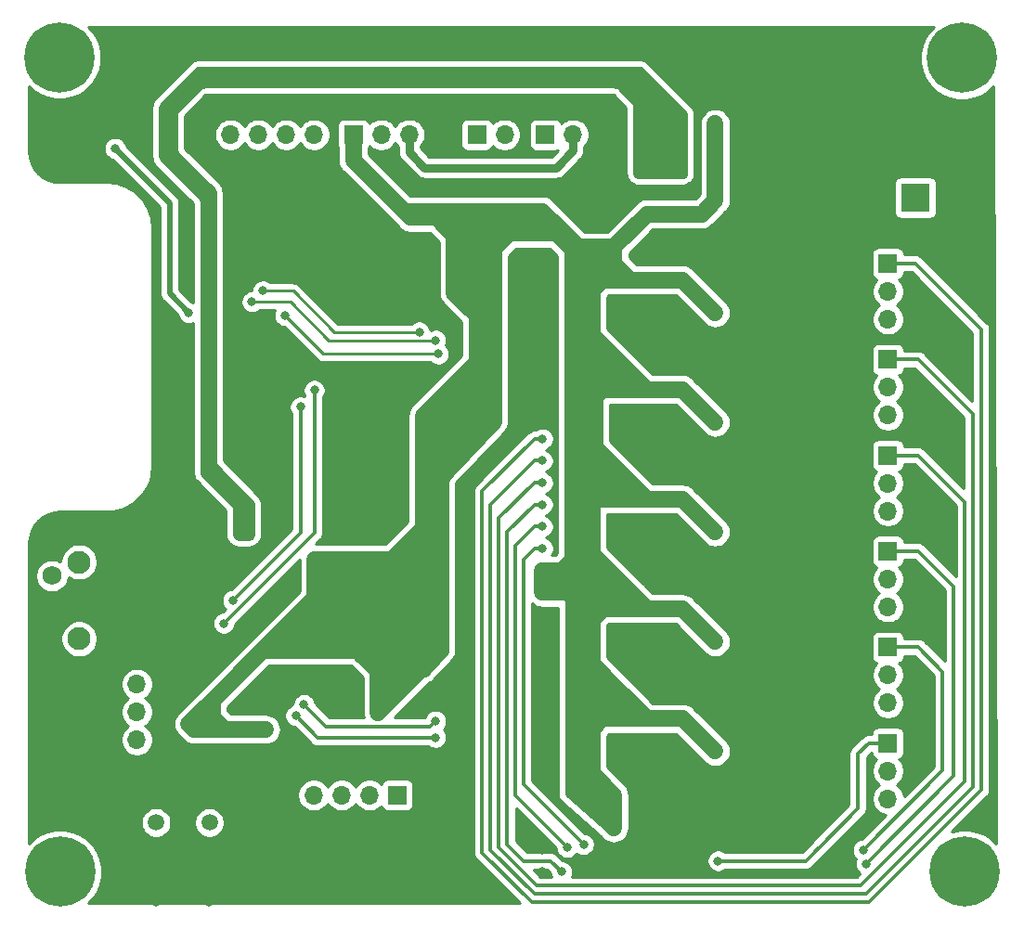
<source format=gbr>
%TF.GenerationSoftware,KiCad,Pcbnew,(5.1.10)-1*%
%TF.CreationDate,2021-07-26T19:48:54+02:00*%
%TF.ProjectId,RobotskaRuka,526f626f-7473-46b6-9152-756b612e6b69,rev?*%
%TF.SameCoordinates,Original*%
%TF.FileFunction,Copper,L2,Bot*%
%TF.FilePolarity,Positive*%
%FSLAX46Y46*%
G04 Gerber Fmt 4.6, Leading zero omitted, Abs format (unit mm)*
G04 Created by KiCad (PCBNEW (5.1.10)-1) date 2021-07-26 19:48:54*
%MOMM*%
%LPD*%
G01*
G04 APERTURE LIST*
%TA.AperFunction,ComponentPad*%
%ADD10R,2.600000X2.600000*%
%TD*%
%TA.AperFunction,ComponentPad*%
%ADD11C,2.600000*%
%TD*%
%TA.AperFunction,ComponentPad*%
%ADD12C,2.100000*%
%TD*%
%TA.AperFunction,ComponentPad*%
%ADD13C,1.750000*%
%TD*%
%TA.AperFunction,ComponentPad*%
%ADD14C,1.500000*%
%TD*%
%TA.AperFunction,ComponentPad*%
%ADD15C,0.800000*%
%TD*%
%TA.AperFunction,ComponentPad*%
%ADD16C,6.400000*%
%TD*%
%TA.AperFunction,ComponentPad*%
%ADD17O,1.700000X1.700000*%
%TD*%
%TA.AperFunction,ComponentPad*%
%ADD18R,1.700000X1.700000*%
%TD*%
%TA.AperFunction,ViaPad*%
%ADD19C,0.800000*%
%TD*%
%TA.AperFunction,Conductor*%
%ADD20C,1.524000*%
%TD*%
%TA.AperFunction,Conductor*%
%ADD21C,0.762000*%
%TD*%
%TA.AperFunction,Conductor*%
%ADD22C,0.508000*%
%TD*%
%TA.AperFunction,Conductor*%
%ADD23C,0.355600*%
%TD*%
%TA.AperFunction,Conductor*%
%ADD24C,0.250000*%
%TD*%
%TA.AperFunction,Conductor*%
%ADD25C,0.254000*%
%TD*%
%TA.AperFunction,Conductor*%
%ADD26C,0.100000*%
%TD*%
G04 APERTURE END LIST*
D10*
%TO.P,J1,1*%
%TO.N,+5V*%
X173750000Y-81500000D03*
D11*
%TO.P,J1,2*%
%TO.N,GND*%
X173750000Y-76420000D03*
%TD*%
D12*
%TO.P,SW1,*%
%TO.N,*%
X97490000Y-114740000D03*
D13*
%TO.P,SW1,2*%
%TO.N,EN*%
X95000000Y-116000000D03*
%TO.P,SW1,1*%
%TO.N,GND*%
X95000000Y-120500000D03*
D12*
%TO.P,SW1,*%
%TO.N,*%
X97490000Y-121750000D03*
%TD*%
D14*
%TO.P,Y1,1*%
%TO.N,Net-(C8-Pad1)*%
X104500000Y-138500000D03*
%TO.P,Y1,2*%
%TO.N,Net-(C7-Pad1)*%
X109380000Y-138500000D03*
%TD*%
D15*
%TO.P,H1,1*%
%TO.N,N/C*%
X97394112Y-67000000D03*
X95697056Y-66297056D03*
X94000000Y-67000000D03*
X93297056Y-68697056D03*
X94000000Y-70394112D03*
X95697056Y-71097056D03*
X97394112Y-70394112D03*
X98097056Y-68697056D03*
D16*
X95697056Y-68697056D03*
%TD*%
%TO.P,H2,1*%
%TO.N,N/C*%
X178000000Y-68750000D03*
D15*
X180400000Y-68750000D03*
X179697056Y-70447056D03*
X178000000Y-71150000D03*
X176302944Y-70447056D03*
X175600000Y-68750000D03*
X176302944Y-67052944D03*
X178000000Y-66350000D03*
X179697056Y-67052944D03*
%TD*%
%TO.P,H3,1*%
%TO.N,N/C*%
X179947056Y-141302944D03*
X178250000Y-140600000D03*
X176552944Y-141302944D03*
X175850000Y-143000000D03*
X176552944Y-144697056D03*
X178250000Y-145400000D03*
X179947056Y-144697056D03*
X180650000Y-143000000D03*
D16*
X178250000Y-143000000D03*
%TD*%
%TO.P,H4,1*%
%TO.N,N/C*%
X95750000Y-143000000D03*
D15*
X98150000Y-143000000D03*
X97447056Y-144697056D03*
X95750000Y-145400000D03*
X94052944Y-144697056D03*
X93350000Y-143000000D03*
X94052944Y-141302944D03*
X95750000Y-140600000D03*
X97447056Y-141302944D03*
%TD*%
D17*
%TO.P,J8,3*%
%TO.N,Net-(J8-Pad3)*%
X171250000Y-136330000D03*
%TO.P,J8,2*%
%TO.N,+5V*%
X171250000Y-133790000D03*
D18*
%TO.P,J8,1*%
%TO.N,PWM_1*%
X171250000Y-131250000D03*
%TD*%
%TO.P,J9,1*%
%TO.N,PWM_2*%
X171250000Y-122500000D03*
D17*
%TO.P,J9,2*%
%TO.N,+5V*%
X171250000Y-125040000D03*
%TO.P,J9,3*%
%TO.N,Net-(J9-Pad3)*%
X171250000Y-127580000D03*
%TD*%
D18*
%TO.P,J10,1*%
%TO.N,PWM_3*%
X171250000Y-113750000D03*
D17*
%TO.P,J10,2*%
%TO.N,+5V*%
X171250000Y-116290000D03*
%TO.P,J10,3*%
%TO.N,Net-(J10-Pad3)*%
X171250000Y-118830000D03*
%TD*%
%TO.P,J11,3*%
%TO.N,Net-(J11-Pad3)*%
X171250000Y-110080000D03*
%TO.P,J11,2*%
%TO.N,+5V*%
X171250000Y-107540000D03*
D18*
%TO.P,J11,1*%
%TO.N,PWM_4*%
X171250000Y-105000000D03*
%TD*%
%TO.P,J12,1*%
%TO.N,PWM_5*%
X171250000Y-96250000D03*
D17*
%TO.P,J12,2*%
%TO.N,+5V*%
X171250000Y-98790000D03*
%TO.P,J12,3*%
%TO.N,Net-(J12-Pad3)*%
X171250000Y-101330000D03*
%TD*%
%TO.P,J13,3*%
%TO.N,Net-(J13-Pad3)*%
X171250000Y-92580000D03*
%TO.P,J13,2*%
%TO.N,+5V*%
X171250000Y-90040000D03*
D18*
%TO.P,J13,1*%
%TO.N,PWM_6*%
X171250000Y-87500000D03*
%TD*%
%TO.P,J7,1*%
%TO.N,GND*%
X108750000Y-75750000D03*
D17*
%TO.P,J7,2*%
%TO.N,CTS*%
X111290000Y-75750000D03*
%TO.P,J7,3*%
%TO.N,DTR*%
X113830000Y-75750000D03*
%TO.P,J7,4*%
%TO.N,TXD0*%
X116370000Y-75750000D03*
%TO.P,J7,5*%
%TO.N,RXD0*%
X118910000Y-75750000D03*
%TD*%
%TO.P,J2,4*%
%TO.N,DTR2*%
X102750000Y-125880000D03*
%TO.P,J2,3*%
%TO.N,RXD*%
X102750000Y-128420000D03*
%TO.P,J2,2*%
%TO.N,TXD*%
X102750000Y-130960000D03*
D18*
%TO.P,J2,1*%
%TO.N,GND*%
X102750000Y-133500000D03*
%TD*%
%TO.P,J4,1*%
%TO.N,+5V*%
X122500000Y-75750000D03*
D17*
%TO.P,J4,2*%
%TO.N,Net-(J4-Pad2)*%
X125040000Y-75750000D03*
%TO.P,J4,3*%
%TO.N,Net-(J4-Pad3)*%
X127580000Y-75750000D03*
%TO.P,J4,4*%
%TO.N,GND*%
X130120000Y-75750000D03*
%TD*%
D18*
%TO.P,J5,1*%
%TO.N,TXD0*%
X140000000Y-75750000D03*
D17*
%TO.P,J5,2*%
%TO.N,Net-(J4-Pad3)*%
X142540000Y-75750000D03*
%TD*%
%TO.P,J6,2*%
%TO.N,Net-(J4-Pad2)*%
X136290000Y-75750000D03*
D18*
%TO.P,J6,1*%
%TO.N,RXD0*%
X133750000Y-75750000D03*
%TD*%
%TO.P,J3,1*%
%TO.N,RES*%
X126500000Y-136000000D03*
D17*
%TO.P,J3,2*%
%TO.N,SCK*%
X123960000Y-136000000D03*
%TO.P,J3,3*%
%TO.N,MISO*%
X121420000Y-136000000D03*
%TO.P,J3,4*%
%TO.N,MOSI*%
X118880000Y-136000000D03*
%TO.P,J3,5*%
%TO.N,GND*%
X116340000Y-136000000D03*
%TD*%
D19*
%TO.N,+5V*%
X139750000Y-117500000D03*
X139750000Y-115500000D03*
X146250000Y-86000000D03*
X139750000Y-82750000D03*
X139750000Y-84750000D03*
X146250000Y-89000000D03*
X146250000Y-96000000D03*
X146250000Y-99000000D03*
X146250000Y-106000000D03*
X146250000Y-109000000D03*
X146250000Y-139000000D03*
X146250000Y-136000000D03*
X146250000Y-129000000D03*
X146250000Y-126000000D03*
X146250000Y-119000000D03*
X146250000Y-116000000D03*
X119000000Y-114500000D03*
X107500000Y-129500000D03*
X131699000Y-83312000D03*
X124750000Y-128500000D03*
X155500000Y-81750000D03*
X155500000Y-92000000D03*
X155500000Y-102000000D03*
X155500000Y-132000000D03*
X155500000Y-122000000D03*
X155500000Y-112000000D03*
X155500000Y-74750000D03*
X114500000Y-130000000D03*
%TO.N,GND*%
X113500000Y-97250000D03*
X112500000Y-97250000D03*
X111500000Y-97250000D03*
X113500000Y-96250000D03*
X112500000Y-96250000D03*
X111500000Y-96250000D03*
X113500000Y-95250000D03*
X112500000Y-95250000D03*
X111500000Y-95250000D03*
X139750000Y-119500000D03*
X139750000Y-86750000D03*
X139750000Y-88750000D03*
X146250000Y-91000000D03*
X146250000Y-93000000D03*
X146250000Y-101000000D03*
X146250000Y-103000000D03*
X146250000Y-111000000D03*
X146250000Y-113000000D03*
X146250000Y-143000000D03*
X146250000Y-141000000D03*
X139750000Y-143000000D03*
X139750000Y-141000000D03*
X146250000Y-133000000D03*
X146250000Y-131000000D03*
X146250000Y-123000000D03*
X146250000Y-121000000D03*
X124500000Y-103500000D03*
X124500000Y-105500000D03*
X124500000Y-107500000D03*
X124500000Y-109500000D03*
X124500000Y-111500000D03*
X138475000Y-99475000D03*
X153250000Y-85000000D03*
X153250000Y-95000000D03*
X153250000Y-105000000D03*
X153250000Y-115000000D03*
X153250000Y-124750000D03*
X153250000Y-135000000D03*
X127000000Y-132250000D03*
X128500000Y-86500000D03*
X122301000Y-127179000D03*
X113750000Y-128000000D03*
X108500000Y-124500000D03*
X114750000Y-108500000D03*
X109347000Y-145796000D03*
X104521000Y-145796000D03*
X113728500Y-126365000D03*
X124587000Y-100838000D03*
X157000000Y-71500000D03*
X132000000Y-94000000D03*
X104250000Y-82500000D03*
X158750000Y-138500000D03*
X158750000Y-128500000D03*
X158750000Y-118500000D03*
X158750000Y-108500000D03*
X158750000Y-98500000D03*
X158750000Y-88500000D03*
X160500000Y-135000000D03*
X161500000Y-135000000D03*
X162500000Y-135000000D03*
X163500000Y-135000000D03*
X164500000Y-135000000D03*
X164500000Y-136000000D03*
X164500000Y-137000000D03*
X165500000Y-137000000D03*
X165500000Y-136000000D03*
X165500000Y-135000000D03*
X160500000Y-125000000D03*
X161500000Y-125000000D03*
X162500000Y-125000000D03*
X163500000Y-125000000D03*
X164500000Y-125000000D03*
X164500000Y-126000000D03*
X164500000Y-127000000D03*
X165500000Y-127000000D03*
X165500000Y-126000000D03*
X165500000Y-125000000D03*
X160500000Y-115000000D03*
X161500000Y-115000000D03*
X162500000Y-115000000D03*
X163500000Y-115000000D03*
X164500000Y-115000000D03*
X164500000Y-116000000D03*
X164500000Y-117000000D03*
X165500000Y-117000000D03*
X165500000Y-116000000D03*
X165500000Y-115000000D03*
X160500000Y-105000000D03*
X161500000Y-105000000D03*
X162500000Y-105000000D03*
X163500000Y-105000000D03*
X164500000Y-105000000D03*
X164500000Y-106000000D03*
X164500000Y-107000000D03*
X165500000Y-107000000D03*
X165500000Y-106000000D03*
X165500000Y-105000000D03*
X160500000Y-95000000D03*
X161500000Y-95000000D03*
X162500000Y-95000000D03*
X163500000Y-95000000D03*
X164500000Y-95000000D03*
X164500000Y-96000000D03*
X164500000Y-97000000D03*
X165500000Y-97000000D03*
X165500000Y-96000000D03*
X165500000Y-95000000D03*
X160500000Y-85000000D03*
X161500000Y-85000000D03*
X162500000Y-85000000D03*
X163500000Y-85000000D03*
X164500000Y-85000000D03*
X164500000Y-86000000D03*
X164500000Y-87000000D03*
X165500000Y-87000000D03*
X165500000Y-86000000D03*
X165500000Y-85000000D03*
X143000000Y-83250000D03*
X143000000Y-82250000D03*
X143000000Y-81250000D03*
X143000000Y-80250000D03*
X143000000Y-79250000D03*
X144000000Y-83250000D03*
X144000000Y-82250000D03*
X144000000Y-81250000D03*
X144000000Y-80250000D03*
X144000000Y-79250000D03*
X166000000Y-74750000D03*
X102000000Y-115000000D03*
X101000000Y-115000000D03*
X101000000Y-114000000D03*
X102000000Y-114000000D03*
X102000000Y-113000000D03*
X101000000Y-113000000D03*
X101000000Y-112000000D03*
X102000000Y-112000000D03*
X102000000Y-111000000D03*
X101000000Y-111000000D03*
X160500000Y-84000000D03*
X161500000Y-84000000D03*
X165500000Y-84000000D03*
X159500000Y-84000000D03*
X139250000Y-134250000D03*
%TO.N,+3V3*%
X112000000Y-112250000D03*
X112000000Y-111250000D03*
X112000000Y-110250000D03*
X113000000Y-110250000D03*
X113000000Y-111250000D03*
X113000000Y-112250000D03*
X149500000Y-74250000D03*
X150500000Y-74250000D03*
X151500000Y-74250000D03*
X152500000Y-74250000D03*
X149500000Y-75250000D03*
X150500000Y-75250000D03*
X149500000Y-76250000D03*
X148500000Y-76250000D03*
X150500000Y-76250000D03*
X148500000Y-77250000D03*
X149500000Y-77250000D03*
X150500000Y-77250000D03*
X150500000Y-78250000D03*
X149500000Y-78250000D03*
X150500000Y-79250000D03*
%TO.N,EN*%
X107500000Y-92000000D03*
X100750000Y-77000000D03*
%TO.N,TXD*%
X118934001Y-99058501D03*
X110680500Y-120332500D03*
%TO.N,RXD*%
X111506000Y-118237000D03*
X117665500Y-100584000D03*
%TO.N,PWM_1*%
X139750000Y-113500000D03*
X143500000Y-140500000D03*
X155750000Y-142000000D03*
%TO.N,PWM_2*%
X139750000Y-111500000D03*
X142000000Y-140750000D03*
X169000000Y-141000000D03*
%TO.N,PWM_3*%
X139750000Y-109500000D03*
X169250000Y-142250000D03*
X141500000Y-143000000D03*
%TO.N,PWM_4*%
X139750000Y-107500000D03*
%TO.N,PWM_5*%
X139750000Y-105500000D03*
%TO.N,PWM_6*%
X139750000Y-103500000D03*
%TO.N,AT_SCL*%
X117250000Y-128750000D03*
X130000000Y-130750000D03*
%TO.N,AT_SDA*%
X130000000Y-129250000D03*
X118000000Y-127750000D03*
%TO.N,ESP_SCL*%
X130000000Y-94500000D03*
X113250000Y-91000000D03*
%TO.N,ESP_SDA*%
X128500000Y-93750000D03*
X114250000Y-90000000D03*
%TO.N,OE*%
X116250000Y-92250000D03*
X130250000Y-95750000D03*
%TD*%
D20*
%TO.N,+5V*%
X139750000Y-82750000D02*
X139750000Y-84750000D01*
X146250000Y-86000000D02*
X146250000Y-89000000D01*
X146250000Y-86000000D02*
X143500000Y-86000000D01*
D21*
X139188000Y-83312000D02*
X139750000Y-82750000D01*
D20*
X131699000Y-83312000D02*
X139188000Y-83312000D01*
X155500000Y-92000000D02*
X152500000Y-89000000D01*
X155500000Y-81750000D02*
X155500000Y-74750000D01*
D21*
X139750000Y-115500000D02*
X143750000Y-115500000D01*
X144526000Y-100724000D02*
X144526000Y-104267000D01*
X155500000Y-74750000D02*
X155500000Y-74750000D01*
D20*
X139750000Y-83874000D02*
X139188000Y-83312000D01*
X139750000Y-84750000D02*
X139750000Y-83874000D01*
X132261000Y-82750000D02*
X131699000Y-83312000D01*
X139750000Y-82750000D02*
X132261000Y-82750000D01*
X133137000Y-84750000D02*
X131699000Y-83312000D01*
X139750000Y-84750000D02*
X133137000Y-84750000D01*
X142750000Y-85750000D02*
X142750000Y-86000000D01*
X139750000Y-82750000D02*
X142750000Y-85750000D01*
X146250000Y-86000000D02*
X142750000Y-86000000D01*
X141500000Y-84750000D02*
X142750000Y-86000000D01*
X139750000Y-84750000D02*
X141500000Y-84750000D01*
X127688000Y-83312000D02*
X131699000Y-83312000D01*
X122500000Y-78124000D02*
X127688000Y-83312000D01*
X122500000Y-75750000D02*
X122500000Y-78124000D01*
X146250000Y-139000000D02*
X146250000Y-136000000D01*
X146250000Y-129000000D02*
X145250000Y-129000000D01*
X145250000Y-129000000D02*
X143500000Y-130750000D01*
X143500000Y-133250000D02*
X146250000Y-136000000D01*
X143500000Y-130750000D02*
X143500000Y-133250000D01*
X152500000Y-129000000D02*
X155500000Y-132000000D01*
X146250000Y-129000000D02*
X146250000Y-126000000D01*
X146250000Y-119000000D02*
X144750000Y-119000000D01*
X152500000Y-119000000D02*
X155500000Y-122000000D01*
X146250000Y-119000000D02*
X146250000Y-116000000D01*
X139750000Y-117500000D02*
X139750000Y-115500000D01*
X145750000Y-115500000D02*
X146250000Y-116000000D01*
X139750000Y-115500000D02*
X145750000Y-115500000D01*
X146250000Y-109000000D02*
X144750000Y-109000000D01*
X142500000Y-86250000D02*
X142750000Y-86000000D01*
X142500000Y-89000000D02*
X142500000Y-86250000D01*
X133750000Y-92250000D02*
X131699000Y-90199000D01*
X133750000Y-96500000D02*
X133750000Y-92250000D01*
X128875000Y-101375000D02*
X133750000Y-96500000D01*
X128875000Y-111625000D02*
X128875000Y-101375000D01*
X126000000Y-114500000D02*
X128875000Y-111625000D01*
X124750000Y-115750000D02*
X124750000Y-115250000D01*
X124000000Y-114500000D02*
X126000000Y-114500000D01*
X122500000Y-114500000D02*
X124000000Y-114500000D01*
X124750000Y-118000000D02*
X124750000Y-116750000D01*
X124750000Y-128500000D02*
X124750000Y-118000000D01*
X124750000Y-118000000D02*
X124750000Y-115750000D01*
X119000000Y-118000000D02*
X118500000Y-118500000D01*
X119000000Y-114500000D02*
X119000000Y-118000000D01*
X119000000Y-114500000D02*
X122500000Y-114500000D01*
X120625000Y-116125000D02*
X120625000Y-116375000D01*
X119000000Y-114500000D02*
X120625000Y-116125000D01*
X118500000Y-118500000D02*
X120625000Y-116375000D01*
X124125000Y-116375000D02*
X126000000Y-114500000D01*
X124125000Y-116125000D02*
X122500000Y-114500000D01*
X124125000Y-116375000D02*
X124125000Y-116125000D01*
X121750000Y-115250000D02*
X122500000Y-114500000D01*
X120625000Y-116375000D02*
X121750000Y-115250000D01*
X123125000Y-116375000D02*
X122875000Y-116375000D01*
X120625000Y-116375000D02*
X123125000Y-116375000D01*
X122875000Y-116375000D02*
X121750000Y-115250000D01*
X123125000Y-116375000D02*
X124125000Y-116375000D01*
X152500000Y-109000000D02*
X155500000Y-112000000D01*
X142750000Y-109000000D02*
X142500000Y-109250000D01*
X146250000Y-109000000D02*
X142750000Y-109000000D01*
X142500000Y-109250000D02*
X142500000Y-89000000D01*
X146250000Y-106000000D02*
X146250000Y-109000000D01*
X144526000Y-104276000D02*
X144526000Y-104267000D01*
X146250000Y-106000000D02*
X144526000Y-104276000D01*
X144526000Y-104276000D02*
X144526000Y-100724000D01*
X146250000Y-99000000D02*
X145250000Y-99000000D01*
X144526000Y-99724000D02*
X144526000Y-104276000D01*
X145250000Y-99000000D02*
X144526000Y-99724000D01*
X146250000Y-89000000D02*
X145250000Y-89000000D01*
X145250000Y-89000000D02*
X144250000Y-90000000D01*
X144250000Y-94000000D02*
X146250000Y-96000000D01*
X144250000Y-90000000D02*
X144250000Y-94000000D01*
X131898000Y-84750000D02*
X131699000Y-84949000D01*
X131699000Y-84949000D02*
X131699000Y-83312000D01*
X139750000Y-115500000D02*
X141500000Y-115500000D01*
X141500000Y-115500000D02*
X142500000Y-114500000D01*
X142500000Y-114500000D02*
X142500000Y-109250000D01*
X146250000Y-116000000D02*
X143750000Y-113500000D01*
X146250000Y-127000000D02*
X148250000Y-129000000D01*
X146250000Y-126000000D02*
X146250000Y-127000000D01*
X146250000Y-129000000D02*
X148250000Y-129000000D01*
X146250000Y-107000000D02*
X148250000Y-109000000D01*
X146250000Y-106000000D02*
X146250000Y-107000000D01*
X146250000Y-109000000D02*
X148250000Y-109000000D01*
X146250000Y-99000000D02*
X146250000Y-96000000D01*
X152500000Y-99000000D02*
X155500000Y-102000000D01*
X146250000Y-96750000D02*
X148500000Y-99000000D01*
X146250000Y-96000000D02*
X146250000Y-96750000D01*
X146250000Y-99000000D02*
X148500000Y-99000000D01*
X155500000Y-81750000D02*
X154250000Y-83000000D01*
X149250000Y-83000000D02*
X146250000Y-86000000D01*
X154250000Y-83000000D02*
X149250000Y-83000000D01*
X142000000Y-117500000D02*
X144125000Y-119625000D01*
X139750000Y-117500000D02*
X142000000Y-117500000D01*
X144750000Y-119000000D02*
X144125000Y-119625000D01*
X146250000Y-126000000D02*
X149250000Y-129000000D01*
X149250000Y-129000000D02*
X149750000Y-129000000D01*
X149750000Y-129000000D02*
X152500000Y-129000000D01*
X148250000Y-129000000D02*
X149750000Y-129000000D01*
X130062000Y-83312000D02*
X131699000Y-84949000D01*
X127688000Y-83312000D02*
X130062000Y-83312000D01*
X141000000Y-84750000D02*
X142500000Y-86250000D01*
X139750000Y-84750000D02*
X141000000Y-84750000D01*
X146250000Y-87500000D02*
X147750000Y-89000000D01*
X146250000Y-86000000D02*
X146250000Y-87500000D01*
X147750000Y-89000000D02*
X146250000Y-89000000D01*
X152500000Y-89000000D02*
X147750000Y-89000000D01*
X149250000Y-99000000D02*
X149750000Y-99000000D01*
X146250000Y-96000000D02*
X149250000Y-99000000D01*
X149750000Y-99000000D02*
X152500000Y-99000000D01*
X148500000Y-99000000D02*
X149750000Y-99000000D01*
X149250000Y-109000000D02*
X149750000Y-109000000D01*
X146250000Y-106000000D02*
X149250000Y-109000000D01*
X149750000Y-109000000D02*
X152500000Y-109000000D01*
X148250000Y-109000000D02*
X149750000Y-109000000D01*
X149250000Y-119000000D02*
X152500000Y-119000000D01*
X146250000Y-119000000D02*
X149250000Y-119000000D01*
X147500000Y-117750000D02*
X148000000Y-117750000D01*
X146250000Y-119000000D02*
X147500000Y-117750000D01*
X148000000Y-117750000D02*
X149250000Y-119000000D01*
X146250000Y-116000000D02*
X148000000Y-117750000D01*
X144750000Y-126000000D02*
X146250000Y-126000000D01*
X143250000Y-120500000D02*
X144125000Y-119625000D01*
X143250000Y-123000000D02*
X143250000Y-120500000D01*
X146250000Y-126000000D02*
X143250000Y-123000000D01*
X146250000Y-126000000D02*
X145000000Y-126000000D01*
X108000000Y-130000000D02*
X107500000Y-129500000D01*
X128875000Y-124375000D02*
X124750000Y-128500000D01*
X128875000Y-111625000D02*
X128875000Y-124375000D01*
X109625000Y-129625000D02*
X109250000Y-130000000D01*
X107500000Y-129500000D02*
X109625000Y-127375000D01*
X108000000Y-130000000D02*
X109250000Y-130000000D01*
X109625000Y-127375000D02*
X118500000Y-118500000D01*
X110750000Y-130000000D02*
X109625000Y-128875000D01*
X109625000Y-128875000D02*
X109625000Y-129625000D01*
X109625000Y-127375000D02*
X109625000Y-128875000D01*
X111750000Y-130000000D02*
X110750000Y-130000000D01*
X109250000Y-130000000D02*
X111750000Y-130000000D01*
X111750000Y-130000000D02*
X114500000Y-130000000D01*
X131699000Y-86551000D02*
X133500000Y-84750000D01*
X131699000Y-86949000D02*
X131699000Y-86551000D01*
X131699000Y-90199000D02*
X131699000Y-86949000D01*
X133500000Y-84750000D02*
X131898000Y-84750000D01*
X131699000Y-86949000D02*
X131699000Y-84949000D01*
X137000000Y-84750000D02*
X136750000Y-84750000D01*
X139750000Y-84750000D02*
X137000000Y-84750000D01*
X137000000Y-84750000D02*
X133500000Y-84750000D01*
X136750000Y-84750000D02*
X134250000Y-87250000D01*
D22*
%TO.N,EN*%
X107500000Y-92000000D02*
X105750000Y-90250000D01*
X105750000Y-82000000D02*
X100750000Y-77000000D01*
X105750000Y-90250000D02*
X105750000Y-82000000D01*
D23*
%TO.N,TXD*%
X118934001Y-112078999D02*
X110680500Y-120332500D01*
X118934001Y-99058501D02*
X118934001Y-112078999D01*
%TO.N,RXD*%
X117665500Y-100584000D02*
X117665500Y-110109000D01*
X117665500Y-110109000D02*
X117665500Y-111442500D01*
X117665500Y-112077500D02*
X117665500Y-111887000D01*
X111506000Y-118237000D02*
X117665500Y-112077500D01*
X117665500Y-111442500D02*
X117665500Y-111887000D01*
D21*
%TO.N,Net-(J4-Pad3)*%
X142540000Y-77210000D02*
X142540000Y-75750000D01*
X141000000Y-78750000D02*
X142540000Y-77210000D01*
X129000000Y-78750000D02*
X141000000Y-78750000D01*
X127580000Y-77330000D02*
X129000000Y-78750000D01*
X127580000Y-75750000D02*
X127580000Y-77330000D01*
D23*
%TO.N,PWM_1*%
X138000000Y-135000000D02*
X143500000Y-140500000D01*
X139000000Y-113500000D02*
X138000000Y-114500000D01*
X139750000Y-113500000D02*
X139000000Y-113500000D01*
X138000000Y-114500000D02*
X138000000Y-135000000D01*
X143500000Y-140500000D02*
X143500000Y-140500000D01*
X168500000Y-132250000D02*
X168500000Y-137250000D01*
X169500000Y-131250000D02*
X168500000Y-132250000D01*
X171250000Y-131250000D02*
X169500000Y-131250000D01*
X164500000Y-141250000D02*
X165000000Y-140750000D01*
X165000000Y-140750000D02*
X164625000Y-141125000D01*
X168500000Y-137250000D02*
X165000000Y-140750000D01*
X163750000Y-142000000D02*
X164500000Y-141250000D01*
X155750000Y-142000000D02*
X163750000Y-142000000D01*
%TO.N,PWM_2*%
X169000000Y-141000000D02*
X176250000Y-133750000D01*
X176250000Y-133750000D02*
X176250000Y-124750000D01*
X174000000Y-122500000D02*
X171250000Y-122500000D01*
X176250000Y-124750000D02*
X174000000Y-122500000D01*
X139000000Y-111500000D02*
X139750000Y-111500000D01*
X137250000Y-113250000D02*
X139000000Y-111500000D01*
X137250000Y-136000000D02*
X137250000Y-113250000D01*
X142000000Y-140750000D02*
X137250000Y-136000000D01*
%TO.N,PWM_3*%
X169250000Y-142250000D02*
X177250000Y-134250000D01*
X138000000Y-142000000D02*
X136500000Y-140500000D01*
X139000000Y-109500000D02*
X136500000Y-112000000D01*
X139750000Y-109500000D02*
X139000000Y-109500000D01*
X136500000Y-140500000D02*
X136500000Y-112000000D01*
X138000000Y-142000000D02*
X140500000Y-142000000D01*
X140500000Y-142000000D02*
X141500000Y-143000000D01*
X174000000Y-113750000D02*
X177250000Y-117000000D01*
X171250000Y-113750000D02*
X174000000Y-113750000D01*
X177250000Y-134250000D02*
X177250000Y-117000000D01*
%TO.N,PWM_4*%
X139250000Y-144250000D02*
X168750000Y-144250000D01*
X168750000Y-144250000D02*
X178250000Y-134750000D01*
X135750000Y-140750000D02*
X139250000Y-144250000D01*
X135750000Y-110750000D02*
X135750000Y-140750000D01*
X139000000Y-107500000D02*
X135750000Y-110750000D01*
X139750000Y-107500000D02*
X139000000Y-107500000D01*
X171250000Y-105000000D02*
X174000000Y-105000000D01*
X174000000Y-105000000D02*
X178250000Y-109250000D01*
X178250000Y-134750000D02*
X178250000Y-109250000D01*
%TO.N,PWM_5*%
X135000000Y-141000000D02*
X139000000Y-145000000D01*
X169250000Y-145000000D02*
X179000000Y-135250000D01*
X139000000Y-145000000D02*
X169250000Y-145000000D01*
X135000000Y-109500000D02*
X135000000Y-141000000D01*
X139000000Y-105500000D02*
X135000000Y-109500000D01*
X139750000Y-105500000D02*
X139000000Y-105500000D01*
X174000000Y-96250000D02*
X179000000Y-101250000D01*
X171250000Y-96250000D02*
X174000000Y-96250000D01*
X179000000Y-135250000D02*
X179000000Y-101250000D01*
%TO.N,PWM_6*%
X169500000Y-145750000D02*
X179750000Y-135500000D01*
X134250000Y-141250000D02*
X138750000Y-145750000D01*
X134250000Y-108250000D02*
X134250000Y-141250000D01*
X138750000Y-145750000D02*
X169500000Y-145750000D01*
X139000000Y-103500000D02*
X134250000Y-108250000D01*
X139750000Y-103500000D02*
X139000000Y-103500000D01*
X173750000Y-87500000D02*
X179750000Y-93500000D01*
X171250000Y-87500000D02*
X173750000Y-87500000D01*
X179750000Y-135500000D02*
X179750000Y-93500000D01*
%TO.N,AT_SCL*%
X119250000Y-130750000D02*
X117250000Y-128750000D01*
X130000000Y-130750000D02*
X119250000Y-130750000D01*
%TO.N,AT_SDA*%
X129500000Y-129750000D02*
X130000000Y-129250000D01*
X120000000Y-129750000D02*
X129500000Y-129750000D01*
X118000000Y-127750000D02*
X120000000Y-129750000D01*
D24*
%TO.N,ESP_SCL*%
X120250000Y-94500000D02*
X130000000Y-94500000D01*
X116750000Y-91000000D02*
X120250000Y-94500000D01*
X113250000Y-91000000D02*
X116750000Y-91000000D01*
%TO.N,ESP_SDA*%
X128500000Y-93750000D02*
X120750000Y-93750000D01*
X120750000Y-93750000D02*
X117000000Y-90000000D01*
X114250000Y-90000000D02*
X117000000Y-90000000D01*
%TO.N,OE*%
X116250000Y-92250000D02*
X119750000Y-95750000D01*
X119750000Y-95750000D02*
X130250000Y-95750000D01*
%TD*%
D25*
%TO.N,GND*%
X175021161Y-66305330D02*
X174601467Y-66933446D01*
X174312377Y-67631372D01*
X174165000Y-68372285D01*
X174165000Y-69127715D01*
X174312377Y-69868628D01*
X174601467Y-70566554D01*
X175021161Y-71194670D01*
X175555330Y-71728839D01*
X176183446Y-72148533D01*
X176881372Y-72437623D01*
X177622285Y-72585000D01*
X178377715Y-72585000D01*
X179118628Y-72437623D01*
X179816554Y-72148533D01*
X180444670Y-71728839D01*
X180848666Y-71324843D01*
X181081268Y-140407759D01*
X180694670Y-140021161D01*
X180066554Y-139601467D01*
X179368628Y-139312377D01*
X178627715Y-139165000D01*
X177872285Y-139165000D01*
X177131372Y-139312377D01*
X177055788Y-139343685D01*
X180296507Y-136102966D01*
X180327517Y-136077517D01*
X180429088Y-135953752D01*
X180504562Y-135812550D01*
X180551039Y-135659337D01*
X180562800Y-135539923D01*
X180562800Y-135539921D01*
X180566732Y-135500001D01*
X180562800Y-135460080D01*
X180562800Y-93539920D01*
X180566732Y-93499999D01*
X180562571Y-93457753D01*
X180551039Y-93340663D01*
X180504562Y-93187450D01*
X180433198Y-93053937D01*
X180429088Y-93046247D01*
X180397201Y-93007393D01*
X180327517Y-92922483D01*
X180296500Y-92897028D01*
X174352972Y-86953500D01*
X174327517Y-86922483D01*
X174203752Y-86820912D01*
X174062550Y-86745438D01*
X173909337Y-86698961D01*
X173789923Y-86687200D01*
X173789920Y-86687200D01*
X173750000Y-86683268D01*
X173710080Y-86687200D01*
X172738072Y-86687200D01*
X172738072Y-86650000D01*
X172725812Y-86525518D01*
X172689502Y-86405820D01*
X172630537Y-86295506D01*
X172551185Y-86198815D01*
X172454494Y-86119463D01*
X172344180Y-86060498D01*
X172224482Y-86024188D01*
X172100000Y-86011928D01*
X170400000Y-86011928D01*
X170275518Y-86024188D01*
X170155820Y-86060498D01*
X170045506Y-86119463D01*
X169948815Y-86198815D01*
X169869463Y-86295506D01*
X169810498Y-86405820D01*
X169774188Y-86525518D01*
X169761928Y-86650000D01*
X169761928Y-88350000D01*
X169774188Y-88474482D01*
X169810498Y-88594180D01*
X169869463Y-88704494D01*
X169948815Y-88801185D01*
X170045506Y-88880537D01*
X170155820Y-88939502D01*
X170228380Y-88961513D01*
X170096525Y-89093368D01*
X169934010Y-89336589D01*
X169822068Y-89606842D01*
X169765000Y-89893740D01*
X169765000Y-90186260D01*
X169822068Y-90473158D01*
X169934010Y-90743411D01*
X170096525Y-90986632D01*
X170303368Y-91193475D01*
X170477760Y-91310000D01*
X170303368Y-91426525D01*
X170096525Y-91633368D01*
X169934010Y-91876589D01*
X169822068Y-92146842D01*
X169765000Y-92433740D01*
X169765000Y-92726260D01*
X169822068Y-93013158D01*
X169934010Y-93283411D01*
X170096525Y-93526632D01*
X170303368Y-93733475D01*
X170546589Y-93895990D01*
X170816842Y-94007932D01*
X171103740Y-94065000D01*
X171396260Y-94065000D01*
X171683158Y-94007932D01*
X171953411Y-93895990D01*
X172196632Y-93733475D01*
X172403475Y-93526632D01*
X172565990Y-93283411D01*
X172677932Y-93013158D01*
X172735000Y-92726260D01*
X172735000Y-92433740D01*
X172677932Y-92146842D01*
X172565990Y-91876589D01*
X172403475Y-91633368D01*
X172196632Y-91426525D01*
X172022240Y-91310000D01*
X172196632Y-91193475D01*
X172403475Y-90986632D01*
X172565990Y-90743411D01*
X172677932Y-90473158D01*
X172735000Y-90186260D01*
X172735000Y-89893740D01*
X172677932Y-89606842D01*
X172565990Y-89336589D01*
X172403475Y-89093368D01*
X172271620Y-88961513D01*
X172344180Y-88939502D01*
X172454494Y-88880537D01*
X172551185Y-88801185D01*
X172630537Y-88704494D01*
X172689502Y-88594180D01*
X172725812Y-88474482D01*
X172738072Y-88350000D01*
X172738072Y-88312800D01*
X173413328Y-88312800D01*
X178937201Y-93836673D01*
X178937201Y-100037728D01*
X174602971Y-95703499D01*
X174577517Y-95672483D01*
X174453752Y-95570912D01*
X174312550Y-95495438D01*
X174159337Y-95448961D01*
X174039923Y-95437200D01*
X174039920Y-95437200D01*
X174000000Y-95433268D01*
X173960080Y-95437200D01*
X172738072Y-95437200D01*
X172738072Y-95400000D01*
X172725812Y-95275518D01*
X172689502Y-95155820D01*
X172630537Y-95045506D01*
X172551185Y-94948815D01*
X172454494Y-94869463D01*
X172344180Y-94810498D01*
X172224482Y-94774188D01*
X172100000Y-94761928D01*
X170400000Y-94761928D01*
X170275518Y-94774188D01*
X170155820Y-94810498D01*
X170045506Y-94869463D01*
X169948815Y-94948815D01*
X169869463Y-95045506D01*
X169810498Y-95155820D01*
X169774188Y-95275518D01*
X169761928Y-95400000D01*
X169761928Y-97100000D01*
X169774188Y-97224482D01*
X169810498Y-97344180D01*
X169869463Y-97454494D01*
X169948815Y-97551185D01*
X170045506Y-97630537D01*
X170155820Y-97689502D01*
X170228380Y-97711513D01*
X170096525Y-97843368D01*
X169934010Y-98086589D01*
X169822068Y-98356842D01*
X169765000Y-98643740D01*
X169765000Y-98936260D01*
X169822068Y-99223158D01*
X169934010Y-99493411D01*
X170096525Y-99736632D01*
X170303368Y-99943475D01*
X170477760Y-100060000D01*
X170303368Y-100176525D01*
X170096525Y-100383368D01*
X169934010Y-100626589D01*
X169822068Y-100896842D01*
X169765000Y-101183740D01*
X169765000Y-101476260D01*
X169822068Y-101763158D01*
X169934010Y-102033411D01*
X170096525Y-102276632D01*
X170303368Y-102483475D01*
X170546589Y-102645990D01*
X170816842Y-102757932D01*
X171103740Y-102815000D01*
X171396260Y-102815000D01*
X171683158Y-102757932D01*
X171953411Y-102645990D01*
X172196632Y-102483475D01*
X172403475Y-102276632D01*
X172565990Y-102033411D01*
X172677932Y-101763158D01*
X172735000Y-101476260D01*
X172735000Y-101183740D01*
X172677932Y-100896842D01*
X172565990Y-100626589D01*
X172403475Y-100383368D01*
X172196632Y-100176525D01*
X172022240Y-100060000D01*
X172196632Y-99943475D01*
X172403475Y-99736632D01*
X172565990Y-99493411D01*
X172677932Y-99223158D01*
X172735000Y-98936260D01*
X172735000Y-98643740D01*
X172677932Y-98356842D01*
X172565990Y-98086589D01*
X172403475Y-97843368D01*
X172271620Y-97711513D01*
X172344180Y-97689502D01*
X172454494Y-97630537D01*
X172551185Y-97551185D01*
X172630537Y-97454494D01*
X172689502Y-97344180D01*
X172725812Y-97224482D01*
X172738072Y-97100000D01*
X172738072Y-97062800D01*
X173663328Y-97062800D01*
X178187201Y-101586674D01*
X178187201Y-108037728D01*
X174602971Y-104453499D01*
X174577517Y-104422483D01*
X174453752Y-104320912D01*
X174312550Y-104245438D01*
X174159337Y-104198961D01*
X174039923Y-104187200D01*
X174039920Y-104187200D01*
X174000000Y-104183268D01*
X173960080Y-104187200D01*
X172738072Y-104187200D01*
X172738072Y-104150000D01*
X172725812Y-104025518D01*
X172689502Y-103905820D01*
X172630537Y-103795506D01*
X172551185Y-103698815D01*
X172454494Y-103619463D01*
X172344180Y-103560498D01*
X172224482Y-103524188D01*
X172100000Y-103511928D01*
X170400000Y-103511928D01*
X170275518Y-103524188D01*
X170155820Y-103560498D01*
X170045506Y-103619463D01*
X169948815Y-103698815D01*
X169869463Y-103795506D01*
X169810498Y-103905820D01*
X169774188Y-104025518D01*
X169761928Y-104150000D01*
X169761928Y-105850000D01*
X169774188Y-105974482D01*
X169810498Y-106094180D01*
X169869463Y-106204494D01*
X169948815Y-106301185D01*
X170045506Y-106380537D01*
X170155820Y-106439502D01*
X170228380Y-106461513D01*
X170096525Y-106593368D01*
X169934010Y-106836589D01*
X169822068Y-107106842D01*
X169765000Y-107393740D01*
X169765000Y-107686260D01*
X169822068Y-107973158D01*
X169934010Y-108243411D01*
X170096525Y-108486632D01*
X170303368Y-108693475D01*
X170477760Y-108810000D01*
X170303368Y-108926525D01*
X170096525Y-109133368D01*
X169934010Y-109376589D01*
X169822068Y-109646842D01*
X169765000Y-109933740D01*
X169765000Y-110226260D01*
X169822068Y-110513158D01*
X169934010Y-110783411D01*
X170096525Y-111026632D01*
X170303368Y-111233475D01*
X170546589Y-111395990D01*
X170816842Y-111507932D01*
X171103740Y-111565000D01*
X171396260Y-111565000D01*
X171683158Y-111507932D01*
X171953411Y-111395990D01*
X172196632Y-111233475D01*
X172403475Y-111026632D01*
X172565990Y-110783411D01*
X172677932Y-110513158D01*
X172735000Y-110226260D01*
X172735000Y-109933740D01*
X172677932Y-109646842D01*
X172565990Y-109376589D01*
X172403475Y-109133368D01*
X172196632Y-108926525D01*
X172022240Y-108810000D01*
X172196632Y-108693475D01*
X172403475Y-108486632D01*
X172565990Y-108243411D01*
X172677932Y-107973158D01*
X172735000Y-107686260D01*
X172735000Y-107393740D01*
X172677932Y-107106842D01*
X172565990Y-106836589D01*
X172403475Y-106593368D01*
X172271620Y-106461513D01*
X172344180Y-106439502D01*
X172454494Y-106380537D01*
X172551185Y-106301185D01*
X172630537Y-106204494D01*
X172689502Y-106094180D01*
X172725812Y-105974482D01*
X172738072Y-105850000D01*
X172738072Y-105812800D01*
X173663328Y-105812800D01*
X177437201Y-109586674D01*
X177437201Y-116037728D01*
X174602971Y-113203499D01*
X174577517Y-113172483D01*
X174453752Y-113070912D01*
X174312550Y-112995438D01*
X174159337Y-112948961D01*
X174039923Y-112937200D01*
X174039920Y-112937200D01*
X174000000Y-112933268D01*
X173960080Y-112937200D01*
X172738072Y-112937200D01*
X172738072Y-112900000D01*
X172725812Y-112775518D01*
X172689502Y-112655820D01*
X172630537Y-112545506D01*
X172551185Y-112448815D01*
X172454494Y-112369463D01*
X172344180Y-112310498D01*
X172224482Y-112274188D01*
X172100000Y-112261928D01*
X170400000Y-112261928D01*
X170275518Y-112274188D01*
X170155820Y-112310498D01*
X170045506Y-112369463D01*
X169948815Y-112448815D01*
X169869463Y-112545506D01*
X169810498Y-112655820D01*
X169774188Y-112775518D01*
X169761928Y-112900000D01*
X169761928Y-114600000D01*
X169774188Y-114724482D01*
X169810498Y-114844180D01*
X169869463Y-114954494D01*
X169948815Y-115051185D01*
X170045506Y-115130537D01*
X170155820Y-115189502D01*
X170228380Y-115211513D01*
X170096525Y-115343368D01*
X169934010Y-115586589D01*
X169822068Y-115856842D01*
X169765000Y-116143740D01*
X169765000Y-116436260D01*
X169822068Y-116723158D01*
X169934010Y-116993411D01*
X170096525Y-117236632D01*
X170303368Y-117443475D01*
X170477760Y-117560000D01*
X170303368Y-117676525D01*
X170096525Y-117883368D01*
X169934010Y-118126589D01*
X169822068Y-118396842D01*
X169765000Y-118683740D01*
X169765000Y-118976260D01*
X169822068Y-119263158D01*
X169934010Y-119533411D01*
X170096525Y-119776632D01*
X170303368Y-119983475D01*
X170546589Y-120145990D01*
X170816842Y-120257932D01*
X171103740Y-120315000D01*
X171396260Y-120315000D01*
X171683158Y-120257932D01*
X171953411Y-120145990D01*
X172196632Y-119983475D01*
X172403475Y-119776632D01*
X172565990Y-119533411D01*
X172677932Y-119263158D01*
X172735000Y-118976260D01*
X172735000Y-118683740D01*
X172677932Y-118396842D01*
X172565990Y-118126589D01*
X172403475Y-117883368D01*
X172196632Y-117676525D01*
X172022240Y-117560000D01*
X172196632Y-117443475D01*
X172403475Y-117236632D01*
X172565990Y-116993411D01*
X172677932Y-116723158D01*
X172735000Y-116436260D01*
X172735000Y-116143740D01*
X172677932Y-115856842D01*
X172565990Y-115586589D01*
X172403475Y-115343368D01*
X172271620Y-115211513D01*
X172344180Y-115189502D01*
X172454494Y-115130537D01*
X172551185Y-115051185D01*
X172630537Y-114954494D01*
X172689502Y-114844180D01*
X172725812Y-114724482D01*
X172738072Y-114600000D01*
X172738072Y-114562800D01*
X173663328Y-114562800D01*
X176437201Y-117336674D01*
X176437201Y-123787728D01*
X174602971Y-121953499D01*
X174577517Y-121922483D01*
X174453752Y-121820912D01*
X174312550Y-121745438D01*
X174159337Y-121698961D01*
X174039923Y-121687200D01*
X174039920Y-121687200D01*
X174000000Y-121683268D01*
X173960080Y-121687200D01*
X172738072Y-121687200D01*
X172738072Y-121650000D01*
X172725812Y-121525518D01*
X172689502Y-121405820D01*
X172630537Y-121295506D01*
X172551185Y-121198815D01*
X172454494Y-121119463D01*
X172344180Y-121060498D01*
X172224482Y-121024188D01*
X172100000Y-121011928D01*
X170400000Y-121011928D01*
X170275518Y-121024188D01*
X170155820Y-121060498D01*
X170045506Y-121119463D01*
X169948815Y-121198815D01*
X169869463Y-121295506D01*
X169810498Y-121405820D01*
X169774188Y-121525518D01*
X169761928Y-121650000D01*
X169761928Y-123350000D01*
X169774188Y-123474482D01*
X169810498Y-123594180D01*
X169869463Y-123704494D01*
X169948815Y-123801185D01*
X170045506Y-123880537D01*
X170155820Y-123939502D01*
X170228380Y-123961513D01*
X170096525Y-124093368D01*
X169934010Y-124336589D01*
X169822068Y-124606842D01*
X169765000Y-124893740D01*
X169765000Y-125186260D01*
X169822068Y-125473158D01*
X169934010Y-125743411D01*
X170096525Y-125986632D01*
X170303368Y-126193475D01*
X170477760Y-126310000D01*
X170303368Y-126426525D01*
X170096525Y-126633368D01*
X169934010Y-126876589D01*
X169822068Y-127146842D01*
X169765000Y-127433740D01*
X169765000Y-127726260D01*
X169822068Y-128013158D01*
X169934010Y-128283411D01*
X170096525Y-128526632D01*
X170303368Y-128733475D01*
X170546589Y-128895990D01*
X170816842Y-129007932D01*
X171103740Y-129065000D01*
X171396260Y-129065000D01*
X171683158Y-129007932D01*
X171953411Y-128895990D01*
X172196632Y-128733475D01*
X172403475Y-128526632D01*
X172565990Y-128283411D01*
X172677932Y-128013158D01*
X172735000Y-127726260D01*
X172735000Y-127433740D01*
X172677932Y-127146842D01*
X172565990Y-126876589D01*
X172403475Y-126633368D01*
X172196632Y-126426525D01*
X172022240Y-126310000D01*
X172196632Y-126193475D01*
X172403475Y-125986632D01*
X172565990Y-125743411D01*
X172677932Y-125473158D01*
X172735000Y-125186260D01*
X172735000Y-124893740D01*
X172677932Y-124606842D01*
X172565990Y-124336589D01*
X172403475Y-124093368D01*
X172271620Y-123961513D01*
X172344180Y-123939502D01*
X172454494Y-123880537D01*
X172551185Y-123801185D01*
X172630537Y-123704494D01*
X172689502Y-123594180D01*
X172725812Y-123474482D01*
X172738072Y-123350000D01*
X172738072Y-123312800D01*
X173663328Y-123312800D01*
X175437201Y-125086674D01*
X175437200Y-133413328D01*
X172723683Y-136126845D01*
X172677932Y-135896842D01*
X172565990Y-135626589D01*
X172403475Y-135383368D01*
X172196632Y-135176525D01*
X172022240Y-135060000D01*
X172196632Y-134943475D01*
X172403475Y-134736632D01*
X172565990Y-134493411D01*
X172677932Y-134223158D01*
X172735000Y-133936260D01*
X172735000Y-133643740D01*
X172677932Y-133356842D01*
X172565990Y-133086589D01*
X172403475Y-132843368D01*
X172271620Y-132711513D01*
X172344180Y-132689502D01*
X172454494Y-132630537D01*
X172551185Y-132551185D01*
X172630537Y-132454494D01*
X172689502Y-132344180D01*
X172725812Y-132224482D01*
X172738072Y-132100000D01*
X172738072Y-130400000D01*
X172725812Y-130275518D01*
X172689502Y-130155820D01*
X172630537Y-130045506D01*
X172551185Y-129948815D01*
X172454494Y-129869463D01*
X172344180Y-129810498D01*
X172224482Y-129774188D01*
X172100000Y-129761928D01*
X170400000Y-129761928D01*
X170275518Y-129774188D01*
X170155820Y-129810498D01*
X170045506Y-129869463D01*
X169948815Y-129948815D01*
X169869463Y-130045506D01*
X169810498Y-130155820D01*
X169774188Y-130275518D01*
X169761928Y-130400000D01*
X169761928Y-130437200D01*
X169539923Y-130437200D01*
X169500000Y-130433268D01*
X169460077Y-130437200D01*
X169340663Y-130448961D01*
X169187450Y-130495438D01*
X169046248Y-130570912D01*
X168922483Y-130672483D01*
X168897033Y-130703494D01*
X167953499Y-131647029D01*
X167922483Y-131672483D01*
X167820912Y-131796249D01*
X167745438Y-131937451D01*
X167698961Y-132090664D01*
X167692747Y-132153759D01*
X167683268Y-132250000D01*
X167687200Y-132289920D01*
X167687201Y-136913327D01*
X163953499Y-140647029D01*
X163953493Y-140647034D01*
X163413328Y-141187200D01*
X156396510Y-141187200D01*
X156240256Y-141082795D01*
X156051898Y-141004774D01*
X155851939Y-140965000D01*
X155648061Y-140965000D01*
X155448102Y-141004774D01*
X155259744Y-141082795D01*
X155090226Y-141196063D01*
X154946063Y-141340226D01*
X154832795Y-141509744D01*
X154754774Y-141698102D01*
X154715000Y-141898061D01*
X154715000Y-142101939D01*
X154754774Y-142301898D01*
X154832795Y-142490256D01*
X154946063Y-142659774D01*
X155090226Y-142803937D01*
X155259744Y-142917205D01*
X155448102Y-142995226D01*
X155648061Y-143035000D01*
X155851939Y-143035000D01*
X156051898Y-142995226D01*
X156240256Y-142917205D01*
X156396510Y-142812800D01*
X163710080Y-142812800D01*
X163750000Y-142816732D01*
X163789920Y-142812800D01*
X163789923Y-142812800D01*
X163909337Y-142801039D01*
X164062550Y-142754562D01*
X164203752Y-142679088D01*
X164327517Y-142577517D01*
X164352971Y-142546501D01*
X165102966Y-141796507D01*
X165102971Y-141796501D01*
X169046500Y-137852972D01*
X169077517Y-137827517D01*
X169147729Y-137741963D01*
X169179088Y-137703753D01*
X169254561Y-137562551D01*
X169254562Y-137562550D01*
X169301039Y-137409337D01*
X169312800Y-137289923D01*
X169312800Y-137289921D01*
X169316732Y-137250001D01*
X169312800Y-137210080D01*
X169312800Y-132586672D01*
X169765294Y-132134179D01*
X169774188Y-132224482D01*
X169810498Y-132344180D01*
X169869463Y-132454494D01*
X169948815Y-132551185D01*
X170045506Y-132630537D01*
X170155820Y-132689502D01*
X170228380Y-132711513D01*
X170096525Y-132843368D01*
X169934010Y-133086589D01*
X169822068Y-133356842D01*
X169765000Y-133643740D01*
X169765000Y-133936260D01*
X169822068Y-134223158D01*
X169934010Y-134493411D01*
X170096525Y-134736632D01*
X170303368Y-134943475D01*
X170477760Y-135060000D01*
X170303368Y-135176525D01*
X170096525Y-135383368D01*
X169934010Y-135626589D01*
X169822068Y-135896842D01*
X169765000Y-136183740D01*
X169765000Y-136476260D01*
X169822068Y-136763158D01*
X169934010Y-137033411D01*
X170096525Y-137276632D01*
X170303368Y-137483475D01*
X170546589Y-137645990D01*
X170816842Y-137757932D01*
X171046845Y-137803683D01*
X168882416Y-139968112D01*
X168698102Y-140004774D01*
X168509744Y-140082795D01*
X168340226Y-140196063D01*
X168196063Y-140340226D01*
X168082795Y-140509744D01*
X168004774Y-140698102D01*
X167965000Y-140898061D01*
X167965000Y-141101939D01*
X168004774Y-141301898D01*
X168082795Y-141490256D01*
X168196063Y-141659774D01*
X168322028Y-141785739D01*
X168254774Y-141948102D01*
X168215000Y-142148061D01*
X168215000Y-142351939D01*
X168254774Y-142551898D01*
X168332795Y-142740256D01*
X168446063Y-142909774D01*
X168590226Y-143053937D01*
X168713933Y-143136595D01*
X168413328Y-143437200D01*
X142439182Y-143437200D01*
X142495226Y-143301898D01*
X142535000Y-143101939D01*
X142535000Y-142898061D01*
X142495226Y-142698102D01*
X142417205Y-142509744D01*
X142303937Y-142340226D01*
X142159774Y-142196063D01*
X141990256Y-142082795D01*
X141801898Y-142004774D01*
X141617585Y-141968112D01*
X141102971Y-141453499D01*
X141077517Y-141422483D01*
X140953752Y-141320912D01*
X140812550Y-141245438D01*
X140659337Y-141198961D01*
X140539923Y-141187200D01*
X140539920Y-141187200D01*
X140500000Y-141183268D01*
X140460080Y-141187200D01*
X138336672Y-141187200D01*
X137312800Y-140163328D01*
X137312800Y-137212272D01*
X140968112Y-140867584D01*
X141004774Y-141051898D01*
X141082795Y-141240256D01*
X141196063Y-141409774D01*
X141340226Y-141553937D01*
X141509744Y-141667205D01*
X141698102Y-141745226D01*
X141898061Y-141785000D01*
X142101939Y-141785000D01*
X142301898Y-141745226D01*
X142490256Y-141667205D01*
X142659774Y-141553937D01*
X142803937Y-141409774D01*
X142864028Y-141319841D01*
X143009744Y-141417205D01*
X143198102Y-141495226D01*
X143398061Y-141535000D01*
X143601939Y-141535000D01*
X143801898Y-141495226D01*
X143990256Y-141417205D01*
X144159774Y-141303937D01*
X144303937Y-141159774D01*
X144417205Y-140990256D01*
X144495226Y-140801898D01*
X144535000Y-140601939D01*
X144535000Y-140398061D01*
X144495226Y-140198102D01*
X144417205Y-140009744D01*
X144303937Y-139840226D01*
X144159774Y-139696063D01*
X143990256Y-139582795D01*
X143801898Y-139504774D01*
X143617585Y-139468112D01*
X138812800Y-134663328D01*
X138812800Y-118538080D01*
X138927721Y-118632393D01*
X138970113Y-118667183D01*
X139212805Y-118796904D01*
X139476140Y-118876786D01*
X139750000Y-118903759D01*
X139818625Y-118897000D01*
X141115000Y-118897000D01*
X141115000Y-135773116D01*
X141121391Y-135862979D01*
X141141418Y-136003072D01*
X141191776Y-136175603D01*
X141250254Y-136304474D01*
X141346934Y-136455981D01*
X141439177Y-136563305D01*
X141502598Y-136627290D01*
X145062831Y-139742494D01*
X145082817Y-139779886D01*
X145257392Y-139992607D01*
X145470113Y-140167183D01*
X145712805Y-140296904D01*
X145976140Y-140376786D01*
X146250000Y-140403759D01*
X146523859Y-140376786D01*
X146787194Y-140296904D01*
X147029886Y-140167183D01*
X147242607Y-139992608D01*
X147417183Y-139779887D01*
X147546904Y-139537195D01*
X147626786Y-139273860D01*
X147647000Y-139068625D01*
X147647000Y-136068624D01*
X147653759Y-135999999D01*
X147626786Y-135726140D01*
X147596587Y-135626589D01*
X147546904Y-135462805D01*
X147417183Y-135220113D01*
X147242608Y-135007392D01*
X147189302Y-134963645D01*
X145635000Y-133409344D01*
X145635000Y-130590656D01*
X145828656Y-130397000D01*
X146181375Y-130397000D01*
X146250000Y-130403759D01*
X146318625Y-130397000D01*
X148181374Y-130397000D01*
X148249999Y-130403759D01*
X148318624Y-130397000D01*
X149181375Y-130397000D01*
X149250000Y-130403759D01*
X149318625Y-130397000D01*
X151921345Y-130397000D01*
X154560697Y-133036353D01*
X154720113Y-133167183D01*
X154962804Y-133296904D01*
X155226140Y-133376786D01*
X155500000Y-133403759D01*
X155773859Y-133376786D01*
X156037195Y-133296904D01*
X156279886Y-133167183D01*
X156492607Y-132992607D01*
X156667183Y-132779886D01*
X156796904Y-132537195D01*
X156876786Y-132273859D01*
X156903759Y-132000000D01*
X156876786Y-131726140D01*
X156796904Y-131462804D01*
X156667183Y-131220113D01*
X156536353Y-131060697D01*
X153536364Y-128060709D01*
X153492608Y-128007392D01*
X153279887Y-127832817D01*
X153037195Y-127703096D01*
X152773860Y-127623214D01*
X152568625Y-127603000D01*
X152500000Y-127596241D01*
X152431375Y-127603000D01*
X149828656Y-127603000D01*
X147286364Y-125060709D01*
X147242608Y-125007392D01*
X147189297Y-124963641D01*
X145635000Y-123409345D01*
X145635000Y-120513026D01*
X145751026Y-120397000D01*
X146181375Y-120397000D01*
X146250000Y-120403759D01*
X146318625Y-120397000D01*
X149181375Y-120397000D01*
X149250000Y-120403759D01*
X149318625Y-120397000D01*
X151921345Y-120397000D01*
X154560697Y-123036353D01*
X154720113Y-123167183D01*
X154962804Y-123296904D01*
X155226140Y-123376786D01*
X155500000Y-123403759D01*
X155773859Y-123376786D01*
X156037195Y-123296904D01*
X156279886Y-123167183D01*
X156492607Y-122992607D01*
X156667183Y-122779886D01*
X156796904Y-122537195D01*
X156876786Y-122273859D01*
X156903759Y-122000000D01*
X156876786Y-121726140D01*
X156796904Y-121462804D01*
X156667183Y-121220113D01*
X156536353Y-121060697D01*
X153536364Y-118060709D01*
X153492608Y-118007392D01*
X153279887Y-117832817D01*
X153037195Y-117703096D01*
X152773860Y-117623214D01*
X152568625Y-117603000D01*
X152500000Y-117596241D01*
X152431375Y-117603000D01*
X149828656Y-117603000D01*
X149036364Y-116810708D01*
X148992608Y-116757392D01*
X148939296Y-116713640D01*
X147286364Y-115060709D01*
X147242608Y-115007392D01*
X147189296Y-114963641D01*
X146786360Y-114560704D01*
X146742608Y-114507392D01*
X146689295Y-114463640D01*
X145635000Y-113409345D01*
X145635000Y-110397000D01*
X146181375Y-110397000D01*
X146250000Y-110403759D01*
X146318625Y-110397000D01*
X148181374Y-110397000D01*
X148249999Y-110403759D01*
X148318624Y-110397000D01*
X149181375Y-110397000D01*
X149250000Y-110403759D01*
X149318625Y-110397000D01*
X151921345Y-110397000D01*
X154560697Y-113036353D01*
X154720113Y-113167183D01*
X154962804Y-113296904D01*
X155226140Y-113376786D01*
X155500000Y-113403759D01*
X155773859Y-113376786D01*
X156037195Y-113296904D01*
X156279886Y-113167183D01*
X156492607Y-112992607D01*
X156667183Y-112779886D01*
X156796904Y-112537195D01*
X156876786Y-112273859D01*
X156903759Y-112000000D01*
X156876786Y-111726140D01*
X156796904Y-111462804D01*
X156667183Y-111220113D01*
X156536353Y-111060697D01*
X153536364Y-108060709D01*
X153492608Y-108007392D01*
X153279887Y-107832817D01*
X153037195Y-107703096D01*
X152773860Y-107623214D01*
X152568625Y-107603000D01*
X152500000Y-107596241D01*
X152431375Y-107603000D01*
X149828656Y-107603000D01*
X147286360Y-105060705D01*
X147242607Y-105007392D01*
X147189306Y-104963649D01*
X145923000Y-103697344D01*
X145923000Y-100397000D01*
X146181375Y-100397000D01*
X146250000Y-100403759D01*
X146318625Y-100397000D01*
X148431367Y-100397000D01*
X148500000Y-100403760D01*
X148568632Y-100397000D01*
X149181375Y-100397000D01*
X149250000Y-100403759D01*
X149318625Y-100397000D01*
X151921345Y-100397000D01*
X154560697Y-103036353D01*
X154720113Y-103167183D01*
X154962804Y-103296904D01*
X155226140Y-103376786D01*
X155500000Y-103403759D01*
X155773859Y-103376786D01*
X156037195Y-103296904D01*
X156279886Y-103167183D01*
X156492607Y-102992607D01*
X156667183Y-102779886D01*
X156796904Y-102537195D01*
X156876786Y-102273859D01*
X156903759Y-102000000D01*
X156876786Y-101726140D01*
X156796904Y-101462804D01*
X156667183Y-101220113D01*
X156536353Y-101060697D01*
X153536364Y-98060709D01*
X153492608Y-98007392D01*
X153279887Y-97832817D01*
X153037195Y-97703096D01*
X152773860Y-97623214D01*
X152568625Y-97603000D01*
X152500000Y-97596241D01*
X152431375Y-97603000D01*
X149828656Y-97603000D01*
X147286364Y-95060709D01*
X147242608Y-95007392D01*
X147189302Y-94963645D01*
X145647000Y-93421345D01*
X145647000Y-90578655D01*
X145828656Y-90397000D01*
X146181375Y-90397000D01*
X146250000Y-90403759D01*
X146318625Y-90397000D01*
X147681374Y-90397000D01*
X147749999Y-90403759D01*
X147818624Y-90397000D01*
X151921345Y-90397000D01*
X154560697Y-93036353D01*
X154720113Y-93167183D01*
X154962804Y-93296904D01*
X155226140Y-93376786D01*
X155500000Y-93403759D01*
X155773859Y-93376786D01*
X156037195Y-93296904D01*
X156279886Y-93167183D01*
X156492607Y-92992607D01*
X156667183Y-92779886D01*
X156796904Y-92537195D01*
X156876786Y-92273859D01*
X156903759Y-92000000D01*
X156876786Y-91726140D01*
X156796904Y-91462804D01*
X156667183Y-91220113D01*
X156536353Y-91060697D01*
X153536364Y-88060709D01*
X153492608Y-88007392D01*
X153279887Y-87832817D01*
X153037195Y-87703096D01*
X152773860Y-87623214D01*
X152568625Y-87603000D01*
X152500000Y-87596241D01*
X152431375Y-87603000D01*
X148328656Y-87603000D01*
X147647000Y-86921344D01*
X147647000Y-86578655D01*
X149828656Y-84397000D01*
X154181375Y-84397000D01*
X154250000Y-84403759D01*
X154318625Y-84397000D01*
X154523860Y-84376786D01*
X154787195Y-84296904D01*
X155029887Y-84167183D01*
X155242608Y-83992608D01*
X155286364Y-83939292D01*
X156439301Y-82786355D01*
X156492607Y-82742608D01*
X156667183Y-82529887D01*
X156796904Y-82287195D01*
X156876786Y-82023860D01*
X156897000Y-81818625D01*
X156897000Y-81818624D01*
X156903759Y-81750000D01*
X156897000Y-81681375D01*
X156897000Y-80200000D01*
X171811928Y-80200000D01*
X171811928Y-82800000D01*
X171824188Y-82924482D01*
X171860498Y-83044180D01*
X171919463Y-83154494D01*
X171998815Y-83251185D01*
X172095506Y-83330537D01*
X172205820Y-83389502D01*
X172325518Y-83425812D01*
X172450000Y-83438072D01*
X175050000Y-83438072D01*
X175174482Y-83425812D01*
X175294180Y-83389502D01*
X175404494Y-83330537D01*
X175501185Y-83251185D01*
X175580537Y-83154494D01*
X175639502Y-83044180D01*
X175675812Y-82924482D01*
X175688072Y-82800000D01*
X175688072Y-80200000D01*
X175675812Y-80075518D01*
X175639502Y-79955820D01*
X175580537Y-79845506D01*
X175501185Y-79748815D01*
X175404494Y-79669463D01*
X175294180Y-79610498D01*
X175174482Y-79574188D01*
X175050000Y-79561928D01*
X172450000Y-79561928D01*
X172325518Y-79574188D01*
X172205820Y-79610498D01*
X172095506Y-79669463D01*
X171998815Y-79748815D01*
X171919463Y-79845506D01*
X171860498Y-79955820D01*
X171824188Y-80075518D01*
X171811928Y-80200000D01*
X156897000Y-80200000D01*
X156897000Y-74681375D01*
X156876786Y-74476140D01*
X156796904Y-74212805D01*
X156667183Y-73970113D01*
X156492608Y-73757392D01*
X156279887Y-73582817D01*
X156037195Y-73453096D01*
X155773860Y-73373214D01*
X155500000Y-73346241D01*
X155226141Y-73373214D01*
X154962806Y-73453096D01*
X154720114Y-73582817D01*
X154507393Y-73757392D01*
X154332818Y-73970113D01*
X154203097Y-74212805D01*
X154123215Y-74476140D01*
X154103001Y-74681375D01*
X154103000Y-81171344D01*
X153671345Y-81603000D01*
X149318625Y-81603000D01*
X149250000Y-81596241D01*
X148976140Y-81623214D01*
X148712804Y-81703096D01*
X148566379Y-81781362D01*
X148470113Y-81832817D01*
X148257392Y-82007392D01*
X148213641Y-82060703D01*
X145671345Y-84603000D01*
X143578656Y-84603000D01*
X140786364Y-81810709D01*
X140742608Y-81757392D01*
X140529887Y-81582817D01*
X140287195Y-81453096D01*
X140023860Y-81373214D01*
X139818625Y-81353000D01*
X139750000Y-81346241D01*
X139681375Y-81353000D01*
X132329624Y-81353000D01*
X132260999Y-81346241D01*
X132070537Y-81365000D01*
X127716656Y-81365000D01*
X123897000Y-77545345D01*
X123897000Y-76923694D01*
X123939502Y-76844180D01*
X123961513Y-76771620D01*
X124093368Y-76903475D01*
X124336589Y-77065990D01*
X124606842Y-77177932D01*
X124893740Y-77235000D01*
X125186260Y-77235000D01*
X125473158Y-77177932D01*
X125743411Y-77065990D01*
X125986632Y-76903475D01*
X126193475Y-76696632D01*
X126310000Y-76522240D01*
X126426525Y-76696632D01*
X126564001Y-76834108D01*
X126564001Y-77280089D01*
X126559085Y-77330000D01*
X126578702Y-77529170D01*
X126613965Y-77645415D01*
X126636799Y-77720687D01*
X126731141Y-77897190D01*
X126858105Y-78051896D01*
X126896868Y-78083708D01*
X128246292Y-79433133D01*
X128278104Y-79471896D01*
X128432810Y-79598860D01*
X128609313Y-79693202D01*
X128800829Y-79751298D01*
X128950098Y-79766000D01*
X128950105Y-79766000D01*
X128999999Y-79770914D01*
X129049893Y-79766000D01*
X140950098Y-79766000D01*
X141000000Y-79770915D01*
X141049902Y-79766000D01*
X141199171Y-79751298D01*
X141390687Y-79693202D01*
X141567190Y-79598860D01*
X141721896Y-79471896D01*
X141753712Y-79433128D01*
X143223133Y-77963708D01*
X143261896Y-77931896D01*
X143388860Y-77777190D01*
X143459295Y-77645415D01*
X143483202Y-77600688D01*
X143541298Y-77409171D01*
X143560915Y-77210000D01*
X143556000Y-77160098D01*
X143556000Y-76834107D01*
X143693475Y-76696632D01*
X143855990Y-76453411D01*
X143967932Y-76183158D01*
X144025000Y-75896260D01*
X144025000Y-75603740D01*
X143967932Y-75316842D01*
X143855990Y-75046589D01*
X143693475Y-74803368D01*
X143486632Y-74596525D01*
X143243411Y-74434010D01*
X142973158Y-74322068D01*
X142686260Y-74265000D01*
X142393740Y-74265000D01*
X142106842Y-74322068D01*
X141836589Y-74434010D01*
X141593368Y-74596525D01*
X141461513Y-74728380D01*
X141439502Y-74655820D01*
X141380537Y-74545506D01*
X141301185Y-74448815D01*
X141204494Y-74369463D01*
X141094180Y-74310498D01*
X140974482Y-74274188D01*
X140850000Y-74261928D01*
X139150000Y-74261928D01*
X139025518Y-74274188D01*
X138905820Y-74310498D01*
X138795506Y-74369463D01*
X138698815Y-74448815D01*
X138619463Y-74545506D01*
X138560498Y-74655820D01*
X138524188Y-74775518D01*
X138511928Y-74900000D01*
X138511928Y-76600000D01*
X138524188Y-76724482D01*
X138560498Y-76844180D01*
X138619463Y-76954494D01*
X138698815Y-77051185D01*
X138795506Y-77130537D01*
X138905820Y-77189502D01*
X139025518Y-77225812D01*
X139150000Y-77238072D01*
X140850000Y-77238072D01*
X140974482Y-77225812D01*
X141094180Y-77189502D01*
X141157507Y-77155653D01*
X140579160Y-77734000D01*
X129420841Y-77734000D01*
X128596000Y-76909160D01*
X128596000Y-76834107D01*
X128733475Y-76696632D01*
X128895990Y-76453411D01*
X129007932Y-76183158D01*
X129065000Y-75896260D01*
X129065000Y-75603740D01*
X129007932Y-75316842D01*
X128895990Y-75046589D01*
X128798043Y-74900000D01*
X132261928Y-74900000D01*
X132261928Y-76600000D01*
X132274188Y-76724482D01*
X132310498Y-76844180D01*
X132369463Y-76954494D01*
X132448815Y-77051185D01*
X132545506Y-77130537D01*
X132655820Y-77189502D01*
X132775518Y-77225812D01*
X132900000Y-77238072D01*
X134600000Y-77238072D01*
X134724482Y-77225812D01*
X134844180Y-77189502D01*
X134954494Y-77130537D01*
X135051185Y-77051185D01*
X135130537Y-76954494D01*
X135189502Y-76844180D01*
X135211513Y-76771620D01*
X135343368Y-76903475D01*
X135586589Y-77065990D01*
X135856842Y-77177932D01*
X136143740Y-77235000D01*
X136436260Y-77235000D01*
X136723158Y-77177932D01*
X136993411Y-77065990D01*
X137236632Y-76903475D01*
X137443475Y-76696632D01*
X137605990Y-76453411D01*
X137717932Y-76183158D01*
X137775000Y-75896260D01*
X137775000Y-75603740D01*
X137717932Y-75316842D01*
X137605990Y-75046589D01*
X137443475Y-74803368D01*
X137236632Y-74596525D01*
X136993411Y-74434010D01*
X136723158Y-74322068D01*
X136436260Y-74265000D01*
X136143740Y-74265000D01*
X135856842Y-74322068D01*
X135586589Y-74434010D01*
X135343368Y-74596525D01*
X135211513Y-74728380D01*
X135189502Y-74655820D01*
X135130537Y-74545506D01*
X135051185Y-74448815D01*
X134954494Y-74369463D01*
X134844180Y-74310498D01*
X134724482Y-74274188D01*
X134600000Y-74261928D01*
X132900000Y-74261928D01*
X132775518Y-74274188D01*
X132655820Y-74310498D01*
X132545506Y-74369463D01*
X132448815Y-74448815D01*
X132369463Y-74545506D01*
X132310498Y-74655820D01*
X132274188Y-74775518D01*
X132261928Y-74900000D01*
X128798043Y-74900000D01*
X128733475Y-74803368D01*
X128526632Y-74596525D01*
X128283411Y-74434010D01*
X128013158Y-74322068D01*
X127726260Y-74265000D01*
X127433740Y-74265000D01*
X127146842Y-74322068D01*
X126876589Y-74434010D01*
X126633368Y-74596525D01*
X126426525Y-74803368D01*
X126310000Y-74977760D01*
X126193475Y-74803368D01*
X125986632Y-74596525D01*
X125743411Y-74434010D01*
X125473158Y-74322068D01*
X125186260Y-74265000D01*
X124893740Y-74265000D01*
X124606842Y-74322068D01*
X124336589Y-74434010D01*
X124093368Y-74596525D01*
X123961513Y-74728380D01*
X123939502Y-74655820D01*
X123880537Y-74545506D01*
X123801185Y-74448815D01*
X123704494Y-74369463D01*
X123594180Y-74310498D01*
X123474482Y-74274188D01*
X123350000Y-74261928D01*
X121650000Y-74261928D01*
X121525518Y-74274188D01*
X121405820Y-74310498D01*
X121295506Y-74369463D01*
X121198815Y-74448815D01*
X121119463Y-74545506D01*
X121060498Y-74655820D01*
X121024188Y-74775518D01*
X121011928Y-74900000D01*
X121011928Y-76600000D01*
X121024188Y-76724482D01*
X121060498Y-76844180D01*
X121103000Y-76923695D01*
X121103001Y-78055366D01*
X121096241Y-78124000D01*
X121123214Y-78397859D01*
X121181569Y-78590226D01*
X121203097Y-78661195D01*
X121332818Y-78903887D01*
X121507393Y-79116608D01*
X121560704Y-79160359D01*
X126651641Y-84251297D01*
X126695392Y-84304608D01*
X126908113Y-84479183D01*
X127150805Y-84608904D01*
X127369159Y-84675141D01*
X127414140Y-84688786D01*
X127688000Y-84715759D01*
X127756625Y-84709000D01*
X129483345Y-84709000D01*
X130302001Y-85527656D01*
X130302000Y-86482373D01*
X130295241Y-86551000D01*
X130302000Y-86619627D01*
X130302000Y-87017624D01*
X130302001Y-87017634D01*
X130302000Y-90130375D01*
X130295241Y-90199000D01*
X130317429Y-90424273D01*
X130322214Y-90472859D01*
X130402096Y-90736194D01*
X130531817Y-90978886D01*
X130706392Y-91191607D01*
X130759704Y-91235359D01*
X132353001Y-92828657D01*
X132353000Y-95921343D01*
X127935704Y-100338641D01*
X127882393Y-100382392D01*
X127707818Y-100595113D01*
X127619496Y-100760353D01*
X127578097Y-100837805D01*
X127498214Y-101101141D01*
X127471241Y-101375000D01*
X127478001Y-101443635D01*
X127478000Y-111046344D01*
X125421345Y-113103000D01*
X122568625Y-113103000D01*
X122500000Y-113096241D01*
X122499999Y-113096241D01*
X122431374Y-113103000D01*
X119068625Y-113103000D01*
X119060293Y-113102179D01*
X119480507Y-112681966D01*
X119511518Y-112656516D01*
X119613089Y-112532751D01*
X119688563Y-112391549D01*
X119735040Y-112238336D01*
X119746801Y-112118922D01*
X119746801Y-112118920D01*
X119750733Y-112079000D01*
X119746801Y-112039079D01*
X119746801Y-99705011D01*
X119851206Y-99548757D01*
X119929227Y-99360399D01*
X119969001Y-99160440D01*
X119969001Y-98956562D01*
X119929227Y-98756603D01*
X119851206Y-98568245D01*
X119737938Y-98398727D01*
X119593775Y-98254564D01*
X119424257Y-98141296D01*
X119235899Y-98063275D01*
X119035940Y-98023501D01*
X118832062Y-98023501D01*
X118632103Y-98063275D01*
X118443745Y-98141296D01*
X118274227Y-98254564D01*
X118130064Y-98398727D01*
X118016796Y-98568245D01*
X117938775Y-98756603D01*
X117899001Y-98956562D01*
X117899001Y-99160440D01*
X117938775Y-99360399D01*
X118016796Y-99548757D01*
X118072671Y-99632380D01*
X117967398Y-99588774D01*
X117767439Y-99549000D01*
X117563561Y-99549000D01*
X117363602Y-99588774D01*
X117175244Y-99666795D01*
X117005726Y-99780063D01*
X116861563Y-99924226D01*
X116748295Y-100093744D01*
X116670274Y-100282102D01*
X116630500Y-100482061D01*
X116630500Y-100685939D01*
X116670274Y-100885898D01*
X116748295Y-101074256D01*
X116852700Y-101230510D01*
X116852701Y-110069068D01*
X116852700Y-110069078D01*
X116852701Y-111402568D01*
X116852700Y-111402578D01*
X116852700Y-111740828D01*
X111388416Y-117205112D01*
X111204102Y-117241774D01*
X111015744Y-117319795D01*
X110846226Y-117433063D01*
X110702063Y-117577226D01*
X110588795Y-117746744D01*
X110510774Y-117935102D01*
X110471000Y-118135061D01*
X110471000Y-118338939D01*
X110510774Y-118538898D01*
X110588795Y-118727256D01*
X110702063Y-118896774D01*
X110834408Y-119029119D01*
X110562916Y-119300612D01*
X110378602Y-119337274D01*
X110190244Y-119415295D01*
X110020726Y-119528563D01*
X109876563Y-119672726D01*
X109763295Y-119842244D01*
X109685274Y-120030602D01*
X109645500Y-120230561D01*
X109645500Y-120434439D01*
X109685274Y-120634398D01*
X109763295Y-120822756D01*
X109876563Y-120992274D01*
X110020726Y-121136437D01*
X110190244Y-121249705D01*
X110378602Y-121327726D01*
X110578561Y-121367500D01*
X110782439Y-121367500D01*
X110982398Y-121327726D01*
X111170756Y-121249705D01*
X111340274Y-121136437D01*
X111484437Y-120992274D01*
X111597705Y-120822756D01*
X111675726Y-120634398D01*
X111712388Y-120450084D01*
X117602179Y-114560293D01*
X117603000Y-114568624D01*
X117603001Y-117421344D01*
X117560707Y-117463638D01*
X117560696Y-117463647D01*
X108685705Y-126338640D01*
X108632392Y-126382393D01*
X108588646Y-126435698D01*
X106560698Y-128463646D01*
X106507393Y-128507393D01*
X106404809Y-128632393D01*
X106332818Y-128720114D01*
X106203097Y-128962805D01*
X106123214Y-129226141D01*
X106096241Y-129500000D01*
X106123214Y-129773859D01*
X106203097Y-130037195D01*
X106332818Y-130279886D01*
X106507393Y-130492607D01*
X106560698Y-130536353D01*
X106963636Y-130939291D01*
X107007392Y-130992608D01*
X107220113Y-131167183D01*
X107462805Y-131296904D01*
X107726140Y-131376786D01*
X108000000Y-131403759D01*
X108068625Y-131397000D01*
X109181375Y-131397000D01*
X109250000Y-131403759D01*
X109318625Y-131397000D01*
X110681374Y-131397000D01*
X110749999Y-131403759D01*
X110818624Y-131397000D01*
X114568625Y-131397000D01*
X114773860Y-131376786D01*
X115037195Y-131296904D01*
X115279887Y-131167183D01*
X115492608Y-130992608D01*
X115667183Y-130779887D01*
X115796904Y-130537195D01*
X115876786Y-130273860D01*
X115903759Y-130000000D01*
X115876786Y-129726140D01*
X115796904Y-129462805D01*
X115667183Y-129220113D01*
X115492608Y-129007392D01*
X115279887Y-128832817D01*
X115037195Y-128703096D01*
X114773860Y-128623214D01*
X114568625Y-128603000D01*
X111328656Y-128603000D01*
X111022000Y-128296344D01*
X111022000Y-127953655D01*
X114840656Y-124135000D01*
X122236974Y-124135000D01*
X123353000Y-125251026D01*
X123353000Y-128431375D01*
X123346241Y-128500000D01*
X123370394Y-128745226D01*
X123373214Y-128773859D01*
X123422763Y-128937200D01*
X120336673Y-128937200D01*
X119031888Y-127632416D01*
X118995226Y-127448102D01*
X118917205Y-127259744D01*
X118803937Y-127090226D01*
X118659774Y-126946063D01*
X118490256Y-126832795D01*
X118301898Y-126754774D01*
X118101939Y-126715000D01*
X117898061Y-126715000D01*
X117698102Y-126754774D01*
X117509744Y-126832795D01*
X117340226Y-126946063D01*
X117196063Y-127090226D01*
X117082795Y-127259744D01*
X117004774Y-127448102D01*
X116965000Y-127648061D01*
X116965000Y-127751413D01*
X116948102Y-127754774D01*
X116759744Y-127832795D01*
X116590226Y-127946063D01*
X116446063Y-128090226D01*
X116332795Y-128259744D01*
X116254774Y-128448102D01*
X116215000Y-128648061D01*
X116215000Y-128851939D01*
X116254774Y-129051898D01*
X116332795Y-129240256D01*
X116446063Y-129409774D01*
X116590226Y-129553937D01*
X116759744Y-129667205D01*
X116948102Y-129745226D01*
X117132416Y-129781888D01*
X118647033Y-131296506D01*
X118672483Y-131327517D01*
X118796248Y-131429088D01*
X118937450Y-131504562D01*
X119090663Y-131551039D01*
X119210077Y-131562800D01*
X119210079Y-131562800D01*
X119249999Y-131566732D01*
X119289920Y-131562800D01*
X129353490Y-131562800D01*
X129509744Y-131667205D01*
X129698102Y-131745226D01*
X129898061Y-131785000D01*
X130101939Y-131785000D01*
X130301898Y-131745226D01*
X130490256Y-131667205D01*
X130659774Y-131553937D01*
X130803937Y-131409774D01*
X130917205Y-131240256D01*
X130995226Y-131051898D01*
X131035000Y-130851939D01*
X131035000Y-130648061D01*
X130995226Y-130448102D01*
X130917205Y-130259744D01*
X130803937Y-130090226D01*
X130713711Y-130000000D01*
X130803937Y-129909774D01*
X130917205Y-129740256D01*
X130995226Y-129551898D01*
X131035000Y-129351939D01*
X131035000Y-129148061D01*
X130995226Y-128948102D01*
X130917205Y-128759744D01*
X130803937Y-128590226D01*
X130659774Y-128446063D01*
X130490256Y-128332795D01*
X130301898Y-128254774D01*
X130101939Y-128215000D01*
X129898061Y-128215000D01*
X129698102Y-128254774D01*
X129509744Y-128332795D01*
X129340226Y-128446063D01*
X129196063Y-128590226D01*
X129082795Y-128759744D01*
X129009290Y-128937200D01*
X126288455Y-128937200D01*
X129509113Y-125716543D01*
X129542444Y-125701369D01*
X129685974Y-125611166D01*
X129788497Y-125525690D01*
X129849960Y-125467048D01*
X131586670Y-123572455D01*
X131636019Y-123511445D01*
X131707514Y-123410937D01*
X131781876Y-123273065D01*
X131826591Y-123158112D01*
X131864939Y-123006229D01*
X131880152Y-122883828D01*
X131885000Y-122805508D01*
X131885000Y-107503540D01*
X136322875Y-102832093D01*
X136374422Y-102770451D01*
X136449144Y-102668640D01*
X136526953Y-102528389D01*
X136573782Y-102411103D01*
X136613967Y-102255834D01*
X136629916Y-102130556D01*
X136635000Y-102050362D01*
X136635000Y-86840656D01*
X137328656Y-86147000D01*
X139681375Y-86147000D01*
X139750000Y-86153759D01*
X139818625Y-86147000D01*
X140421344Y-86147000D01*
X141103001Y-86828657D01*
X141103000Y-89068624D01*
X141103001Y-89068634D01*
X141103000Y-109181375D01*
X141096241Y-109250000D01*
X141103000Y-109318624D01*
X141103001Y-109318634D01*
X141103000Y-113921344D01*
X140921345Y-114103000D01*
X140591872Y-114103000D01*
X140667205Y-113990256D01*
X140745226Y-113801898D01*
X140785000Y-113601939D01*
X140785000Y-113398061D01*
X140745226Y-113198102D01*
X140667205Y-113009744D01*
X140553937Y-112840226D01*
X140409774Y-112696063D01*
X140240256Y-112582795D01*
X140051898Y-112504774D01*
X140027897Y-112500000D01*
X140051898Y-112495226D01*
X140240256Y-112417205D01*
X140409774Y-112303937D01*
X140553937Y-112159774D01*
X140667205Y-111990256D01*
X140745226Y-111801898D01*
X140785000Y-111601939D01*
X140785000Y-111398061D01*
X140745226Y-111198102D01*
X140667205Y-111009744D01*
X140553937Y-110840226D01*
X140409774Y-110696063D01*
X140240256Y-110582795D01*
X140051898Y-110504774D01*
X140027897Y-110500000D01*
X140051898Y-110495226D01*
X140240256Y-110417205D01*
X140409774Y-110303937D01*
X140553937Y-110159774D01*
X140667205Y-109990256D01*
X140745226Y-109801898D01*
X140785000Y-109601939D01*
X140785000Y-109398061D01*
X140745226Y-109198102D01*
X140667205Y-109009744D01*
X140553937Y-108840226D01*
X140409774Y-108696063D01*
X140240256Y-108582795D01*
X140051898Y-108504774D01*
X140027897Y-108500000D01*
X140051898Y-108495226D01*
X140240256Y-108417205D01*
X140409774Y-108303937D01*
X140553937Y-108159774D01*
X140667205Y-107990256D01*
X140745226Y-107801898D01*
X140785000Y-107601939D01*
X140785000Y-107398061D01*
X140745226Y-107198102D01*
X140667205Y-107009744D01*
X140553937Y-106840226D01*
X140409774Y-106696063D01*
X140240256Y-106582795D01*
X140051898Y-106504774D01*
X140027897Y-106500000D01*
X140051898Y-106495226D01*
X140240256Y-106417205D01*
X140409774Y-106303937D01*
X140553937Y-106159774D01*
X140667205Y-105990256D01*
X140745226Y-105801898D01*
X140785000Y-105601939D01*
X140785000Y-105398061D01*
X140745226Y-105198102D01*
X140667205Y-105009744D01*
X140553937Y-104840226D01*
X140409774Y-104696063D01*
X140240256Y-104582795D01*
X140051898Y-104504774D01*
X140027897Y-104500000D01*
X140051898Y-104495226D01*
X140240256Y-104417205D01*
X140409774Y-104303937D01*
X140553937Y-104159774D01*
X140667205Y-103990256D01*
X140745226Y-103801898D01*
X140785000Y-103601939D01*
X140785000Y-103398061D01*
X140745226Y-103198102D01*
X140667205Y-103009744D01*
X140553937Y-102840226D01*
X140409774Y-102696063D01*
X140240256Y-102582795D01*
X140051898Y-102504774D01*
X139851939Y-102465000D01*
X139648061Y-102465000D01*
X139448102Y-102504774D01*
X139259744Y-102582795D01*
X139103490Y-102687200D01*
X139039920Y-102687200D01*
X138999999Y-102683268D01*
X138960079Y-102687200D01*
X138960077Y-102687200D01*
X138840663Y-102698961D01*
X138687450Y-102745438D01*
X138595432Y-102794623D01*
X138546247Y-102820912D01*
X138508037Y-102852271D01*
X138422483Y-102922483D01*
X138397028Y-102953500D01*
X133703500Y-107647028D01*
X133672483Y-107672483D01*
X133570912Y-107796249D01*
X133495438Y-107937451D01*
X133448961Y-108090664D01*
X133437200Y-108210077D01*
X133433268Y-108250000D01*
X133437200Y-108289920D01*
X133437201Y-141210070D01*
X133433268Y-141250000D01*
X133441423Y-141332795D01*
X133448962Y-141409337D01*
X133457520Y-141437549D01*
X133495438Y-141562549D01*
X133570912Y-141703751D01*
X133616864Y-141759744D01*
X133672484Y-141827517D01*
X133703494Y-141852966D01*
X137690527Y-145840000D01*
X98333509Y-145840000D01*
X98728839Y-145444670D01*
X99148533Y-144816554D01*
X99437623Y-144118628D01*
X99585000Y-143377715D01*
X99585000Y-142622285D01*
X99437623Y-141881372D01*
X99148533Y-141183446D01*
X98728839Y-140555330D01*
X98194670Y-140021161D01*
X97566554Y-139601467D01*
X96868628Y-139312377D01*
X96127715Y-139165000D01*
X95372285Y-139165000D01*
X94631372Y-139312377D01*
X93933446Y-139601467D01*
X93305330Y-140021161D01*
X92910000Y-140416491D01*
X92910000Y-138363589D01*
X103115000Y-138363589D01*
X103115000Y-138636411D01*
X103168225Y-138903989D01*
X103272629Y-139156043D01*
X103424201Y-139382886D01*
X103617114Y-139575799D01*
X103843957Y-139727371D01*
X104096011Y-139831775D01*
X104363589Y-139885000D01*
X104636411Y-139885000D01*
X104903989Y-139831775D01*
X105156043Y-139727371D01*
X105382886Y-139575799D01*
X105575799Y-139382886D01*
X105727371Y-139156043D01*
X105831775Y-138903989D01*
X105885000Y-138636411D01*
X105885000Y-138363589D01*
X107995000Y-138363589D01*
X107995000Y-138636411D01*
X108048225Y-138903989D01*
X108152629Y-139156043D01*
X108304201Y-139382886D01*
X108497114Y-139575799D01*
X108723957Y-139727371D01*
X108976011Y-139831775D01*
X109243589Y-139885000D01*
X109516411Y-139885000D01*
X109783989Y-139831775D01*
X110036043Y-139727371D01*
X110262886Y-139575799D01*
X110455799Y-139382886D01*
X110607371Y-139156043D01*
X110711775Y-138903989D01*
X110765000Y-138636411D01*
X110765000Y-138363589D01*
X110711775Y-138096011D01*
X110607371Y-137843957D01*
X110455799Y-137617114D01*
X110262886Y-137424201D01*
X110036043Y-137272629D01*
X109783989Y-137168225D01*
X109516411Y-137115000D01*
X109243589Y-137115000D01*
X108976011Y-137168225D01*
X108723957Y-137272629D01*
X108497114Y-137424201D01*
X108304201Y-137617114D01*
X108152629Y-137843957D01*
X108048225Y-138096011D01*
X107995000Y-138363589D01*
X105885000Y-138363589D01*
X105831775Y-138096011D01*
X105727371Y-137843957D01*
X105575799Y-137617114D01*
X105382886Y-137424201D01*
X105156043Y-137272629D01*
X104903989Y-137168225D01*
X104636411Y-137115000D01*
X104363589Y-137115000D01*
X104096011Y-137168225D01*
X103843957Y-137272629D01*
X103617114Y-137424201D01*
X103424201Y-137617114D01*
X103272629Y-137843957D01*
X103168225Y-138096011D01*
X103115000Y-138363589D01*
X92910000Y-138363589D01*
X92910000Y-135853740D01*
X117395000Y-135853740D01*
X117395000Y-136146260D01*
X117452068Y-136433158D01*
X117564010Y-136703411D01*
X117726525Y-136946632D01*
X117933368Y-137153475D01*
X118176589Y-137315990D01*
X118446842Y-137427932D01*
X118733740Y-137485000D01*
X119026260Y-137485000D01*
X119313158Y-137427932D01*
X119583411Y-137315990D01*
X119826632Y-137153475D01*
X120033475Y-136946632D01*
X120150000Y-136772240D01*
X120266525Y-136946632D01*
X120473368Y-137153475D01*
X120716589Y-137315990D01*
X120986842Y-137427932D01*
X121273740Y-137485000D01*
X121566260Y-137485000D01*
X121853158Y-137427932D01*
X122123411Y-137315990D01*
X122366632Y-137153475D01*
X122573475Y-136946632D01*
X122690000Y-136772240D01*
X122806525Y-136946632D01*
X123013368Y-137153475D01*
X123256589Y-137315990D01*
X123526842Y-137427932D01*
X123813740Y-137485000D01*
X124106260Y-137485000D01*
X124393158Y-137427932D01*
X124663411Y-137315990D01*
X124906632Y-137153475D01*
X125038487Y-137021620D01*
X125060498Y-137094180D01*
X125119463Y-137204494D01*
X125198815Y-137301185D01*
X125295506Y-137380537D01*
X125405820Y-137439502D01*
X125525518Y-137475812D01*
X125650000Y-137488072D01*
X127350000Y-137488072D01*
X127474482Y-137475812D01*
X127594180Y-137439502D01*
X127704494Y-137380537D01*
X127801185Y-137301185D01*
X127880537Y-137204494D01*
X127939502Y-137094180D01*
X127975812Y-136974482D01*
X127988072Y-136850000D01*
X127988072Y-135150000D01*
X127975812Y-135025518D01*
X127939502Y-134905820D01*
X127880537Y-134795506D01*
X127801185Y-134698815D01*
X127704494Y-134619463D01*
X127594180Y-134560498D01*
X127474482Y-134524188D01*
X127350000Y-134511928D01*
X125650000Y-134511928D01*
X125525518Y-134524188D01*
X125405820Y-134560498D01*
X125295506Y-134619463D01*
X125198815Y-134698815D01*
X125119463Y-134795506D01*
X125060498Y-134905820D01*
X125038487Y-134978380D01*
X124906632Y-134846525D01*
X124663411Y-134684010D01*
X124393158Y-134572068D01*
X124106260Y-134515000D01*
X123813740Y-134515000D01*
X123526842Y-134572068D01*
X123256589Y-134684010D01*
X123013368Y-134846525D01*
X122806525Y-135053368D01*
X122690000Y-135227760D01*
X122573475Y-135053368D01*
X122366632Y-134846525D01*
X122123411Y-134684010D01*
X121853158Y-134572068D01*
X121566260Y-134515000D01*
X121273740Y-134515000D01*
X120986842Y-134572068D01*
X120716589Y-134684010D01*
X120473368Y-134846525D01*
X120266525Y-135053368D01*
X120150000Y-135227760D01*
X120033475Y-135053368D01*
X119826632Y-134846525D01*
X119583411Y-134684010D01*
X119313158Y-134572068D01*
X119026260Y-134515000D01*
X118733740Y-134515000D01*
X118446842Y-134572068D01*
X118176589Y-134684010D01*
X117933368Y-134846525D01*
X117726525Y-135053368D01*
X117564010Y-135296589D01*
X117452068Y-135566842D01*
X117395000Y-135853740D01*
X92910000Y-135853740D01*
X92910000Y-125733740D01*
X101265000Y-125733740D01*
X101265000Y-126026260D01*
X101322068Y-126313158D01*
X101434010Y-126583411D01*
X101596525Y-126826632D01*
X101803368Y-127033475D01*
X101977760Y-127150000D01*
X101803368Y-127266525D01*
X101596525Y-127473368D01*
X101434010Y-127716589D01*
X101322068Y-127986842D01*
X101265000Y-128273740D01*
X101265000Y-128566260D01*
X101322068Y-128853158D01*
X101434010Y-129123411D01*
X101596525Y-129366632D01*
X101803368Y-129573475D01*
X101977760Y-129690000D01*
X101803368Y-129806525D01*
X101596525Y-130013368D01*
X101434010Y-130256589D01*
X101322068Y-130526842D01*
X101265000Y-130813740D01*
X101265000Y-131106260D01*
X101322068Y-131393158D01*
X101434010Y-131663411D01*
X101596525Y-131906632D01*
X101803368Y-132113475D01*
X102046589Y-132275990D01*
X102316842Y-132387932D01*
X102603740Y-132445000D01*
X102896260Y-132445000D01*
X103183158Y-132387932D01*
X103453411Y-132275990D01*
X103696632Y-132113475D01*
X103903475Y-131906632D01*
X104065990Y-131663411D01*
X104177932Y-131393158D01*
X104235000Y-131106260D01*
X104235000Y-130813740D01*
X104177932Y-130526842D01*
X104065990Y-130256589D01*
X103903475Y-130013368D01*
X103696632Y-129806525D01*
X103522240Y-129690000D01*
X103696632Y-129573475D01*
X103903475Y-129366632D01*
X104065990Y-129123411D01*
X104177932Y-128853158D01*
X104235000Y-128566260D01*
X104235000Y-128273740D01*
X104177932Y-127986842D01*
X104065990Y-127716589D01*
X103903475Y-127473368D01*
X103696632Y-127266525D01*
X103522240Y-127150000D01*
X103696632Y-127033475D01*
X103903475Y-126826632D01*
X104065990Y-126583411D01*
X104177932Y-126313158D01*
X104235000Y-126026260D01*
X104235000Y-125733740D01*
X104177932Y-125446842D01*
X104065990Y-125176589D01*
X103903475Y-124933368D01*
X103696632Y-124726525D01*
X103453411Y-124564010D01*
X103183158Y-124452068D01*
X102896260Y-124395000D01*
X102603740Y-124395000D01*
X102316842Y-124452068D01*
X102046589Y-124564010D01*
X101803368Y-124726525D01*
X101596525Y-124933368D01*
X101434010Y-125176589D01*
X101322068Y-125446842D01*
X101265000Y-125733740D01*
X92910000Y-125733740D01*
X92910000Y-121584042D01*
X95805000Y-121584042D01*
X95805000Y-121915958D01*
X95869754Y-122241496D01*
X95996772Y-122548147D01*
X96181175Y-122824125D01*
X96415875Y-123058825D01*
X96691853Y-123243228D01*
X96998504Y-123370246D01*
X97324042Y-123435000D01*
X97655958Y-123435000D01*
X97981496Y-123370246D01*
X98288147Y-123243228D01*
X98564125Y-123058825D01*
X98798825Y-122824125D01*
X98983228Y-122548147D01*
X99110246Y-122241496D01*
X99175000Y-121915958D01*
X99175000Y-121584042D01*
X99110246Y-121258504D01*
X98983228Y-120951853D01*
X98798825Y-120675875D01*
X98564125Y-120441175D01*
X98288147Y-120256772D01*
X97981496Y-120129754D01*
X97655958Y-120065000D01*
X97324042Y-120065000D01*
X96998504Y-120129754D01*
X96691853Y-120256772D01*
X96415875Y-120441175D01*
X96181175Y-120675875D01*
X95996772Y-120951853D01*
X95869754Y-121258504D01*
X95805000Y-121584042D01*
X92910000Y-121584042D01*
X92910000Y-115851278D01*
X93490000Y-115851278D01*
X93490000Y-116148722D01*
X93548029Y-116440451D01*
X93661856Y-116715253D01*
X93827107Y-116962569D01*
X94037431Y-117172893D01*
X94284747Y-117338144D01*
X94559549Y-117451971D01*
X94851278Y-117510000D01*
X95148722Y-117510000D01*
X95440451Y-117451971D01*
X95715253Y-117338144D01*
X95962569Y-117172893D01*
X96172893Y-116962569D01*
X96338144Y-116715253D01*
X96451971Y-116440451D01*
X96510000Y-116148722D01*
X96510000Y-116111717D01*
X96691853Y-116233228D01*
X96998504Y-116360246D01*
X97324042Y-116425000D01*
X97655958Y-116425000D01*
X97981496Y-116360246D01*
X98288147Y-116233228D01*
X98564125Y-116048825D01*
X98798825Y-115814125D01*
X98983228Y-115538147D01*
X99110246Y-115231496D01*
X99175000Y-114905958D01*
X99175000Y-114574042D01*
X99110246Y-114248504D01*
X98983228Y-113941853D01*
X98798825Y-113665875D01*
X98564125Y-113431175D01*
X98288147Y-113246772D01*
X97981496Y-113119754D01*
X97655958Y-113055000D01*
X97324042Y-113055000D01*
X96998504Y-113119754D01*
X96691853Y-113246772D01*
X96415875Y-113431175D01*
X96181175Y-113665875D01*
X95996772Y-113941853D01*
X95869754Y-114248504D01*
X95805000Y-114574042D01*
X95805000Y-114721823D01*
X95715253Y-114661856D01*
X95440451Y-114548029D01*
X95148722Y-114490000D01*
X94851278Y-114490000D01*
X94559549Y-114548029D01*
X94284747Y-114661856D01*
X94037431Y-114827107D01*
X93827107Y-115037431D01*
X93661856Y-115284747D01*
X93548029Y-115559549D01*
X93490000Y-115851278D01*
X92910000Y-115851278D01*
X92910000Y-113032279D01*
X92967192Y-112448990D01*
X93127216Y-111918964D01*
X93387140Y-111430121D01*
X93737065Y-111001069D01*
X94163664Y-110648156D01*
X94650681Y-110384827D01*
X95179578Y-110221106D01*
X95760960Y-110160000D01*
X100032419Y-110160000D01*
X100062408Y-110157046D01*
X100084252Y-110157199D01*
X100093423Y-110156299D01*
X100772762Y-110084897D01*
X100831325Y-110072876D01*
X100890118Y-110061661D01*
X100898940Y-110058997D01*
X101551472Y-109857005D01*
X101606615Y-109833825D01*
X101662080Y-109811416D01*
X101670217Y-109807089D01*
X102271087Y-109482200D01*
X102320671Y-109448755D01*
X102370734Y-109415995D01*
X102377875Y-109410171D01*
X102904198Y-108974759D01*
X102946358Y-108932303D01*
X102989088Y-108890459D01*
X102994962Y-108883359D01*
X103426688Y-108354009D01*
X103459780Y-108304200D01*
X103493587Y-108254828D01*
X103497969Y-108246721D01*
X103818656Y-107643598D01*
X103841440Y-107588318D01*
X103865017Y-107533310D01*
X103867742Y-107524507D01*
X104065174Y-106870581D01*
X104076797Y-106811880D01*
X104089230Y-106753390D01*
X104090193Y-106744225D01*
X104156850Y-106064405D01*
X104156850Y-106064402D01*
X104160000Y-106032419D01*
X104160000Y-84217581D01*
X104157046Y-84187592D01*
X104157199Y-84165748D01*
X104156299Y-84156577D01*
X104084897Y-83477238D01*
X104072876Y-83418675D01*
X104061661Y-83359882D01*
X104058997Y-83351060D01*
X103857005Y-82698528D01*
X103833820Y-82643373D01*
X103811416Y-82587920D01*
X103807089Y-82579784D01*
X103807089Y-82579783D01*
X103807086Y-82579779D01*
X103482200Y-81978913D01*
X103448755Y-81929329D01*
X103415995Y-81879266D01*
X103410171Y-81872125D01*
X102974759Y-81345802D01*
X102932303Y-81303642D01*
X102890459Y-81260912D01*
X102883358Y-81255038D01*
X102354009Y-80823312D01*
X102304182Y-80790208D01*
X102254827Y-80756413D01*
X102246724Y-80752032D01*
X102246716Y-80752028D01*
X101643597Y-80431344D01*
X101588291Y-80408548D01*
X101533310Y-80384983D01*
X101524507Y-80382258D01*
X100870581Y-80184826D01*
X100811878Y-80173203D01*
X100753389Y-80160770D01*
X100744225Y-80159807D01*
X100064405Y-80093150D01*
X100064402Y-80093150D01*
X100032419Y-80090000D01*
X95782279Y-80090000D01*
X95198990Y-80032808D01*
X94668964Y-79872783D01*
X94180120Y-79612860D01*
X93751069Y-79262935D01*
X93398155Y-78836335D01*
X93134827Y-78349320D01*
X92971106Y-77820422D01*
X92910000Y-77239040D01*
X92910000Y-76898061D01*
X99715000Y-76898061D01*
X99715000Y-77101939D01*
X99754774Y-77301898D01*
X99832795Y-77490256D01*
X99946063Y-77659774D01*
X100090226Y-77803937D01*
X100259744Y-77917205D01*
X100448102Y-77995226D01*
X100497895Y-78005130D01*
X104861001Y-82368237D01*
X104861000Y-90206340D01*
X104856700Y-90250000D01*
X104861000Y-90293660D01*
X104861000Y-90293666D01*
X104873864Y-90424273D01*
X104924697Y-90591850D01*
X105007247Y-90746290D01*
X105118341Y-90881659D01*
X105152264Y-90909499D01*
X106494870Y-92252106D01*
X106504774Y-92301898D01*
X106582795Y-92490256D01*
X106696063Y-92659774D01*
X106840226Y-92803937D01*
X107009744Y-92917205D01*
X107198102Y-92995226D01*
X107398061Y-93035000D01*
X107601939Y-93035000D01*
X107801898Y-92995226D01*
X107865000Y-92969088D01*
X107865000Y-106542893D01*
X107870432Y-106625776D01*
X107887469Y-106755186D01*
X107930373Y-106915307D01*
X107980323Y-107035897D01*
X108063208Y-107179457D01*
X108142668Y-107283011D01*
X108197434Y-107345460D01*
X110865000Y-110013026D01*
X110865000Y-112250000D01*
X110870432Y-112332883D01*
X110887469Y-112462293D01*
X110930373Y-112622414D01*
X110980323Y-112743004D01*
X111063210Y-112886567D01*
X111142670Y-112990120D01*
X111259880Y-113107330D01*
X111363433Y-113186790D01*
X111506996Y-113269677D01*
X111627586Y-113319627D01*
X111787707Y-113362531D01*
X111917117Y-113379568D01*
X112000000Y-113385000D01*
X113000000Y-113385000D01*
X113082883Y-113379568D01*
X113212293Y-113362531D01*
X113372414Y-113319627D01*
X113493004Y-113269677D01*
X113636567Y-113186790D01*
X113740120Y-113107330D01*
X113857330Y-112990120D01*
X113936790Y-112886567D01*
X114019677Y-112743004D01*
X114069627Y-112622414D01*
X114112531Y-112462293D01*
X114129568Y-112332883D01*
X114135000Y-112250000D01*
X114135000Y-109457107D01*
X114129568Y-109374224D01*
X114112531Y-109244814D01*
X114069627Y-109084693D01*
X114019677Y-108964103D01*
X113936792Y-108820543D01*
X113857332Y-108716989D01*
X113802566Y-108654540D01*
X110635000Y-105486974D01*
X110635000Y-90898061D01*
X112215000Y-90898061D01*
X112215000Y-91101939D01*
X112254774Y-91301898D01*
X112332795Y-91490256D01*
X112446063Y-91659774D01*
X112590226Y-91803937D01*
X112759744Y-91917205D01*
X112948102Y-91995226D01*
X113148061Y-92035000D01*
X113351939Y-92035000D01*
X113551898Y-91995226D01*
X113740256Y-91917205D01*
X113909774Y-91803937D01*
X113953711Y-91760000D01*
X115332689Y-91760000D01*
X115254774Y-91948102D01*
X115215000Y-92148061D01*
X115215000Y-92351939D01*
X115254774Y-92551898D01*
X115332795Y-92740256D01*
X115446063Y-92909774D01*
X115590226Y-93053937D01*
X115759744Y-93167205D01*
X115948102Y-93245226D01*
X116148061Y-93285000D01*
X116210199Y-93285000D01*
X119186205Y-96261008D01*
X119209999Y-96290001D01*
X119238992Y-96313795D01*
X119238996Y-96313799D01*
X119309685Y-96371811D01*
X119325724Y-96384974D01*
X119457753Y-96455546D01*
X119601014Y-96499003D01*
X119712667Y-96510000D01*
X119712676Y-96510000D01*
X119749999Y-96513676D01*
X119787322Y-96510000D01*
X129546289Y-96510000D01*
X129590226Y-96553937D01*
X129759744Y-96667205D01*
X129948102Y-96745226D01*
X130148061Y-96785000D01*
X130351939Y-96785000D01*
X130551898Y-96745226D01*
X130740256Y-96667205D01*
X130909774Y-96553937D01*
X131053937Y-96409774D01*
X131167205Y-96240256D01*
X131245226Y-96051898D01*
X131285000Y-95851939D01*
X131285000Y-95648061D01*
X131245226Y-95448102D01*
X131167205Y-95259744D01*
X131053937Y-95090226D01*
X130927972Y-94964261D01*
X130995226Y-94801898D01*
X131035000Y-94601939D01*
X131035000Y-94398061D01*
X130995226Y-94198102D01*
X130917205Y-94009744D01*
X130803937Y-93840226D01*
X130659774Y-93696063D01*
X130490256Y-93582795D01*
X130301898Y-93504774D01*
X130101939Y-93465000D01*
X129898061Y-93465000D01*
X129698102Y-93504774D01*
X129521084Y-93578098D01*
X129495226Y-93448102D01*
X129417205Y-93259744D01*
X129303937Y-93090226D01*
X129159774Y-92946063D01*
X128990256Y-92832795D01*
X128801898Y-92754774D01*
X128601939Y-92715000D01*
X128398061Y-92715000D01*
X128198102Y-92754774D01*
X128009744Y-92832795D01*
X127840226Y-92946063D01*
X127796289Y-92990000D01*
X121064802Y-92990000D01*
X117563804Y-89489003D01*
X117540001Y-89459999D01*
X117424276Y-89365026D01*
X117292247Y-89294454D01*
X117148986Y-89250997D01*
X117037333Y-89240000D01*
X117037322Y-89240000D01*
X117000000Y-89236324D01*
X116962678Y-89240000D01*
X114953711Y-89240000D01*
X114909774Y-89196063D01*
X114740256Y-89082795D01*
X114551898Y-89004774D01*
X114351939Y-88965000D01*
X114148061Y-88965000D01*
X113948102Y-89004774D01*
X113759744Y-89082795D01*
X113590226Y-89196063D01*
X113446063Y-89340226D01*
X113332795Y-89509744D01*
X113254774Y-89698102D01*
X113215000Y-89898061D01*
X113215000Y-89965000D01*
X113148061Y-89965000D01*
X112948102Y-90004774D01*
X112759744Y-90082795D01*
X112590226Y-90196063D01*
X112446063Y-90340226D01*
X112332795Y-90509744D01*
X112254774Y-90698102D01*
X112215000Y-90898061D01*
X110635000Y-90898061D01*
X110635000Y-80957107D01*
X110629568Y-80874224D01*
X110612531Y-80744814D01*
X110569627Y-80584693D01*
X110519677Y-80464103D01*
X110436792Y-80320543D01*
X110357332Y-80216989D01*
X110302566Y-80154540D01*
X107135000Y-76986974D01*
X107135000Y-75603740D01*
X109805000Y-75603740D01*
X109805000Y-75896260D01*
X109862068Y-76183158D01*
X109974010Y-76453411D01*
X110136525Y-76696632D01*
X110343368Y-76903475D01*
X110586589Y-77065990D01*
X110856842Y-77177932D01*
X111143740Y-77235000D01*
X111436260Y-77235000D01*
X111723158Y-77177932D01*
X111993411Y-77065990D01*
X112236632Y-76903475D01*
X112443475Y-76696632D01*
X112560000Y-76522240D01*
X112676525Y-76696632D01*
X112883368Y-76903475D01*
X113126589Y-77065990D01*
X113396842Y-77177932D01*
X113683740Y-77235000D01*
X113976260Y-77235000D01*
X114263158Y-77177932D01*
X114533411Y-77065990D01*
X114776632Y-76903475D01*
X114983475Y-76696632D01*
X115100000Y-76522240D01*
X115216525Y-76696632D01*
X115423368Y-76903475D01*
X115666589Y-77065990D01*
X115936842Y-77177932D01*
X116223740Y-77235000D01*
X116516260Y-77235000D01*
X116803158Y-77177932D01*
X117073411Y-77065990D01*
X117316632Y-76903475D01*
X117523475Y-76696632D01*
X117640000Y-76522240D01*
X117756525Y-76696632D01*
X117963368Y-76903475D01*
X118206589Y-77065990D01*
X118476842Y-77177932D01*
X118763740Y-77235000D01*
X119056260Y-77235000D01*
X119343158Y-77177932D01*
X119613411Y-77065990D01*
X119856632Y-76903475D01*
X120063475Y-76696632D01*
X120225990Y-76453411D01*
X120337932Y-76183158D01*
X120395000Y-75896260D01*
X120395000Y-75603740D01*
X120337932Y-75316842D01*
X120225990Y-75046589D01*
X120063475Y-74803368D01*
X119856632Y-74596525D01*
X119613411Y-74434010D01*
X119343158Y-74322068D01*
X119056260Y-74265000D01*
X118763740Y-74265000D01*
X118476842Y-74322068D01*
X118206589Y-74434010D01*
X117963368Y-74596525D01*
X117756525Y-74803368D01*
X117640000Y-74977760D01*
X117523475Y-74803368D01*
X117316632Y-74596525D01*
X117073411Y-74434010D01*
X116803158Y-74322068D01*
X116516260Y-74265000D01*
X116223740Y-74265000D01*
X115936842Y-74322068D01*
X115666589Y-74434010D01*
X115423368Y-74596525D01*
X115216525Y-74803368D01*
X115100000Y-74977760D01*
X114983475Y-74803368D01*
X114776632Y-74596525D01*
X114533411Y-74434010D01*
X114263158Y-74322068D01*
X113976260Y-74265000D01*
X113683740Y-74265000D01*
X113396842Y-74322068D01*
X113126589Y-74434010D01*
X112883368Y-74596525D01*
X112676525Y-74803368D01*
X112560000Y-74977760D01*
X112443475Y-74803368D01*
X112236632Y-74596525D01*
X111993411Y-74434010D01*
X111723158Y-74322068D01*
X111436260Y-74265000D01*
X111143740Y-74265000D01*
X110856842Y-74322068D01*
X110586589Y-74434010D01*
X110343368Y-74596525D01*
X110136525Y-74803368D01*
X109974010Y-75046589D01*
X109862068Y-75316842D01*
X109805000Y-75603740D01*
X107135000Y-75603740D01*
X107135000Y-74013026D01*
X109013026Y-72135000D01*
X146236974Y-72135000D01*
X147365000Y-73263026D01*
X147365000Y-79250000D01*
X147370432Y-79332883D01*
X147387469Y-79462293D01*
X147430373Y-79622414D01*
X147480323Y-79743004D01*
X147563210Y-79886567D01*
X147642670Y-79990120D01*
X147759880Y-80107330D01*
X147863433Y-80186790D01*
X148006996Y-80269677D01*
X148127586Y-80319627D01*
X148287707Y-80362531D01*
X148417117Y-80379568D01*
X148500000Y-80385000D01*
X152500000Y-80385000D01*
X152582883Y-80379568D01*
X152712293Y-80362531D01*
X152872414Y-80319627D01*
X152993004Y-80269677D01*
X153136567Y-80186790D01*
X153240120Y-80107330D01*
X153357330Y-79990120D01*
X153436790Y-79886567D01*
X153519677Y-79743004D01*
X153569627Y-79622414D01*
X153612531Y-79462293D01*
X153629568Y-79332883D01*
X153635000Y-79250000D01*
X153635000Y-73957107D01*
X153629568Y-73874224D01*
X153612531Y-73744814D01*
X153569627Y-73584693D01*
X153519677Y-73464103D01*
X153436792Y-73320543D01*
X153357332Y-73216989D01*
X153302566Y-73154540D01*
X149345460Y-69197434D01*
X149283011Y-69142668D01*
X149179457Y-69063208D01*
X149035897Y-68980323D01*
X148915307Y-68930373D01*
X148755186Y-68887469D01*
X148625776Y-68870432D01*
X148542893Y-68865000D01*
X108457107Y-68865000D01*
X108374224Y-68870432D01*
X108244814Y-68887469D01*
X108084693Y-68930373D01*
X107964103Y-68980323D01*
X107820543Y-69063208D01*
X107716989Y-69142668D01*
X107654540Y-69197434D01*
X104447434Y-72404540D01*
X104392668Y-72466989D01*
X104313208Y-72570543D01*
X104230323Y-72714103D01*
X104180373Y-72834693D01*
X104137469Y-72994814D01*
X104120432Y-73124224D01*
X104115000Y-73207107D01*
X104115000Y-77792893D01*
X104120432Y-77875776D01*
X104137469Y-78005186D01*
X104180373Y-78165307D01*
X104230323Y-78285897D01*
X104313208Y-78429457D01*
X104392668Y-78533011D01*
X104447434Y-78595460D01*
X107865000Y-82013026D01*
X107865000Y-91030912D01*
X107801898Y-91004774D01*
X107752106Y-90994870D01*
X106639000Y-89881765D01*
X106639000Y-82043660D01*
X106643300Y-82000000D01*
X106639000Y-81956340D01*
X106639000Y-81956333D01*
X106626136Y-81825726D01*
X106605408Y-81757392D01*
X106591056Y-81710080D01*
X106575303Y-81658149D01*
X106492753Y-81503709D01*
X106381659Y-81368341D01*
X106347742Y-81340506D01*
X101755130Y-76747895D01*
X101745226Y-76698102D01*
X101667205Y-76509744D01*
X101553937Y-76340226D01*
X101409774Y-76196063D01*
X101240256Y-76082795D01*
X101051898Y-76004774D01*
X100851939Y-75965000D01*
X100648061Y-75965000D01*
X100448102Y-76004774D01*
X100259744Y-76082795D01*
X100090226Y-76196063D01*
X99946063Y-76340226D01*
X99832795Y-76509744D01*
X99754774Y-76698102D01*
X99715000Y-76898061D01*
X92910000Y-76898061D01*
X92910000Y-71333509D01*
X93252386Y-71675895D01*
X93880502Y-72095589D01*
X94578428Y-72384679D01*
X95319341Y-72532056D01*
X96074771Y-72532056D01*
X96815684Y-72384679D01*
X97513610Y-72095589D01*
X98141726Y-71675895D01*
X98675895Y-71141726D01*
X99095589Y-70513610D01*
X99384679Y-69815684D01*
X99532056Y-69074771D01*
X99532056Y-68319341D01*
X99384679Y-67578428D01*
X99095589Y-66880502D01*
X98675895Y-66252386D01*
X98333509Y-65910000D01*
X175416491Y-65910000D01*
X175021161Y-66305330D01*
%TA.AperFunction,Conductor*%
D26*
G36*
X175021161Y-66305330D02*
G01*
X174601467Y-66933446D01*
X174312377Y-67631372D01*
X174165000Y-68372285D01*
X174165000Y-69127715D01*
X174312377Y-69868628D01*
X174601467Y-70566554D01*
X175021161Y-71194670D01*
X175555330Y-71728839D01*
X176183446Y-72148533D01*
X176881372Y-72437623D01*
X177622285Y-72585000D01*
X178377715Y-72585000D01*
X179118628Y-72437623D01*
X179816554Y-72148533D01*
X180444670Y-71728839D01*
X180848666Y-71324843D01*
X181081268Y-140407759D01*
X180694670Y-140021161D01*
X180066554Y-139601467D01*
X179368628Y-139312377D01*
X178627715Y-139165000D01*
X177872285Y-139165000D01*
X177131372Y-139312377D01*
X177055788Y-139343685D01*
X180296507Y-136102966D01*
X180327517Y-136077517D01*
X180429088Y-135953752D01*
X180504562Y-135812550D01*
X180551039Y-135659337D01*
X180562800Y-135539923D01*
X180562800Y-135539921D01*
X180566732Y-135500001D01*
X180562800Y-135460080D01*
X180562800Y-93539920D01*
X180566732Y-93499999D01*
X180562571Y-93457753D01*
X180551039Y-93340663D01*
X180504562Y-93187450D01*
X180433198Y-93053937D01*
X180429088Y-93046247D01*
X180397201Y-93007393D01*
X180327517Y-92922483D01*
X180296500Y-92897028D01*
X174352972Y-86953500D01*
X174327517Y-86922483D01*
X174203752Y-86820912D01*
X174062550Y-86745438D01*
X173909337Y-86698961D01*
X173789923Y-86687200D01*
X173789920Y-86687200D01*
X173750000Y-86683268D01*
X173710080Y-86687200D01*
X172738072Y-86687200D01*
X172738072Y-86650000D01*
X172725812Y-86525518D01*
X172689502Y-86405820D01*
X172630537Y-86295506D01*
X172551185Y-86198815D01*
X172454494Y-86119463D01*
X172344180Y-86060498D01*
X172224482Y-86024188D01*
X172100000Y-86011928D01*
X170400000Y-86011928D01*
X170275518Y-86024188D01*
X170155820Y-86060498D01*
X170045506Y-86119463D01*
X169948815Y-86198815D01*
X169869463Y-86295506D01*
X169810498Y-86405820D01*
X169774188Y-86525518D01*
X169761928Y-86650000D01*
X169761928Y-88350000D01*
X169774188Y-88474482D01*
X169810498Y-88594180D01*
X169869463Y-88704494D01*
X169948815Y-88801185D01*
X170045506Y-88880537D01*
X170155820Y-88939502D01*
X170228380Y-88961513D01*
X170096525Y-89093368D01*
X169934010Y-89336589D01*
X169822068Y-89606842D01*
X169765000Y-89893740D01*
X169765000Y-90186260D01*
X169822068Y-90473158D01*
X169934010Y-90743411D01*
X170096525Y-90986632D01*
X170303368Y-91193475D01*
X170477760Y-91310000D01*
X170303368Y-91426525D01*
X170096525Y-91633368D01*
X169934010Y-91876589D01*
X169822068Y-92146842D01*
X169765000Y-92433740D01*
X169765000Y-92726260D01*
X169822068Y-93013158D01*
X169934010Y-93283411D01*
X170096525Y-93526632D01*
X170303368Y-93733475D01*
X170546589Y-93895990D01*
X170816842Y-94007932D01*
X171103740Y-94065000D01*
X171396260Y-94065000D01*
X171683158Y-94007932D01*
X171953411Y-93895990D01*
X172196632Y-93733475D01*
X172403475Y-93526632D01*
X172565990Y-93283411D01*
X172677932Y-93013158D01*
X172735000Y-92726260D01*
X172735000Y-92433740D01*
X172677932Y-92146842D01*
X172565990Y-91876589D01*
X172403475Y-91633368D01*
X172196632Y-91426525D01*
X172022240Y-91310000D01*
X172196632Y-91193475D01*
X172403475Y-90986632D01*
X172565990Y-90743411D01*
X172677932Y-90473158D01*
X172735000Y-90186260D01*
X172735000Y-89893740D01*
X172677932Y-89606842D01*
X172565990Y-89336589D01*
X172403475Y-89093368D01*
X172271620Y-88961513D01*
X172344180Y-88939502D01*
X172454494Y-88880537D01*
X172551185Y-88801185D01*
X172630537Y-88704494D01*
X172689502Y-88594180D01*
X172725812Y-88474482D01*
X172738072Y-88350000D01*
X172738072Y-88312800D01*
X173413328Y-88312800D01*
X178937201Y-93836673D01*
X178937201Y-100037728D01*
X174602971Y-95703499D01*
X174577517Y-95672483D01*
X174453752Y-95570912D01*
X174312550Y-95495438D01*
X174159337Y-95448961D01*
X174039923Y-95437200D01*
X174039920Y-95437200D01*
X174000000Y-95433268D01*
X173960080Y-95437200D01*
X172738072Y-95437200D01*
X172738072Y-95400000D01*
X172725812Y-95275518D01*
X172689502Y-95155820D01*
X172630537Y-95045506D01*
X172551185Y-94948815D01*
X172454494Y-94869463D01*
X172344180Y-94810498D01*
X172224482Y-94774188D01*
X172100000Y-94761928D01*
X170400000Y-94761928D01*
X170275518Y-94774188D01*
X170155820Y-94810498D01*
X170045506Y-94869463D01*
X169948815Y-94948815D01*
X169869463Y-95045506D01*
X169810498Y-95155820D01*
X169774188Y-95275518D01*
X169761928Y-95400000D01*
X169761928Y-97100000D01*
X169774188Y-97224482D01*
X169810498Y-97344180D01*
X169869463Y-97454494D01*
X169948815Y-97551185D01*
X170045506Y-97630537D01*
X170155820Y-97689502D01*
X170228380Y-97711513D01*
X170096525Y-97843368D01*
X169934010Y-98086589D01*
X169822068Y-98356842D01*
X169765000Y-98643740D01*
X169765000Y-98936260D01*
X169822068Y-99223158D01*
X169934010Y-99493411D01*
X170096525Y-99736632D01*
X170303368Y-99943475D01*
X170477760Y-100060000D01*
X170303368Y-100176525D01*
X170096525Y-100383368D01*
X169934010Y-100626589D01*
X169822068Y-100896842D01*
X169765000Y-101183740D01*
X169765000Y-101476260D01*
X169822068Y-101763158D01*
X169934010Y-102033411D01*
X170096525Y-102276632D01*
X170303368Y-102483475D01*
X170546589Y-102645990D01*
X170816842Y-102757932D01*
X171103740Y-102815000D01*
X171396260Y-102815000D01*
X171683158Y-102757932D01*
X171953411Y-102645990D01*
X172196632Y-102483475D01*
X172403475Y-102276632D01*
X172565990Y-102033411D01*
X172677932Y-101763158D01*
X172735000Y-101476260D01*
X172735000Y-101183740D01*
X172677932Y-100896842D01*
X172565990Y-100626589D01*
X172403475Y-100383368D01*
X172196632Y-100176525D01*
X172022240Y-100060000D01*
X172196632Y-99943475D01*
X172403475Y-99736632D01*
X172565990Y-99493411D01*
X172677932Y-99223158D01*
X172735000Y-98936260D01*
X172735000Y-98643740D01*
X172677932Y-98356842D01*
X172565990Y-98086589D01*
X172403475Y-97843368D01*
X172271620Y-97711513D01*
X172344180Y-97689502D01*
X172454494Y-97630537D01*
X172551185Y-97551185D01*
X172630537Y-97454494D01*
X172689502Y-97344180D01*
X172725812Y-97224482D01*
X172738072Y-97100000D01*
X172738072Y-97062800D01*
X173663328Y-97062800D01*
X178187201Y-101586674D01*
X178187201Y-108037728D01*
X174602971Y-104453499D01*
X174577517Y-104422483D01*
X174453752Y-104320912D01*
X174312550Y-104245438D01*
X174159337Y-104198961D01*
X174039923Y-104187200D01*
X174039920Y-104187200D01*
X174000000Y-104183268D01*
X173960080Y-104187200D01*
X172738072Y-104187200D01*
X172738072Y-104150000D01*
X172725812Y-104025518D01*
X172689502Y-103905820D01*
X172630537Y-103795506D01*
X172551185Y-103698815D01*
X172454494Y-103619463D01*
X172344180Y-103560498D01*
X172224482Y-103524188D01*
X172100000Y-103511928D01*
X170400000Y-103511928D01*
X170275518Y-103524188D01*
X170155820Y-103560498D01*
X170045506Y-103619463D01*
X169948815Y-103698815D01*
X169869463Y-103795506D01*
X169810498Y-103905820D01*
X169774188Y-104025518D01*
X169761928Y-104150000D01*
X169761928Y-105850000D01*
X169774188Y-105974482D01*
X169810498Y-106094180D01*
X169869463Y-106204494D01*
X169948815Y-106301185D01*
X170045506Y-106380537D01*
X170155820Y-106439502D01*
X170228380Y-106461513D01*
X170096525Y-106593368D01*
X169934010Y-106836589D01*
X169822068Y-107106842D01*
X169765000Y-107393740D01*
X169765000Y-107686260D01*
X169822068Y-107973158D01*
X169934010Y-108243411D01*
X170096525Y-108486632D01*
X170303368Y-108693475D01*
X170477760Y-108810000D01*
X170303368Y-108926525D01*
X170096525Y-109133368D01*
X169934010Y-109376589D01*
X169822068Y-109646842D01*
X169765000Y-109933740D01*
X169765000Y-110226260D01*
X169822068Y-110513158D01*
X169934010Y-110783411D01*
X170096525Y-111026632D01*
X170303368Y-111233475D01*
X170546589Y-111395990D01*
X170816842Y-111507932D01*
X171103740Y-111565000D01*
X171396260Y-111565000D01*
X171683158Y-111507932D01*
X171953411Y-111395990D01*
X172196632Y-111233475D01*
X172403475Y-111026632D01*
X172565990Y-110783411D01*
X172677932Y-110513158D01*
X172735000Y-110226260D01*
X172735000Y-109933740D01*
X172677932Y-109646842D01*
X172565990Y-109376589D01*
X172403475Y-109133368D01*
X172196632Y-108926525D01*
X172022240Y-108810000D01*
X172196632Y-108693475D01*
X172403475Y-108486632D01*
X172565990Y-108243411D01*
X172677932Y-107973158D01*
X172735000Y-107686260D01*
X172735000Y-107393740D01*
X172677932Y-107106842D01*
X172565990Y-106836589D01*
X172403475Y-106593368D01*
X172271620Y-106461513D01*
X172344180Y-106439502D01*
X172454494Y-106380537D01*
X172551185Y-106301185D01*
X172630537Y-106204494D01*
X172689502Y-106094180D01*
X172725812Y-105974482D01*
X172738072Y-105850000D01*
X172738072Y-105812800D01*
X173663328Y-105812800D01*
X177437201Y-109586674D01*
X177437201Y-116037728D01*
X174602971Y-113203499D01*
X174577517Y-113172483D01*
X174453752Y-113070912D01*
X174312550Y-112995438D01*
X174159337Y-112948961D01*
X174039923Y-112937200D01*
X174039920Y-112937200D01*
X174000000Y-112933268D01*
X173960080Y-112937200D01*
X172738072Y-112937200D01*
X172738072Y-112900000D01*
X172725812Y-112775518D01*
X172689502Y-112655820D01*
X172630537Y-112545506D01*
X172551185Y-112448815D01*
X172454494Y-112369463D01*
X172344180Y-112310498D01*
X172224482Y-112274188D01*
X172100000Y-112261928D01*
X170400000Y-112261928D01*
X170275518Y-112274188D01*
X170155820Y-112310498D01*
X170045506Y-112369463D01*
X169948815Y-112448815D01*
X169869463Y-112545506D01*
X169810498Y-112655820D01*
X169774188Y-112775518D01*
X169761928Y-112900000D01*
X169761928Y-114600000D01*
X169774188Y-114724482D01*
X169810498Y-114844180D01*
X169869463Y-114954494D01*
X169948815Y-115051185D01*
X170045506Y-115130537D01*
X170155820Y-115189502D01*
X170228380Y-115211513D01*
X170096525Y-115343368D01*
X169934010Y-115586589D01*
X169822068Y-115856842D01*
X169765000Y-116143740D01*
X169765000Y-116436260D01*
X169822068Y-116723158D01*
X169934010Y-116993411D01*
X170096525Y-117236632D01*
X170303368Y-117443475D01*
X170477760Y-117560000D01*
X170303368Y-117676525D01*
X170096525Y-117883368D01*
X169934010Y-118126589D01*
X169822068Y-118396842D01*
X169765000Y-118683740D01*
X169765000Y-118976260D01*
X169822068Y-119263158D01*
X169934010Y-119533411D01*
X170096525Y-119776632D01*
X170303368Y-119983475D01*
X170546589Y-120145990D01*
X170816842Y-120257932D01*
X171103740Y-120315000D01*
X171396260Y-120315000D01*
X171683158Y-120257932D01*
X171953411Y-120145990D01*
X172196632Y-119983475D01*
X172403475Y-119776632D01*
X172565990Y-119533411D01*
X172677932Y-119263158D01*
X172735000Y-118976260D01*
X172735000Y-118683740D01*
X172677932Y-118396842D01*
X172565990Y-118126589D01*
X172403475Y-117883368D01*
X172196632Y-117676525D01*
X172022240Y-117560000D01*
X172196632Y-117443475D01*
X172403475Y-117236632D01*
X172565990Y-116993411D01*
X172677932Y-116723158D01*
X172735000Y-116436260D01*
X172735000Y-116143740D01*
X172677932Y-115856842D01*
X172565990Y-115586589D01*
X172403475Y-115343368D01*
X172271620Y-115211513D01*
X172344180Y-115189502D01*
X172454494Y-115130537D01*
X172551185Y-115051185D01*
X172630537Y-114954494D01*
X172689502Y-114844180D01*
X172725812Y-114724482D01*
X172738072Y-114600000D01*
X172738072Y-114562800D01*
X173663328Y-114562800D01*
X176437201Y-117336674D01*
X176437201Y-123787728D01*
X174602971Y-121953499D01*
X174577517Y-121922483D01*
X174453752Y-121820912D01*
X174312550Y-121745438D01*
X174159337Y-121698961D01*
X174039923Y-121687200D01*
X174039920Y-121687200D01*
X174000000Y-121683268D01*
X173960080Y-121687200D01*
X172738072Y-121687200D01*
X172738072Y-121650000D01*
X172725812Y-121525518D01*
X172689502Y-121405820D01*
X172630537Y-121295506D01*
X172551185Y-121198815D01*
X172454494Y-121119463D01*
X172344180Y-121060498D01*
X172224482Y-121024188D01*
X172100000Y-121011928D01*
X170400000Y-121011928D01*
X170275518Y-121024188D01*
X170155820Y-121060498D01*
X170045506Y-121119463D01*
X169948815Y-121198815D01*
X169869463Y-121295506D01*
X169810498Y-121405820D01*
X169774188Y-121525518D01*
X169761928Y-121650000D01*
X169761928Y-123350000D01*
X169774188Y-123474482D01*
X169810498Y-123594180D01*
X169869463Y-123704494D01*
X169948815Y-123801185D01*
X170045506Y-123880537D01*
X170155820Y-123939502D01*
X170228380Y-123961513D01*
X170096525Y-124093368D01*
X169934010Y-124336589D01*
X169822068Y-124606842D01*
X169765000Y-124893740D01*
X169765000Y-125186260D01*
X169822068Y-125473158D01*
X169934010Y-125743411D01*
X170096525Y-125986632D01*
X170303368Y-126193475D01*
X170477760Y-126310000D01*
X170303368Y-126426525D01*
X170096525Y-126633368D01*
X169934010Y-126876589D01*
X169822068Y-127146842D01*
X169765000Y-127433740D01*
X169765000Y-127726260D01*
X169822068Y-128013158D01*
X169934010Y-128283411D01*
X170096525Y-128526632D01*
X170303368Y-128733475D01*
X170546589Y-128895990D01*
X170816842Y-129007932D01*
X171103740Y-129065000D01*
X171396260Y-129065000D01*
X171683158Y-129007932D01*
X171953411Y-128895990D01*
X172196632Y-128733475D01*
X172403475Y-128526632D01*
X172565990Y-128283411D01*
X172677932Y-128013158D01*
X172735000Y-127726260D01*
X172735000Y-127433740D01*
X172677932Y-127146842D01*
X172565990Y-126876589D01*
X172403475Y-126633368D01*
X172196632Y-126426525D01*
X172022240Y-126310000D01*
X172196632Y-126193475D01*
X172403475Y-125986632D01*
X172565990Y-125743411D01*
X172677932Y-125473158D01*
X172735000Y-125186260D01*
X172735000Y-124893740D01*
X172677932Y-124606842D01*
X172565990Y-124336589D01*
X172403475Y-124093368D01*
X172271620Y-123961513D01*
X172344180Y-123939502D01*
X172454494Y-123880537D01*
X172551185Y-123801185D01*
X172630537Y-123704494D01*
X172689502Y-123594180D01*
X172725812Y-123474482D01*
X172738072Y-123350000D01*
X172738072Y-123312800D01*
X173663328Y-123312800D01*
X175437201Y-125086674D01*
X175437200Y-133413328D01*
X172723683Y-136126845D01*
X172677932Y-135896842D01*
X172565990Y-135626589D01*
X172403475Y-135383368D01*
X172196632Y-135176525D01*
X172022240Y-135060000D01*
X172196632Y-134943475D01*
X172403475Y-134736632D01*
X172565990Y-134493411D01*
X172677932Y-134223158D01*
X172735000Y-133936260D01*
X172735000Y-133643740D01*
X172677932Y-133356842D01*
X172565990Y-133086589D01*
X172403475Y-132843368D01*
X172271620Y-132711513D01*
X172344180Y-132689502D01*
X172454494Y-132630537D01*
X172551185Y-132551185D01*
X172630537Y-132454494D01*
X172689502Y-132344180D01*
X172725812Y-132224482D01*
X172738072Y-132100000D01*
X172738072Y-130400000D01*
X172725812Y-130275518D01*
X172689502Y-130155820D01*
X172630537Y-130045506D01*
X172551185Y-129948815D01*
X172454494Y-129869463D01*
X172344180Y-129810498D01*
X172224482Y-129774188D01*
X172100000Y-129761928D01*
X170400000Y-129761928D01*
X170275518Y-129774188D01*
X170155820Y-129810498D01*
X170045506Y-129869463D01*
X169948815Y-129948815D01*
X169869463Y-130045506D01*
X169810498Y-130155820D01*
X169774188Y-130275518D01*
X169761928Y-130400000D01*
X169761928Y-130437200D01*
X169539923Y-130437200D01*
X169500000Y-130433268D01*
X169460077Y-130437200D01*
X169340663Y-130448961D01*
X169187450Y-130495438D01*
X169046248Y-130570912D01*
X168922483Y-130672483D01*
X168897033Y-130703494D01*
X167953499Y-131647029D01*
X167922483Y-131672483D01*
X167820912Y-131796249D01*
X167745438Y-131937451D01*
X167698961Y-132090664D01*
X167692747Y-132153759D01*
X167683268Y-132250000D01*
X167687200Y-132289920D01*
X167687201Y-136913327D01*
X163953499Y-140647029D01*
X163953493Y-140647034D01*
X163413328Y-141187200D01*
X156396510Y-141187200D01*
X156240256Y-141082795D01*
X156051898Y-141004774D01*
X155851939Y-140965000D01*
X155648061Y-140965000D01*
X155448102Y-141004774D01*
X155259744Y-141082795D01*
X155090226Y-141196063D01*
X154946063Y-141340226D01*
X154832795Y-141509744D01*
X154754774Y-141698102D01*
X154715000Y-141898061D01*
X154715000Y-142101939D01*
X154754774Y-142301898D01*
X154832795Y-142490256D01*
X154946063Y-142659774D01*
X155090226Y-142803937D01*
X155259744Y-142917205D01*
X155448102Y-142995226D01*
X155648061Y-143035000D01*
X155851939Y-143035000D01*
X156051898Y-142995226D01*
X156240256Y-142917205D01*
X156396510Y-142812800D01*
X163710080Y-142812800D01*
X163750000Y-142816732D01*
X163789920Y-142812800D01*
X163789923Y-142812800D01*
X163909337Y-142801039D01*
X164062550Y-142754562D01*
X164203752Y-142679088D01*
X164327517Y-142577517D01*
X164352971Y-142546501D01*
X165102966Y-141796507D01*
X165102971Y-141796501D01*
X169046500Y-137852972D01*
X169077517Y-137827517D01*
X169147729Y-137741963D01*
X169179088Y-137703753D01*
X169254561Y-137562551D01*
X169254562Y-137562550D01*
X169301039Y-137409337D01*
X169312800Y-137289923D01*
X169312800Y-137289921D01*
X169316732Y-137250001D01*
X169312800Y-137210080D01*
X169312800Y-132586672D01*
X169765294Y-132134179D01*
X169774188Y-132224482D01*
X169810498Y-132344180D01*
X169869463Y-132454494D01*
X169948815Y-132551185D01*
X170045506Y-132630537D01*
X170155820Y-132689502D01*
X170228380Y-132711513D01*
X170096525Y-132843368D01*
X169934010Y-133086589D01*
X169822068Y-133356842D01*
X169765000Y-133643740D01*
X169765000Y-133936260D01*
X169822068Y-134223158D01*
X169934010Y-134493411D01*
X170096525Y-134736632D01*
X170303368Y-134943475D01*
X170477760Y-135060000D01*
X170303368Y-135176525D01*
X170096525Y-135383368D01*
X169934010Y-135626589D01*
X169822068Y-135896842D01*
X169765000Y-136183740D01*
X169765000Y-136476260D01*
X169822068Y-136763158D01*
X169934010Y-137033411D01*
X170096525Y-137276632D01*
X170303368Y-137483475D01*
X170546589Y-137645990D01*
X170816842Y-137757932D01*
X171046845Y-137803683D01*
X168882416Y-139968112D01*
X168698102Y-140004774D01*
X168509744Y-140082795D01*
X168340226Y-140196063D01*
X168196063Y-140340226D01*
X168082795Y-140509744D01*
X168004774Y-140698102D01*
X167965000Y-140898061D01*
X167965000Y-141101939D01*
X168004774Y-141301898D01*
X168082795Y-141490256D01*
X168196063Y-141659774D01*
X168322028Y-141785739D01*
X168254774Y-141948102D01*
X168215000Y-142148061D01*
X168215000Y-142351939D01*
X168254774Y-142551898D01*
X168332795Y-142740256D01*
X168446063Y-142909774D01*
X168590226Y-143053937D01*
X168713933Y-143136595D01*
X168413328Y-143437200D01*
X142439182Y-143437200D01*
X142495226Y-143301898D01*
X142535000Y-143101939D01*
X142535000Y-142898061D01*
X142495226Y-142698102D01*
X142417205Y-142509744D01*
X142303937Y-142340226D01*
X142159774Y-142196063D01*
X141990256Y-142082795D01*
X141801898Y-142004774D01*
X141617585Y-141968112D01*
X141102971Y-141453499D01*
X141077517Y-141422483D01*
X140953752Y-141320912D01*
X140812550Y-141245438D01*
X140659337Y-141198961D01*
X140539923Y-141187200D01*
X140539920Y-141187200D01*
X140500000Y-141183268D01*
X140460080Y-141187200D01*
X138336672Y-141187200D01*
X137312800Y-140163328D01*
X137312800Y-137212272D01*
X140968112Y-140867584D01*
X141004774Y-141051898D01*
X141082795Y-141240256D01*
X141196063Y-141409774D01*
X141340226Y-141553937D01*
X141509744Y-141667205D01*
X141698102Y-141745226D01*
X141898061Y-141785000D01*
X142101939Y-141785000D01*
X142301898Y-141745226D01*
X142490256Y-141667205D01*
X142659774Y-141553937D01*
X142803937Y-141409774D01*
X142864028Y-141319841D01*
X143009744Y-141417205D01*
X143198102Y-141495226D01*
X143398061Y-141535000D01*
X143601939Y-141535000D01*
X143801898Y-141495226D01*
X143990256Y-141417205D01*
X144159774Y-141303937D01*
X144303937Y-141159774D01*
X144417205Y-140990256D01*
X144495226Y-140801898D01*
X144535000Y-140601939D01*
X144535000Y-140398061D01*
X144495226Y-140198102D01*
X144417205Y-140009744D01*
X144303937Y-139840226D01*
X144159774Y-139696063D01*
X143990256Y-139582795D01*
X143801898Y-139504774D01*
X143617585Y-139468112D01*
X138812800Y-134663328D01*
X138812800Y-118538080D01*
X138927721Y-118632393D01*
X138970113Y-118667183D01*
X139212805Y-118796904D01*
X139476140Y-118876786D01*
X139750000Y-118903759D01*
X139818625Y-118897000D01*
X141115000Y-118897000D01*
X141115000Y-135773116D01*
X141121391Y-135862979D01*
X141141418Y-136003072D01*
X141191776Y-136175603D01*
X141250254Y-136304474D01*
X141346934Y-136455981D01*
X141439177Y-136563305D01*
X141502598Y-136627290D01*
X145062831Y-139742494D01*
X145082817Y-139779886D01*
X145257392Y-139992607D01*
X145470113Y-140167183D01*
X145712805Y-140296904D01*
X145976140Y-140376786D01*
X146250000Y-140403759D01*
X146523859Y-140376786D01*
X146787194Y-140296904D01*
X147029886Y-140167183D01*
X147242607Y-139992608D01*
X147417183Y-139779887D01*
X147546904Y-139537195D01*
X147626786Y-139273860D01*
X147647000Y-139068625D01*
X147647000Y-136068624D01*
X147653759Y-135999999D01*
X147626786Y-135726140D01*
X147596587Y-135626589D01*
X147546904Y-135462805D01*
X147417183Y-135220113D01*
X147242608Y-135007392D01*
X147189302Y-134963645D01*
X145635000Y-133409344D01*
X145635000Y-130590656D01*
X145828656Y-130397000D01*
X146181375Y-130397000D01*
X146250000Y-130403759D01*
X146318625Y-130397000D01*
X148181374Y-130397000D01*
X148249999Y-130403759D01*
X148318624Y-130397000D01*
X149181375Y-130397000D01*
X149250000Y-130403759D01*
X149318625Y-130397000D01*
X151921345Y-130397000D01*
X154560697Y-133036353D01*
X154720113Y-133167183D01*
X154962804Y-133296904D01*
X155226140Y-133376786D01*
X155500000Y-133403759D01*
X155773859Y-133376786D01*
X156037195Y-133296904D01*
X156279886Y-133167183D01*
X156492607Y-132992607D01*
X156667183Y-132779886D01*
X156796904Y-132537195D01*
X156876786Y-132273859D01*
X156903759Y-132000000D01*
X156876786Y-131726140D01*
X156796904Y-131462804D01*
X156667183Y-131220113D01*
X156536353Y-131060697D01*
X153536364Y-128060709D01*
X153492608Y-128007392D01*
X153279887Y-127832817D01*
X153037195Y-127703096D01*
X152773860Y-127623214D01*
X152568625Y-127603000D01*
X152500000Y-127596241D01*
X152431375Y-127603000D01*
X149828656Y-127603000D01*
X147286364Y-125060709D01*
X147242608Y-125007392D01*
X147189297Y-124963641D01*
X145635000Y-123409345D01*
X145635000Y-120513026D01*
X145751026Y-120397000D01*
X146181375Y-120397000D01*
X146250000Y-120403759D01*
X146318625Y-120397000D01*
X149181375Y-120397000D01*
X149250000Y-120403759D01*
X149318625Y-120397000D01*
X151921345Y-120397000D01*
X154560697Y-123036353D01*
X154720113Y-123167183D01*
X154962804Y-123296904D01*
X155226140Y-123376786D01*
X155500000Y-123403759D01*
X155773859Y-123376786D01*
X156037195Y-123296904D01*
X156279886Y-123167183D01*
X156492607Y-122992607D01*
X156667183Y-122779886D01*
X156796904Y-122537195D01*
X156876786Y-122273859D01*
X156903759Y-122000000D01*
X156876786Y-121726140D01*
X156796904Y-121462804D01*
X156667183Y-121220113D01*
X156536353Y-121060697D01*
X153536364Y-118060709D01*
X153492608Y-118007392D01*
X153279887Y-117832817D01*
X153037195Y-117703096D01*
X152773860Y-117623214D01*
X152568625Y-117603000D01*
X152500000Y-117596241D01*
X152431375Y-117603000D01*
X149828656Y-117603000D01*
X149036364Y-116810708D01*
X148992608Y-116757392D01*
X148939296Y-116713640D01*
X147286364Y-115060709D01*
X147242608Y-115007392D01*
X147189296Y-114963641D01*
X146786360Y-114560704D01*
X146742608Y-114507392D01*
X146689295Y-114463640D01*
X145635000Y-113409345D01*
X145635000Y-110397000D01*
X146181375Y-110397000D01*
X146250000Y-110403759D01*
X146318625Y-110397000D01*
X148181374Y-110397000D01*
X148249999Y-110403759D01*
X148318624Y-110397000D01*
X149181375Y-110397000D01*
X149250000Y-110403759D01*
X149318625Y-110397000D01*
X151921345Y-110397000D01*
X154560697Y-113036353D01*
X154720113Y-113167183D01*
X154962804Y-113296904D01*
X155226140Y-113376786D01*
X155500000Y-113403759D01*
X155773859Y-113376786D01*
X156037195Y-113296904D01*
X156279886Y-113167183D01*
X156492607Y-112992607D01*
X156667183Y-112779886D01*
X156796904Y-112537195D01*
X156876786Y-112273859D01*
X156903759Y-112000000D01*
X156876786Y-111726140D01*
X156796904Y-111462804D01*
X156667183Y-111220113D01*
X156536353Y-111060697D01*
X153536364Y-108060709D01*
X153492608Y-108007392D01*
X153279887Y-107832817D01*
X153037195Y-107703096D01*
X152773860Y-107623214D01*
X152568625Y-107603000D01*
X152500000Y-107596241D01*
X152431375Y-107603000D01*
X149828656Y-107603000D01*
X147286360Y-105060705D01*
X147242607Y-105007392D01*
X147189306Y-104963649D01*
X145923000Y-103697344D01*
X145923000Y-100397000D01*
X146181375Y-100397000D01*
X146250000Y-100403759D01*
X146318625Y-100397000D01*
X148431367Y-100397000D01*
X148500000Y-100403760D01*
X148568632Y-100397000D01*
X149181375Y-100397000D01*
X149250000Y-100403759D01*
X149318625Y-100397000D01*
X151921345Y-100397000D01*
X154560697Y-103036353D01*
X154720113Y-103167183D01*
X154962804Y-103296904D01*
X155226140Y-103376786D01*
X155500000Y-103403759D01*
X155773859Y-103376786D01*
X156037195Y-103296904D01*
X156279886Y-103167183D01*
X156492607Y-102992607D01*
X156667183Y-102779886D01*
X156796904Y-102537195D01*
X156876786Y-102273859D01*
X156903759Y-102000000D01*
X156876786Y-101726140D01*
X156796904Y-101462804D01*
X156667183Y-101220113D01*
X156536353Y-101060697D01*
X153536364Y-98060709D01*
X153492608Y-98007392D01*
X153279887Y-97832817D01*
X153037195Y-97703096D01*
X152773860Y-97623214D01*
X152568625Y-97603000D01*
X152500000Y-97596241D01*
X152431375Y-97603000D01*
X149828656Y-97603000D01*
X147286364Y-95060709D01*
X147242608Y-95007392D01*
X147189302Y-94963645D01*
X145647000Y-93421345D01*
X145647000Y-90578655D01*
X145828656Y-90397000D01*
X146181375Y-90397000D01*
X146250000Y-90403759D01*
X146318625Y-90397000D01*
X147681374Y-90397000D01*
X147749999Y-90403759D01*
X147818624Y-90397000D01*
X151921345Y-90397000D01*
X154560697Y-93036353D01*
X154720113Y-93167183D01*
X154962804Y-93296904D01*
X155226140Y-93376786D01*
X155500000Y-93403759D01*
X155773859Y-93376786D01*
X156037195Y-93296904D01*
X156279886Y-93167183D01*
X156492607Y-92992607D01*
X156667183Y-92779886D01*
X156796904Y-92537195D01*
X156876786Y-92273859D01*
X156903759Y-92000000D01*
X156876786Y-91726140D01*
X156796904Y-91462804D01*
X156667183Y-91220113D01*
X156536353Y-91060697D01*
X153536364Y-88060709D01*
X153492608Y-88007392D01*
X153279887Y-87832817D01*
X153037195Y-87703096D01*
X152773860Y-87623214D01*
X152568625Y-87603000D01*
X152500000Y-87596241D01*
X152431375Y-87603000D01*
X148328656Y-87603000D01*
X147647000Y-86921344D01*
X147647000Y-86578655D01*
X149828656Y-84397000D01*
X154181375Y-84397000D01*
X154250000Y-84403759D01*
X154318625Y-84397000D01*
X154523860Y-84376786D01*
X154787195Y-84296904D01*
X155029887Y-84167183D01*
X155242608Y-83992608D01*
X155286364Y-83939292D01*
X156439301Y-82786355D01*
X156492607Y-82742608D01*
X156667183Y-82529887D01*
X156796904Y-82287195D01*
X156876786Y-82023860D01*
X156897000Y-81818625D01*
X156897000Y-81818624D01*
X156903759Y-81750000D01*
X156897000Y-81681375D01*
X156897000Y-80200000D01*
X171811928Y-80200000D01*
X171811928Y-82800000D01*
X171824188Y-82924482D01*
X171860498Y-83044180D01*
X171919463Y-83154494D01*
X171998815Y-83251185D01*
X172095506Y-83330537D01*
X172205820Y-83389502D01*
X172325518Y-83425812D01*
X172450000Y-83438072D01*
X175050000Y-83438072D01*
X175174482Y-83425812D01*
X175294180Y-83389502D01*
X175404494Y-83330537D01*
X175501185Y-83251185D01*
X175580537Y-83154494D01*
X175639502Y-83044180D01*
X175675812Y-82924482D01*
X175688072Y-82800000D01*
X175688072Y-80200000D01*
X175675812Y-80075518D01*
X175639502Y-79955820D01*
X175580537Y-79845506D01*
X175501185Y-79748815D01*
X175404494Y-79669463D01*
X175294180Y-79610498D01*
X175174482Y-79574188D01*
X175050000Y-79561928D01*
X172450000Y-79561928D01*
X172325518Y-79574188D01*
X172205820Y-79610498D01*
X172095506Y-79669463D01*
X171998815Y-79748815D01*
X171919463Y-79845506D01*
X171860498Y-79955820D01*
X171824188Y-80075518D01*
X171811928Y-80200000D01*
X156897000Y-80200000D01*
X156897000Y-74681375D01*
X156876786Y-74476140D01*
X156796904Y-74212805D01*
X156667183Y-73970113D01*
X156492608Y-73757392D01*
X156279887Y-73582817D01*
X156037195Y-73453096D01*
X155773860Y-73373214D01*
X155500000Y-73346241D01*
X155226141Y-73373214D01*
X154962806Y-73453096D01*
X154720114Y-73582817D01*
X154507393Y-73757392D01*
X154332818Y-73970113D01*
X154203097Y-74212805D01*
X154123215Y-74476140D01*
X154103001Y-74681375D01*
X154103000Y-81171344D01*
X153671345Y-81603000D01*
X149318625Y-81603000D01*
X149250000Y-81596241D01*
X148976140Y-81623214D01*
X148712804Y-81703096D01*
X148566379Y-81781362D01*
X148470113Y-81832817D01*
X148257392Y-82007392D01*
X148213641Y-82060703D01*
X145671345Y-84603000D01*
X143578656Y-84603000D01*
X140786364Y-81810709D01*
X140742608Y-81757392D01*
X140529887Y-81582817D01*
X140287195Y-81453096D01*
X140023860Y-81373214D01*
X139818625Y-81353000D01*
X139750000Y-81346241D01*
X139681375Y-81353000D01*
X132329624Y-81353000D01*
X132260999Y-81346241D01*
X132070537Y-81365000D01*
X127716656Y-81365000D01*
X123897000Y-77545345D01*
X123897000Y-76923694D01*
X123939502Y-76844180D01*
X123961513Y-76771620D01*
X124093368Y-76903475D01*
X124336589Y-77065990D01*
X124606842Y-77177932D01*
X124893740Y-77235000D01*
X125186260Y-77235000D01*
X125473158Y-77177932D01*
X125743411Y-77065990D01*
X125986632Y-76903475D01*
X126193475Y-76696632D01*
X126310000Y-76522240D01*
X126426525Y-76696632D01*
X126564001Y-76834108D01*
X126564001Y-77280089D01*
X126559085Y-77330000D01*
X126578702Y-77529170D01*
X126613965Y-77645415D01*
X126636799Y-77720687D01*
X126731141Y-77897190D01*
X126858105Y-78051896D01*
X126896868Y-78083708D01*
X128246292Y-79433133D01*
X128278104Y-79471896D01*
X128432810Y-79598860D01*
X128609313Y-79693202D01*
X128800829Y-79751298D01*
X128950098Y-79766000D01*
X128950105Y-79766000D01*
X128999999Y-79770914D01*
X129049893Y-79766000D01*
X140950098Y-79766000D01*
X141000000Y-79770915D01*
X141049902Y-79766000D01*
X141199171Y-79751298D01*
X141390687Y-79693202D01*
X141567190Y-79598860D01*
X141721896Y-79471896D01*
X141753712Y-79433128D01*
X143223133Y-77963708D01*
X143261896Y-77931896D01*
X143388860Y-77777190D01*
X143459295Y-77645415D01*
X143483202Y-77600688D01*
X143541298Y-77409171D01*
X143560915Y-77210000D01*
X143556000Y-77160098D01*
X143556000Y-76834107D01*
X143693475Y-76696632D01*
X143855990Y-76453411D01*
X143967932Y-76183158D01*
X144025000Y-75896260D01*
X144025000Y-75603740D01*
X143967932Y-75316842D01*
X143855990Y-75046589D01*
X143693475Y-74803368D01*
X143486632Y-74596525D01*
X143243411Y-74434010D01*
X142973158Y-74322068D01*
X142686260Y-74265000D01*
X142393740Y-74265000D01*
X142106842Y-74322068D01*
X141836589Y-74434010D01*
X141593368Y-74596525D01*
X141461513Y-74728380D01*
X141439502Y-74655820D01*
X141380537Y-74545506D01*
X141301185Y-74448815D01*
X141204494Y-74369463D01*
X141094180Y-74310498D01*
X140974482Y-74274188D01*
X140850000Y-74261928D01*
X139150000Y-74261928D01*
X139025518Y-74274188D01*
X138905820Y-74310498D01*
X138795506Y-74369463D01*
X138698815Y-74448815D01*
X138619463Y-74545506D01*
X138560498Y-74655820D01*
X138524188Y-74775518D01*
X138511928Y-74900000D01*
X138511928Y-76600000D01*
X138524188Y-76724482D01*
X138560498Y-76844180D01*
X138619463Y-76954494D01*
X138698815Y-77051185D01*
X138795506Y-77130537D01*
X138905820Y-77189502D01*
X139025518Y-77225812D01*
X139150000Y-77238072D01*
X140850000Y-77238072D01*
X140974482Y-77225812D01*
X141094180Y-77189502D01*
X141157507Y-77155653D01*
X140579160Y-77734000D01*
X129420841Y-77734000D01*
X128596000Y-76909160D01*
X128596000Y-76834107D01*
X128733475Y-76696632D01*
X128895990Y-76453411D01*
X129007932Y-76183158D01*
X129065000Y-75896260D01*
X129065000Y-75603740D01*
X129007932Y-75316842D01*
X128895990Y-75046589D01*
X128798043Y-74900000D01*
X132261928Y-74900000D01*
X132261928Y-76600000D01*
X132274188Y-76724482D01*
X132310498Y-76844180D01*
X132369463Y-76954494D01*
X132448815Y-77051185D01*
X132545506Y-77130537D01*
X132655820Y-77189502D01*
X132775518Y-77225812D01*
X132900000Y-77238072D01*
X134600000Y-77238072D01*
X134724482Y-77225812D01*
X134844180Y-77189502D01*
X134954494Y-77130537D01*
X135051185Y-77051185D01*
X135130537Y-76954494D01*
X135189502Y-76844180D01*
X135211513Y-76771620D01*
X135343368Y-76903475D01*
X135586589Y-77065990D01*
X135856842Y-77177932D01*
X136143740Y-77235000D01*
X136436260Y-77235000D01*
X136723158Y-77177932D01*
X136993411Y-77065990D01*
X137236632Y-76903475D01*
X137443475Y-76696632D01*
X137605990Y-76453411D01*
X137717932Y-76183158D01*
X137775000Y-75896260D01*
X137775000Y-75603740D01*
X137717932Y-75316842D01*
X137605990Y-75046589D01*
X137443475Y-74803368D01*
X137236632Y-74596525D01*
X136993411Y-74434010D01*
X136723158Y-74322068D01*
X136436260Y-74265000D01*
X136143740Y-74265000D01*
X135856842Y-74322068D01*
X135586589Y-74434010D01*
X135343368Y-74596525D01*
X135211513Y-74728380D01*
X135189502Y-74655820D01*
X135130537Y-74545506D01*
X135051185Y-74448815D01*
X134954494Y-74369463D01*
X134844180Y-74310498D01*
X134724482Y-74274188D01*
X134600000Y-74261928D01*
X132900000Y-74261928D01*
X132775518Y-74274188D01*
X132655820Y-74310498D01*
X132545506Y-74369463D01*
X132448815Y-74448815D01*
X132369463Y-74545506D01*
X132310498Y-74655820D01*
X132274188Y-74775518D01*
X132261928Y-74900000D01*
X128798043Y-74900000D01*
X128733475Y-74803368D01*
X128526632Y-74596525D01*
X128283411Y-74434010D01*
X128013158Y-74322068D01*
X127726260Y-74265000D01*
X127433740Y-74265000D01*
X127146842Y-74322068D01*
X126876589Y-74434010D01*
X126633368Y-74596525D01*
X126426525Y-74803368D01*
X126310000Y-74977760D01*
X126193475Y-74803368D01*
X125986632Y-74596525D01*
X125743411Y-74434010D01*
X125473158Y-74322068D01*
X125186260Y-74265000D01*
X124893740Y-74265000D01*
X124606842Y-74322068D01*
X124336589Y-74434010D01*
X124093368Y-74596525D01*
X123961513Y-74728380D01*
X123939502Y-74655820D01*
X123880537Y-74545506D01*
X123801185Y-74448815D01*
X123704494Y-74369463D01*
X123594180Y-74310498D01*
X123474482Y-74274188D01*
X123350000Y-74261928D01*
X121650000Y-74261928D01*
X121525518Y-74274188D01*
X121405820Y-74310498D01*
X121295506Y-74369463D01*
X121198815Y-74448815D01*
X121119463Y-74545506D01*
X121060498Y-74655820D01*
X121024188Y-74775518D01*
X121011928Y-74900000D01*
X121011928Y-76600000D01*
X121024188Y-76724482D01*
X121060498Y-76844180D01*
X121103000Y-76923695D01*
X121103001Y-78055366D01*
X121096241Y-78124000D01*
X121123214Y-78397859D01*
X121181569Y-78590226D01*
X121203097Y-78661195D01*
X121332818Y-78903887D01*
X121507393Y-79116608D01*
X121560704Y-79160359D01*
X126651641Y-84251297D01*
X126695392Y-84304608D01*
X126908113Y-84479183D01*
X127150805Y-84608904D01*
X127369159Y-84675141D01*
X127414140Y-84688786D01*
X127688000Y-84715759D01*
X127756625Y-84709000D01*
X129483345Y-84709000D01*
X130302001Y-85527656D01*
X130302000Y-86482373D01*
X130295241Y-86551000D01*
X130302000Y-86619627D01*
X130302000Y-87017624D01*
X130302001Y-87017634D01*
X130302000Y-90130375D01*
X130295241Y-90199000D01*
X130317429Y-90424273D01*
X130322214Y-90472859D01*
X130402096Y-90736194D01*
X130531817Y-90978886D01*
X130706392Y-91191607D01*
X130759704Y-91235359D01*
X132353001Y-92828657D01*
X132353000Y-95921343D01*
X127935704Y-100338641D01*
X127882393Y-100382392D01*
X127707818Y-100595113D01*
X127619496Y-100760353D01*
X127578097Y-100837805D01*
X127498214Y-101101141D01*
X127471241Y-101375000D01*
X127478001Y-101443635D01*
X127478000Y-111046344D01*
X125421345Y-113103000D01*
X122568625Y-113103000D01*
X122500000Y-113096241D01*
X122499999Y-113096241D01*
X122431374Y-113103000D01*
X119068625Y-113103000D01*
X119060293Y-113102179D01*
X119480507Y-112681966D01*
X119511518Y-112656516D01*
X119613089Y-112532751D01*
X119688563Y-112391549D01*
X119735040Y-112238336D01*
X119746801Y-112118922D01*
X119746801Y-112118920D01*
X119750733Y-112079000D01*
X119746801Y-112039079D01*
X119746801Y-99705011D01*
X119851206Y-99548757D01*
X119929227Y-99360399D01*
X119969001Y-99160440D01*
X119969001Y-98956562D01*
X119929227Y-98756603D01*
X119851206Y-98568245D01*
X119737938Y-98398727D01*
X119593775Y-98254564D01*
X119424257Y-98141296D01*
X119235899Y-98063275D01*
X119035940Y-98023501D01*
X118832062Y-98023501D01*
X118632103Y-98063275D01*
X118443745Y-98141296D01*
X118274227Y-98254564D01*
X118130064Y-98398727D01*
X118016796Y-98568245D01*
X117938775Y-98756603D01*
X117899001Y-98956562D01*
X117899001Y-99160440D01*
X117938775Y-99360399D01*
X118016796Y-99548757D01*
X118072671Y-99632380D01*
X117967398Y-99588774D01*
X117767439Y-99549000D01*
X117563561Y-99549000D01*
X117363602Y-99588774D01*
X117175244Y-99666795D01*
X117005726Y-99780063D01*
X116861563Y-99924226D01*
X116748295Y-100093744D01*
X116670274Y-100282102D01*
X116630500Y-100482061D01*
X116630500Y-100685939D01*
X116670274Y-100885898D01*
X116748295Y-101074256D01*
X116852700Y-101230510D01*
X116852701Y-110069068D01*
X116852700Y-110069078D01*
X116852701Y-111402568D01*
X116852700Y-111402578D01*
X116852700Y-111740828D01*
X111388416Y-117205112D01*
X111204102Y-117241774D01*
X111015744Y-117319795D01*
X110846226Y-117433063D01*
X110702063Y-117577226D01*
X110588795Y-117746744D01*
X110510774Y-117935102D01*
X110471000Y-118135061D01*
X110471000Y-118338939D01*
X110510774Y-118538898D01*
X110588795Y-118727256D01*
X110702063Y-118896774D01*
X110834408Y-119029119D01*
X110562916Y-119300612D01*
X110378602Y-119337274D01*
X110190244Y-119415295D01*
X110020726Y-119528563D01*
X109876563Y-119672726D01*
X109763295Y-119842244D01*
X109685274Y-120030602D01*
X109645500Y-120230561D01*
X109645500Y-120434439D01*
X109685274Y-120634398D01*
X109763295Y-120822756D01*
X109876563Y-120992274D01*
X110020726Y-121136437D01*
X110190244Y-121249705D01*
X110378602Y-121327726D01*
X110578561Y-121367500D01*
X110782439Y-121367500D01*
X110982398Y-121327726D01*
X111170756Y-121249705D01*
X111340274Y-121136437D01*
X111484437Y-120992274D01*
X111597705Y-120822756D01*
X111675726Y-120634398D01*
X111712388Y-120450084D01*
X117602179Y-114560293D01*
X117603000Y-114568624D01*
X117603001Y-117421344D01*
X117560707Y-117463638D01*
X117560696Y-117463647D01*
X108685705Y-126338640D01*
X108632392Y-126382393D01*
X108588646Y-126435698D01*
X106560698Y-128463646D01*
X106507393Y-128507393D01*
X106404809Y-128632393D01*
X106332818Y-128720114D01*
X106203097Y-128962805D01*
X106123214Y-129226141D01*
X106096241Y-129500000D01*
X106123214Y-129773859D01*
X106203097Y-130037195D01*
X106332818Y-130279886D01*
X106507393Y-130492607D01*
X106560698Y-130536353D01*
X106963636Y-130939291D01*
X107007392Y-130992608D01*
X107220113Y-131167183D01*
X107462805Y-131296904D01*
X107726140Y-131376786D01*
X108000000Y-131403759D01*
X108068625Y-131397000D01*
X109181375Y-131397000D01*
X109250000Y-131403759D01*
X109318625Y-131397000D01*
X110681374Y-131397000D01*
X110749999Y-131403759D01*
X110818624Y-131397000D01*
X114568625Y-131397000D01*
X114773860Y-131376786D01*
X115037195Y-131296904D01*
X115279887Y-131167183D01*
X115492608Y-130992608D01*
X115667183Y-130779887D01*
X115796904Y-130537195D01*
X115876786Y-130273860D01*
X115903759Y-130000000D01*
X115876786Y-129726140D01*
X115796904Y-129462805D01*
X115667183Y-129220113D01*
X115492608Y-129007392D01*
X115279887Y-128832817D01*
X115037195Y-128703096D01*
X114773860Y-128623214D01*
X114568625Y-128603000D01*
X111328656Y-128603000D01*
X111022000Y-128296344D01*
X111022000Y-127953655D01*
X114840656Y-124135000D01*
X122236974Y-124135000D01*
X123353000Y-125251026D01*
X123353000Y-128431375D01*
X123346241Y-128500000D01*
X123370394Y-128745226D01*
X123373214Y-128773859D01*
X123422763Y-128937200D01*
X120336673Y-128937200D01*
X119031888Y-127632416D01*
X118995226Y-127448102D01*
X118917205Y-127259744D01*
X118803937Y-127090226D01*
X118659774Y-126946063D01*
X118490256Y-126832795D01*
X118301898Y-126754774D01*
X118101939Y-126715000D01*
X117898061Y-126715000D01*
X117698102Y-126754774D01*
X117509744Y-126832795D01*
X117340226Y-126946063D01*
X117196063Y-127090226D01*
X117082795Y-127259744D01*
X117004774Y-127448102D01*
X116965000Y-127648061D01*
X116965000Y-127751413D01*
X116948102Y-127754774D01*
X116759744Y-127832795D01*
X116590226Y-127946063D01*
X116446063Y-128090226D01*
X116332795Y-128259744D01*
X116254774Y-128448102D01*
X116215000Y-128648061D01*
X116215000Y-128851939D01*
X116254774Y-129051898D01*
X116332795Y-129240256D01*
X116446063Y-129409774D01*
X116590226Y-129553937D01*
X116759744Y-129667205D01*
X116948102Y-129745226D01*
X117132416Y-129781888D01*
X118647033Y-131296506D01*
X118672483Y-131327517D01*
X118796248Y-131429088D01*
X118937450Y-131504562D01*
X119090663Y-131551039D01*
X119210077Y-131562800D01*
X119210079Y-131562800D01*
X119249999Y-131566732D01*
X119289920Y-131562800D01*
X129353490Y-131562800D01*
X129509744Y-131667205D01*
X129698102Y-131745226D01*
X129898061Y-131785000D01*
X130101939Y-131785000D01*
X130301898Y-131745226D01*
X130490256Y-131667205D01*
X130659774Y-131553937D01*
X130803937Y-131409774D01*
X130917205Y-131240256D01*
X130995226Y-131051898D01*
X131035000Y-130851939D01*
X131035000Y-130648061D01*
X130995226Y-130448102D01*
X130917205Y-130259744D01*
X130803937Y-130090226D01*
X130713711Y-130000000D01*
X130803937Y-129909774D01*
X130917205Y-129740256D01*
X130995226Y-129551898D01*
X131035000Y-129351939D01*
X131035000Y-129148061D01*
X130995226Y-128948102D01*
X130917205Y-128759744D01*
X130803937Y-128590226D01*
X130659774Y-128446063D01*
X130490256Y-128332795D01*
X130301898Y-128254774D01*
X130101939Y-128215000D01*
X129898061Y-128215000D01*
X129698102Y-128254774D01*
X129509744Y-128332795D01*
X129340226Y-128446063D01*
X129196063Y-128590226D01*
X129082795Y-128759744D01*
X129009290Y-128937200D01*
X126288455Y-128937200D01*
X129509113Y-125716543D01*
X129542444Y-125701369D01*
X129685974Y-125611166D01*
X129788497Y-125525690D01*
X129849960Y-125467048D01*
X131586670Y-123572455D01*
X131636019Y-123511445D01*
X131707514Y-123410937D01*
X131781876Y-123273065D01*
X131826591Y-123158112D01*
X131864939Y-123006229D01*
X131880152Y-122883828D01*
X131885000Y-122805508D01*
X131885000Y-107503540D01*
X136322875Y-102832093D01*
X136374422Y-102770451D01*
X136449144Y-102668640D01*
X136526953Y-102528389D01*
X136573782Y-102411103D01*
X136613967Y-102255834D01*
X136629916Y-102130556D01*
X136635000Y-102050362D01*
X136635000Y-86840656D01*
X137328656Y-86147000D01*
X139681375Y-86147000D01*
X139750000Y-86153759D01*
X139818625Y-86147000D01*
X140421344Y-86147000D01*
X141103001Y-86828657D01*
X141103000Y-89068624D01*
X141103001Y-89068634D01*
X141103000Y-109181375D01*
X141096241Y-109250000D01*
X141103000Y-109318624D01*
X141103001Y-109318634D01*
X141103000Y-113921344D01*
X140921345Y-114103000D01*
X140591872Y-114103000D01*
X140667205Y-113990256D01*
X140745226Y-113801898D01*
X140785000Y-113601939D01*
X140785000Y-113398061D01*
X140745226Y-113198102D01*
X140667205Y-113009744D01*
X140553937Y-112840226D01*
X140409774Y-112696063D01*
X140240256Y-112582795D01*
X140051898Y-112504774D01*
X140027897Y-112500000D01*
X140051898Y-112495226D01*
X140240256Y-112417205D01*
X140409774Y-112303937D01*
X140553937Y-112159774D01*
X140667205Y-111990256D01*
X140745226Y-111801898D01*
X140785000Y-111601939D01*
X140785000Y-111398061D01*
X140745226Y-111198102D01*
X140667205Y-111009744D01*
X140553937Y-110840226D01*
X140409774Y-110696063D01*
X140240256Y-110582795D01*
X140051898Y-110504774D01*
X140027897Y-110500000D01*
X140051898Y-110495226D01*
X140240256Y-110417205D01*
X140409774Y-110303937D01*
X140553937Y-110159774D01*
X140667205Y-109990256D01*
X140745226Y-109801898D01*
X140785000Y-109601939D01*
X140785000Y-109398061D01*
X140745226Y-109198102D01*
X140667205Y-109009744D01*
X140553937Y-108840226D01*
X140409774Y-108696063D01*
X140240256Y-108582795D01*
X140051898Y-108504774D01*
X140027897Y-108500000D01*
X140051898Y-108495226D01*
X140240256Y-108417205D01*
X140409774Y-108303937D01*
X140553937Y-108159774D01*
X140667205Y-107990256D01*
X140745226Y-107801898D01*
X140785000Y-107601939D01*
X140785000Y-107398061D01*
X140745226Y-107198102D01*
X140667205Y-107009744D01*
X140553937Y-106840226D01*
X140409774Y-106696063D01*
X140240256Y-106582795D01*
X140051898Y-106504774D01*
X140027897Y-106500000D01*
X140051898Y-106495226D01*
X140240256Y-106417205D01*
X140409774Y-106303937D01*
X140553937Y-106159774D01*
X140667205Y-105990256D01*
X140745226Y-105801898D01*
X140785000Y-105601939D01*
X140785000Y-105398061D01*
X140745226Y-105198102D01*
X140667205Y-105009744D01*
X140553937Y-104840226D01*
X140409774Y-104696063D01*
X140240256Y-104582795D01*
X140051898Y-104504774D01*
X140027897Y-104500000D01*
X140051898Y-104495226D01*
X140240256Y-104417205D01*
X140409774Y-104303937D01*
X140553937Y-104159774D01*
X140667205Y-103990256D01*
X140745226Y-103801898D01*
X140785000Y-103601939D01*
X140785000Y-103398061D01*
X140745226Y-103198102D01*
X140667205Y-103009744D01*
X140553937Y-102840226D01*
X140409774Y-102696063D01*
X140240256Y-102582795D01*
X140051898Y-102504774D01*
X139851939Y-102465000D01*
X139648061Y-102465000D01*
X139448102Y-102504774D01*
X139259744Y-102582795D01*
X139103490Y-102687200D01*
X139039920Y-102687200D01*
X138999999Y-102683268D01*
X138960079Y-102687200D01*
X138960077Y-102687200D01*
X138840663Y-102698961D01*
X138687450Y-102745438D01*
X138595432Y-102794623D01*
X138546247Y-102820912D01*
X138508037Y-102852271D01*
X138422483Y-102922483D01*
X138397028Y-102953500D01*
X133703500Y-107647028D01*
X133672483Y-107672483D01*
X133570912Y-107796249D01*
X133495438Y-107937451D01*
X133448961Y-108090664D01*
X133437200Y-108210077D01*
X133433268Y-108250000D01*
X133437200Y-108289920D01*
X133437201Y-141210070D01*
X133433268Y-141250000D01*
X133441423Y-141332795D01*
X133448962Y-141409337D01*
X133457520Y-141437549D01*
X133495438Y-141562549D01*
X133570912Y-141703751D01*
X133616864Y-141759744D01*
X133672484Y-141827517D01*
X133703494Y-141852966D01*
X137690527Y-145840000D01*
X98333509Y-145840000D01*
X98728839Y-145444670D01*
X99148533Y-144816554D01*
X99437623Y-144118628D01*
X99585000Y-143377715D01*
X99585000Y-142622285D01*
X99437623Y-141881372D01*
X99148533Y-141183446D01*
X98728839Y-140555330D01*
X98194670Y-140021161D01*
X97566554Y-139601467D01*
X96868628Y-139312377D01*
X96127715Y-139165000D01*
X95372285Y-139165000D01*
X94631372Y-139312377D01*
X93933446Y-139601467D01*
X93305330Y-140021161D01*
X92910000Y-140416491D01*
X92910000Y-138363589D01*
X103115000Y-138363589D01*
X103115000Y-138636411D01*
X103168225Y-138903989D01*
X103272629Y-139156043D01*
X103424201Y-139382886D01*
X103617114Y-139575799D01*
X103843957Y-139727371D01*
X104096011Y-139831775D01*
X104363589Y-139885000D01*
X104636411Y-139885000D01*
X104903989Y-139831775D01*
X105156043Y-139727371D01*
X105382886Y-139575799D01*
X105575799Y-139382886D01*
X105727371Y-139156043D01*
X105831775Y-138903989D01*
X105885000Y-138636411D01*
X105885000Y-138363589D01*
X107995000Y-138363589D01*
X107995000Y-138636411D01*
X108048225Y-138903989D01*
X108152629Y-139156043D01*
X108304201Y-139382886D01*
X108497114Y-139575799D01*
X108723957Y-139727371D01*
X108976011Y-139831775D01*
X109243589Y-139885000D01*
X109516411Y-139885000D01*
X109783989Y-139831775D01*
X110036043Y-139727371D01*
X110262886Y-139575799D01*
X110455799Y-139382886D01*
X110607371Y-139156043D01*
X110711775Y-138903989D01*
X110765000Y-138636411D01*
X110765000Y-138363589D01*
X110711775Y-138096011D01*
X110607371Y-137843957D01*
X110455799Y-137617114D01*
X110262886Y-137424201D01*
X110036043Y-137272629D01*
X109783989Y-137168225D01*
X109516411Y-137115000D01*
X109243589Y-137115000D01*
X108976011Y-137168225D01*
X108723957Y-137272629D01*
X108497114Y-137424201D01*
X108304201Y-137617114D01*
X108152629Y-137843957D01*
X108048225Y-138096011D01*
X107995000Y-138363589D01*
X105885000Y-138363589D01*
X105831775Y-138096011D01*
X105727371Y-137843957D01*
X105575799Y-137617114D01*
X105382886Y-137424201D01*
X105156043Y-137272629D01*
X104903989Y-137168225D01*
X104636411Y-137115000D01*
X104363589Y-137115000D01*
X104096011Y-137168225D01*
X103843957Y-137272629D01*
X103617114Y-137424201D01*
X103424201Y-137617114D01*
X103272629Y-137843957D01*
X103168225Y-138096011D01*
X103115000Y-138363589D01*
X92910000Y-138363589D01*
X92910000Y-135853740D01*
X117395000Y-135853740D01*
X117395000Y-136146260D01*
X117452068Y-136433158D01*
X117564010Y-136703411D01*
X117726525Y-136946632D01*
X117933368Y-137153475D01*
X118176589Y-137315990D01*
X118446842Y-137427932D01*
X118733740Y-137485000D01*
X119026260Y-137485000D01*
X119313158Y-137427932D01*
X119583411Y-137315990D01*
X119826632Y-137153475D01*
X120033475Y-136946632D01*
X120150000Y-136772240D01*
X120266525Y-136946632D01*
X120473368Y-137153475D01*
X120716589Y-137315990D01*
X120986842Y-137427932D01*
X121273740Y-137485000D01*
X121566260Y-137485000D01*
X121853158Y-137427932D01*
X122123411Y-137315990D01*
X122366632Y-137153475D01*
X122573475Y-136946632D01*
X122690000Y-136772240D01*
X122806525Y-136946632D01*
X123013368Y-137153475D01*
X123256589Y-137315990D01*
X123526842Y-137427932D01*
X123813740Y-137485000D01*
X124106260Y-137485000D01*
X124393158Y-137427932D01*
X124663411Y-137315990D01*
X124906632Y-137153475D01*
X125038487Y-137021620D01*
X125060498Y-137094180D01*
X125119463Y-137204494D01*
X125198815Y-137301185D01*
X125295506Y-137380537D01*
X125405820Y-137439502D01*
X125525518Y-137475812D01*
X125650000Y-137488072D01*
X127350000Y-137488072D01*
X127474482Y-137475812D01*
X127594180Y-137439502D01*
X127704494Y-137380537D01*
X127801185Y-137301185D01*
X127880537Y-137204494D01*
X127939502Y-137094180D01*
X127975812Y-136974482D01*
X127988072Y-136850000D01*
X127988072Y-135150000D01*
X127975812Y-135025518D01*
X127939502Y-134905820D01*
X127880537Y-134795506D01*
X127801185Y-134698815D01*
X127704494Y-134619463D01*
X127594180Y-134560498D01*
X127474482Y-134524188D01*
X127350000Y-134511928D01*
X125650000Y-134511928D01*
X125525518Y-134524188D01*
X125405820Y-134560498D01*
X125295506Y-134619463D01*
X125198815Y-134698815D01*
X125119463Y-134795506D01*
X125060498Y-134905820D01*
X125038487Y-134978380D01*
X124906632Y-134846525D01*
X124663411Y-134684010D01*
X124393158Y-134572068D01*
X124106260Y-134515000D01*
X123813740Y-134515000D01*
X123526842Y-134572068D01*
X123256589Y-134684010D01*
X123013368Y-134846525D01*
X122806525Y-135053368D01*
X122690000Y-135227760D01*
X122573475Y-135053368D01*
X122366632Y-134846525D01*
X122123411Y-134684010D01*
X121853158Y-134572068D01*
X121566260Y-134515000D01*
X121273740Y-134515000D01*
X120986842Y-134572068D01*
X120716589Y-134684010D01*
X120473368Y-134846525D01*
X120266525Y-135053368D01*
X120150000Y-135227760D01*
X120033475Y-135053368D01*
X119826632Y-134846525D01*
X119583411Y-134684010D01*
X119313158Y-134572068D01*
X119026260Y-134515000D01*
X118733740Y-134515000D01*
X118446842Y-134572068D01*
X118176589Y-134684010D01*
X117933368Y-134846525D01*
X117726525Y-135053368D01*
X117564010Y-135296589D01*
X117452068Y-135566842D01*
X117395000Y-135853740D01*
X92910000Y-135853740D01*
X92910000Y-125733740D01*
X101265000Y-125733740D01*
X101265000Y-126026260D01*
X101322068Y-126313158D01*
X101434010Y-126583411D01*
X101596525Y-126826632D01*
X101803368Y-127033475D01*
X101977760Y-127150000D01*
X101803368Y-127266525D01*
X101596525Y-127473368D01*
X101434010Y-127716589D01*
X101322068Y-127986842D01*
X101265000Y-128273740D01*
X101265000Y-128566260D01*
X101322068Y-128853158D01*
X101434010Y-129123411D01*
X101596525Y-129366632D01*
X101803368Y-129573475D01*
X101977760Y-129690000D01*
X101803368Y-129806525D01*
X101596525Y-130013368D01*
X101434010Y-130256589D01*
X101322068Y-130526842D01*
X101265000Y-130813740D01*
X101265000Y-131106260D01*
X101322068Y-131393158D01*
X101434010Y-131663411D01*
X101596525Y-131906632D01*
X101803368Y-132113475D01*
X102046589Y-132275990D01*
X102316842Y-132387932D01*
X102603740Y-132445000D01*
X102896260Y-132445000D01*
X103183158Y-132387932D01*
X103453411Y-132275990D01*
X103696632Y-132113475D01*
X103903475Y-131906632D01*
X104065990Y-131663411D01*
X104177932Y-131393158D01*
X104235000Y-131106260D01*
X104235000Y-130813740D01*
X104177932Y-130526842D01*
X104065990Y-130256589D01*
X103903475Y-130013368D01*
X103696632Y-129806525D01*
X103522240Y-129690000D01*
X103696632Y-129573475D01*
X103903475Y-129366632D01*
X104065990Y-129123411D01*
X104177932Y-128853158D01*
X104235000Y-128566260D01*
X104235000Y-128273740D01*
X104177932Y-127986842D01*
X104065990Y-127716589D01*
X103903475Y-127473368D01*
X103696632Y-127266525D01*
X103522240Y-127150000D01*
X103696632Y-127033475D01*
X103903475Y-126826632D01*
X104065990Y-126583411D01*
X104177932Y-126313158D01*
X104235000Y-126026260D01*
X104235000Y-125733740D01*
X104177932Y-125446842D01*
X104065990Y-125176589D01*
X103903475Y-124933368D01*
X103696632Y-124726525D01*
X103453411Y-124564010D01*
X103183158Y-124452068D01*
X102896260Y-124395000D01*
X102603740Y-124395000D01*
X102316842Y-124452068D01*
X102046589Y-124564010D01*
X101803368Y-124726525D01*
X101596525Y-124933368D01*
X101434010Y-125176589D01*
X101322068Y-125446842D01*
X101265000Y-125733740D01*
X92910000Y-125733740D01*
X92910000Y-121584042D01*
X95805000Y-121584042D01*
X95805000Y-121915958D01*
X95869754Y-122241496D01*
X95996772Y-122548147D01*
X96181175Y-122824125D01*
X96415875Y-123058825D01*
X96691853Y-123243228D01*
X96998504Y-123370246D01*
X97324042Y-123435000D01*
X97655958Y-123435000D01*
X97981496Y-123370246D01*
X98288147Y-123243228D01*
X98564125Y-123058825D01*
X98798825Y-122824125D01*
X98983228Y-122548147D01*
X99110246Y-122241496D01*
X99175000Y-121915958D01*
X99175000Y-121584042D01*
X99110246Y-121258504D01*
X98983228Y-120951853D01*
X98798825Y-120675875D01*
X98564125Y-120441175D01*
X98288147Y-120256772D01*
X97981496Y-120129754D01*
X97655958Y-120065000D01*
X97324042Y-120065000D01*
X96998504Y-120129754D01*
X96691853Y-120256772D01*
X96415875Y-120441175D01*
X96181175Y-120675875D01*
X95996772Y-120951853D01*
X95869754Y-121258504D01*
X95805000Y-121584042D01*
X92910000Y-121584042D01*
X92910000Y-115851278D01*
X93490000Y-115851278D01*
X93490000Y-116148722D01*
X93548029Y-116440451D01*
X93661856Y-116715253D01*
X93827107Y-116962569D01*
X94037431Y-117172893D01*
X94284747Y-117338144D01*
X94559549Y-117451971D01*
X94851278Y-117510000D01*
X95148722Y-117510000D01*
X95440451Y-117451971D01*
X95715253Y-117338144D01*
X95962569Y-117172893D01*
X96172893Y-116962569D01*
X96338144Y-116715253D01*
X96451971Y-116440451D01*
X96510000Y-116148722D01*
X96510000Y-116111717D01*
X96691853Y-116233228D01*
X96998504Y-116360246D01*
X97324042Y-116425000D01*
X97655958Y-116425000D01*
X97981496Y-116360246D01*
X98288147Y-116233228D01*
X98564125Y-116048825D01*
X98798825Y-115814125D01*
X98983228Y-115538147D01*
X99110246Y-115231496D01*
X99175000Y-114905958D01*
X99175000Y-114574042D01*
X99110246Y-114248504D01*
X98983228Y-113941853D01*
X98798825Y-113665875D01*
X98564125Y-113431175D01*
X98288147Y-113246772D01*
X97981496Y-113119754D01*
X97655958Y-113055000D01*
X97324042Y-113055000D01*
X96998504Y-113119754D01*
X96691853Y-113246772D01*
X96415875Y-113431175D01*
X96181175Y-113665875D01*
X95996772Y-113941853D01*
X95869754Y-114248504D01*
X95805000Y-114574042D01*
X95805000Y-114721823D01*
X95715253Y-114661856D01*
X95440451Y-114548029D01*
X95148722Y-114490000D01*
X94851278Y-114490000D01*
X94559549Y-114548029D01*
X94284747Y-114661856D01*
X94037431Y-114827107D01*
X93827107Y-115037431D01*
X93661856Y-115284747D01*
X93548029Y-115559549D01*
X93490000Y-115851278D01*
X92910000Y-115851278D01*
X92910000Y-113032279D01*
X92967192Y-112448990D01*
X93127216Y-111918964D01*
X93387140Y-111430121D01*
X93737065Y-111001069D01*
X94163664Y-110648156D01*
X94650681Y-110384827D01*
X95179578Y-110221106D01*
X95760960Y-110160000D01*
X100032419Y-110160000D01*
X100062408Y-110157046D01*
X100084252Y-110157199D01*
X100093423Y-110156299D01*
X100772762Y-110084897D01*
X100831325Y-110072876D01*
X100890118Y-110061661D01*
X100898940Y-110058997D01*
X101551472Y-109857005D01*
X101606615Y-109833825D01*
X101662080Y-109811416D01*
X101670217Y-109807089D01*
X102271087Y-109482200D01*
X102320671Y-109448755D01*
X102370734Y-109415995D01*
X102377875Y-109410171D01*
X102904198Y-108974759D01*
X102946358Y-108932303D01*
X102989088Y-108890459D01*
X102994962Y-108883359D01*
X103426688Y-108354009D01*
X103459780Y-108304200D01*
X103493587Y-108254828D01*
X103497969Y-108246721D01*
X103818656Y-107643598D01*
X103841440Y-107588318D01*
X103865017Y-107533310D01*
X103867742Y-107524507D01*
X104065174Y-106870581D01*
X104076797Y-106811880D01*
X104089230Y-106753390D01*
X104090193Y-106744225D01*
X104156850Y-106064405D01*
X104156850Y-106064402D01*
X104160000Y-106032419D01*
X104160000Y-84217581D01*
X104157046Y-84187592D01*
X104157199Y-84165748D01*
X104156299Y-84156577D01*
X104084897Y-83477238D01*
X104072876Y-83418675D01*
X104061661Y-83359882D01*
X104058997Y-83351060D01*
X103857005Y-82698528D01*
X103833820Y-82643373D01*
X103811416Y-82587920D01*
X103807089Y-82579784D01*
X103807089Y-82579783D01*
X103807086Y-82579779D01*
X103482200Y-81978913D01*
X103448755Y-81929329D01*
X103415995Y-81879266D01*
X103410171Y-81872125D01*
X102974759Y-81345802D01*
X102932303Y-81303642D01*
X102890459Y-81260912D01*
X102883358Y-81255038D01*
X102354009Y-80823312D01*
X102304182Y-80790208D01*
X102254827Y-80756413D01*
X102246724Y-80752032D01*
X102246716Y-80752028D01*
X101643597Y-80431344D01*
X101588291Y-80408548D01*
X101533310Y-80384983D01*
X101524507Y-80382258D01*
X100870581Y-80184826D01*
X100811878Y-80173203D01*
X100753389Y-80160770D01*
X100744225Y-80159807D01*
X100064405Y-80093150D01*
X100064402Y-80093150D01*
X100032419Y-80090000D01*
X95782279Y-80090000D01*
X95198990Y-80032808D01*
X94668964Y-79872783D01*
X94180120Y-79612860D01*
X93751069Y-79262935D01*
X93398155Y-78836335D01*
X93134827Y-78349320D01*
X92971106Y-77820422D01*
X92910000Y-77239040D01*
X92910000Y-76898061D01*
X99715000Y-76898061D01*
X99715000Y-77101939D01*
X99754774Y-77301898D01*
X99832795Y-77490256D01*
X99946063Y-77659774D01*
X100090226Y-77803937D01*
X100259744Y-77917205D01*
X100448102Y-77995226D01*
X100497895Y-78005130D01*
X104861001Y-82368237D01*
X104861000Y-90206340D01*
X104856700Y-90250000D01*
X104861000Y-90293660D01*
X104861000Y-90293666D01*
X104873864Y-90424273D01*
X104924697Y-90591850D01*
X105007247Y-90746290D01*
X105118341Y-90881659D01*
X105152264Y-90909499D01*
X106494870Y-92252106D01*
X106504774Y-92301898D01*
X106582795Y-92490256D01*
X106696063Y-92659774D01*
X106840226Y-92803937D01*
X107009744Y-92917205D01*
X107198102Y-92995226D01*
X107398061Y-93035000D01*
X107601939Y-93035000D01*
X107801898Y-92995226D01*
X107865000Y-92969088D01*
X107865000Y-106542893D01*
X107870432Y-106625776D01*
X107887469Y-106755186D01*
X107930373Y-106915307D01*
X107980323Y-107035897D01*
X108063208Y-107179457D01*
X108142668Y-107283011D01*
X108197434Y-107345460D01*
X110865000Y-110013026D01*
X110865000Y-112250000D01*
X110870432Y-112332883D01*
X110887469Y-112462293D01*
X110930373Y-112622414D01*
X110980323Y-112743004D01*
X111063210Y-112886567D01*
X111142670Y-112990120D01*
X111259880Y-113107330D01*
X111363433Y-113186790D01*
X111506996Y-113269677D01*
X111627586Y-113319627D01*
X111787707Y-113362531D01*
X111917117Y-113379568D01*
X112000000Y-113385000D01*
X113000000Y-113385000D01*
X113082883Y-113379568D01*
X113212293Y-113362531D01*
X113372414Y-113319627D01*
X113493004Y-113269677D01*
X113636567Y-113186790D01*
X113740120Y-113107330D01*
X113857330Y-112990120D01*
X113936790Y-112886567D01*
X114019677Y-112743004D01*
X114069627Y-112622414D01*
X114112531Y-112462293D01*
X114129568Y-112332883D01*
X114135000Y-112250000D01*
X114135000Y-109457107D01*
X114129568Y-109374224D01*
X114112531Y-109244814D01*
X114069627Y-109084693D01*
X114019677Y-108964103D01*
X113936792Y-108820543D01*
X113857332Y-108716989D01*
X113802566Y-108654540D01*
X110635000Y-105486974D01*
X110635000Y-90898061D01*
X112215000Y-90898061D01*
X112215000Y-91101939D01*
X112254774Y-91301898D01*
X112332795Y-91490256D01*
X112446063Y-91659774D01*
X112590226Y-91803937D01*
X112759744Y-91917205D01*
X112948102Y-91995226D01*
X113148061Y-92035000D01*
X113351939Y-92035000D01*
X113551898Y-91995226D01*
X113740256Y-91917205D01*
X113909774Y-91803937D01*
X113953711Y-91760000D01*
X115332689Y-91760000D01*
X115254774Y-91948102D01*
X115215000Y-92148061D01*
X115215000Y-92351939D01*
X115254774Y-92551898D01*
X115332795Y-92740256D01*
X115446063Y-92909774D01*
X115590226Y-93053937D01*
X115759744Y-93167205D01*
X115948102Y-93245226D01*
X116148061Y-93285000D01*
X116210199Y-93285000D01*
X119186205Y-96261008D01*
X119209999Y-96290001D01*
X119238992Y-96313795D01*
X119238996Y-96313799D01*
X119309685Y-96371811D01*
X119325724Y-96384974D01*
X119457753Y-96455546D01*
X119601014Y-96499003D01*
X119712667Y-96510000D01*
X119712676Y-96510000D01*
X119749999Y-96513676D01*
X119787322Y-96510000D01*
X129546289Y-96510000D01*
X129590226Y-96553937D01*
X129759744Y-96667205D01*
X129948102Y-96745226D01*
X130148061Y-96785000D01*
X130351939Y-96785000D01*
X130551898Y-96745226D01*
X130740256Y-96667205D01*
X130909774Y-96553937D01*
X131053937Y-96409774D01*
X131167205Y-96240256D01*
X131245226Y-96051898D01*
X131285000Y-95851939D01*
X131285000Y-95648061D01*
X131245226Y-95448102D01*
X131167205Y-95259744D01*
X131053937Y-95090226D01*
X130927972Y-94964261D01*
X130995226Y-94801898D01*
X131035000Y-94601939D01*
X131035000Y-94398061D01*
X130995226Y-94198102D01*
X130917205Y-94009744D01*
X130803937Y-93840226D01*
X130659774Y-93696063D01*
X130490256Y-93582795D01*
X130301898Y-93504774D01*
X130101939Y-93465000D01*
X129898061Y-93465000D01*
X129698102Y-93504774D01*
X129521084Y-93578098D01*
X129495226Y-93448102D01*
X129417205Y-93259744D01*
X129303937Y-93090226D01*
X129159774Y-92946063D01*
X128990256Y-92832795D01*
X128801898Y-92754774D01*
X128601939Y-92715000D01*
X128398061Y-92715000D01*
X128198102Y-92754774D01*
X128009744Y-92832795D01*
X127840226Y-92946063D01*
X127796289Y-92990000D01*
X121064802Y-92990000D01*
X117563804Y-89489003D01*
X117540001Y-89459999D01*
X117424276Y-89365026D01*
X117292247Y-89294454D01*
X117148986Y-89250997D01*
X117037333Y-89240000D01*
X117037322Y-89240000D01*
X117000000Y-89236324D01*
X116962678Y-89240000D01*
X114953711Y-89240000D01*
X114909774Y-89196063D01*
X114740256Y-89082795D01*
X114551898Y-89004774D01*
X114351939Y-88965000D01*
X114148061Y-88965000D01*
X113948102Y-89004774D01*
X113759744Y-89082795D01*
X113590226Y-89196063D01*
X113446063Y-89340226D01*
X113332795Y-89509744D01*
X113254774Y-89698102D01*
X113215000Y-89898061D01*
X113215000Y-89965000D01*
X113148061Y-89965000D01*
X112948102Y-90004774D01*
X112759744Y-90082795D01*
X112590226Y-90196063D01*
X112446063Y-90340226D01*
X112332795Y-90509744D01*
X112254774Y-90698102D01*
X112215000Y-90898061D01*
X110635000Y-90898061D01*
X110635000Y-80957107D01*
X110629568Y-80874224D01*
X110612531Y-80744814D01*
X110569627Y-80584693D01*
X110519677Y-80464103D01*
X110436792Y-80320543D01*
X110357332Y-80216989D01*
X110302566Y-80154540D01*
X107135000Y-76986974D01*
X107135000Y-75603740D01*
X109805000Y-75603740D01*
X109805000Y-75896260D01*
X109862068Y-76183158D01*
X109974010Y-76453411D01*
X110136525Y-76696632D01*
X110343368Y-76903475D01*
X110586589Y-77065990D01*
X110856842Y-77177932D01*
X111143740Y-77235000D01*
X111436260Y-77235000D01*
X111723158Y-77177932D01*
X111993411Y-77065990D01*
X112236632Y-76903475D01*
X112443475Y-76696632D01*
X112560000Y-76522240D01*
X112676525Y-76696632D01*
X112883368Y-76903475D01*
X113126589Y-77065990D01*
X113396842Y-77177932D01*
X113683740Y-77235000D01*
X113976260Y-77235000D01*
X114263158Y-77177932D01*
X114533411Y-77065990D01*
X114776632Y-76903475D01*
X114983475Y-76696632D01*
X115100000Y-76522240D01*
X115216525Y-76696632D01*
X115423368Y-76903475D01*
X115666589Y-77065990D01*
X115936842Y-77177932D01*
X116223740Y-77235000D01*
X116516260Y-77235000D01*
X116803158Y-77177932D01*
X117073411Y-77065990D01*
X117316632Y-76903475D01*
X117523475Y-76696632D01*
X117640000Y-76522240D01*
X117756525Y-76696632D01*
X117963368Y-76903475D01*
X118206589Y-77065990D01*
X118476842Y-77177932D01*
X118763740Y-77235000D01*
X119056260Y-77235000D01*
X119343158Y-77177932D01*
X119613411Y-77065990D01*
X119856632Y-76903475D01*
X120063475Y-76696632D01*
X120225990Y-76453411D01*
X120337932Y-76183158D01*
X120395000Y-75896260D01*
X120395000Y-75603740D01*
X120337932Y-75316842D01*
X120225990Y-75046589D01*
X120063475Y-74803368D01*
X119856632Y-74596525D01*
X119613411Y-74434010D01*
X119343158Y-74322068D01*
X119056260Y-74265000D01*
X118763740Y-74265000D01*
X118476842Y-74322068D01*
X118206589Y-74434010D01*
X117963368Y-74596525D01*
X117756525Y-74803368D01*
X117640000Y-74977760D01*
X117523475Y-74803368D01*
X117316632Y-74596525D01*
X117073411Y-74434010D01*
X116803158Y-74322068D01*
X116516260Y-74265000D01*
X116223740Y-74265000D01*
X115936842Y-74322068D01*
X115666589Y-74434010D01*
X115423368Y-74596525D01*
X115216525Y-74803368D01*
X115100000Y-74977760D01*
X114983475Y-74803368D01*
X114776632Y-74596525D01*
X114533411Y-74434010D01*
X114263158Y-74322068D01*
X113976260Y-74265000D01*
X113683740Y-74265000D01*
X113396842Y-74322068D01*
X113126589Y-74434010D01*
X112883368Y-74596525D01*
X112676525Y-74803368D01*
X112560000Y-74977760D01*
X112443475Y-74803368D01*
X112236632Y-74596525D01*
X111993411Y-74434010D01*
X111723158Y-74322068D01*
X111436260Y-74265000D01*
X111143740Y-74265000D01*
X110856842Y-74322068D01*
X110586589Y-74434010D01*
X110343368Y-74596525D01*
X110136525Y-74803368D01*
X109974010Y-75046589D01*
X109862068Y-75316842D01*
X109805000Y-75603740D01*
X107135000Y-75603740D01*
X107135000Y-74013026D01*
X109013026Y-72135000D01*
X146236974Y-72135000D01*
X147365000Y-73263026D01*
X147365000Y-79250000D01*
X147370432Y-79332883D01*
X147387469Y-79462293D01*
X147430373Y-79622414D01*
X147480323Y-79743004D01*
X147563210Y-79886567D01*
X147642670Y-79990120D01*
X147759880Y-80107330D01*
X147863433Y-80186790D01*
X148006996Y-80269677D01*
X148127586Y-80319627D01*
X148287707Y-80362531D01*
X148417117Y-80379568D01*
X148500000Y-80385000D01*
X152500000Y-80385000D01*
X152582883Y-80379568D01*
X152712293Y-80362531D01*
X152872414Y-80319627D01*
X152993004Y-80269677D01*
X153136567Y-80186790D01*
X153240120Y-80107330D01*
X153357330Y-79990120D01*
X153436790Y-79886567D01*
X153519677Y-79743004D01*
X153569627Y-79622414D01*
X153612531Y-79462293D01*
X153629568Y-79332883D01*
X153635000Y-79250000D01*
X153635000Y-73957107D01*
X153629568Y-73874224D01*
X153612531Y-73744814D01*
X153569627Y-73584693D01*
X153519677Y-73464103D01*
X153436792Y-73320543D01*
X153357332Y-73216989D01*
X153302566Y-73154540D01*
X149345460Y-69197434D01*
X149283011Y-69142668D01*
X149179457Y-69063208D01*
X149035897Y-68980323D01*
X148915307Y-68930373D01*
X148755186Y-68887469D01*
X148625776Y-68870432D01*
X148542893Y-68865000D01*
X108457107Y-68865000D01*
X108374224Y-68870432D01*
X108244814Y-68887469D01*
X108084693Y-68930373D01*
X107964103Y-68980323D01*
X107820543Y-69063208D01*
X107716989Y-69142668D01*
X107654540Y-69197434D01*
X104447434Y-72404540D01*
X104392668Y-72466989D01*
X104313208Y-72570543D01*
X104230323Y-72714103D01*
X104180373Y-72834693D01*
X104137469Y-72994814D01*
X104120432Y-73124224D01*
X104115000Y-73207107D01*
X104115000Y-77792893D01*
X104120432Y-77875776D01*
X104137469Y-78005186D01*
X104180373Y-78165307D01*
X104230323Y-78285897D01*
X104313208Y-78429457D01*
X104392668Y-78533011D01*
X104447434Y-78595460D01*
X107865000Y-82013026D01*
X107865000Y-91030912D01*
X107801898Y-91004774D01*
X107752106Y-90994870D01*
X106639000Y-89881765D01*
X106639000Y-82043660D01*
X106643300Y-82000000D01*
X106639000Y-81956340D01*
X106639000Y-81956333D01*
X106626136Y-81825726D01*
X106605408Y-81757392D01*
X106591056Y-81710080D01*
X106575303Y-81658149D01*
X106492753Y-81503709D01*
X106381659Y-81368341D01*
X106347742Y-81340506D01*
X101755130Y-76747895D01*
X101745226Y-76698102D01*
X101667205Y-76509744D01*
X101553937Y-76340226D01*
X101409774Y-76196063D01*
X101240256Y-76082795D01*
X101051898Y-76004774D01*
X100851939Y-75965000D01*
X100648061Y-75965000D01*
X100448102Y-76004774D01*
X100259744Y-76082795D01*
X100090226Y-76196063D01*
X99946063Y-76340226D01*
X99832795Y-76509744D01*
X99754774Y-76698102D01*
X99715000Y-76898061D01*
X92910000Y-76898061D01*
X92910000Y-71333509D01*
X93252386Y-71675895D01*
X93880502Y-72095589D01*
X94578428Y-72384679D01*
X95319341Y-72532056D01*
X96074771Y-72532056D01*
X96815684Y-72384679D01*
X97513610Y-72095589D01*
X98141726Y-71675895D01*
X98675895Y-71141726D01*
X99095589Y-70513610D01*
X99384679Y-69815684D01*
X99532056Y-69074771D01*
X99532056Y-68319341D01*
X99384679Y-67578428D01*
X99095589Y-66880502D01*
X98675895Y-66252386D01*
X98333509Y-65910000D01*
X175416491Y-65910000D01*
X175021161Y-66305330D01*
G37*
%TD.AperFunction*%
D25*
X140468112Y-143117585D02*
X140504774Y-143301898D01*
X140560818Y-143437200D01*
X139586672Y-143437200D01*
X138962272Y-142812800D01*
X140163328Y-142812800D01*
X140468112Y-143117585D01*
%TA.AperFunction,Conductor*%
D26*
G36*
X140468112Y-143117585D02*
G01*
X140504774Y-143301898D01*
X140560818Y-143437200D01*
X139586672Y-143437200D01*
X138962272Y-142812800D01*
X140163328Y-142812800D01*
X140468112Y-143117585D01*
G37*
%TD.AperFunction*%
%TD*%
D25*
%TO.N,+3V3*%
X148639150Y-69640769D02*
X148728845Y-69677922D01*
X148812528Y-69742134D01*
X152757866Y-73687472D01*
X152822078Y-73771155D01*
X152859231Y-73860850D01*
X152873000Y-73965435D01*
X152873000Y-79241672D01*
X152859231Y-79346257D01*
X152822077Y-79435955D01*
X152762976Y-79512976D01*
X152685955Y-79572077D01*
X152596257Y-79609231D01*
X152491672Y-79623000D01*
X148508328Y-79623000D01*
X148403743Y-79609231D01*
X148314045Y-79572077D01*
X148237024Y-79512976D01*
X148177923Y-79435955D01*
X148140769Y-79346257D01*
X148127000Y-79241672D01*
X148127000Y-73207107D01*
X148125914Y-73190530D01*
X148108877Y-73061120D01*
X148100296Y-73029096D01*
X148050346Y-72908506D01*
X148033769Y-72879794D01*
X147954309Y-72776240D01*
X147943356Y-72763750D01*
X146736250Y-71556644D01*
X146723760Y-71545691D01*
X146620206Y-71466231D01*
X146591494Y-71449654D01*
X146470904Y-71399704D01*
X146438880Y-71391123D01*
X146309470Y-71374086D01*
X146292893Y-71373000D01*
X108957107Y-71373000D01*
X108940530Y-71374086D01*
X108811120Y-71391123D01*
X108779096Y-71399704D01*
X108658506Y-71449654D01*
X108629794Y-71466231D01*
X108526240Y-71545691D01*
X108513750Y-71556644D01*
X106556644Y-73513750D01*
X106545691Y-73526240D01*
X106466231Y-73629794D01*
X106449654Y-73658506D01*
X106399704Y-73779096D01*
X106391123Y-73811120D01*
X106374086Y-73940530D01*
X106373000Y-73957107D01*
X106373000Y-77042893D01*
X106374086Y-77059470D01*
X106391123Y-77188880D01*
X106399704Y-77220904D01*
X106449654Y-77341494D01*
X106466231Y-77370206D01*
X106545691Y-77473760D01*
X106556644Y-77486250D01*
X109757866Y-80687472D01*
X109822078Y-80771155D01*
X109859231Y-80860850D01*
X109873000Y-80965435D01*
X109873000Y-105542893D01*
X109874086Y-105559470D01*
X109891123Y-105688880D01*
X109899704Y-105720904D01*
X109949654Y-105841494D01*
X109966231Y-105870206D01*
X110045691Y-105973760D01*
X110056644Y-105986250D01*
X113257866Y-109187472D01*
X113322078Y-109271155D01*
X113359231Y-109360850D01*
X113373000Y-109465435D01*
X113373000Y-112241672D01*
X113359231Y-112346257D01*
X113322077Y-112435955D01*
X113262976Y-112512976D01*
X113185955Y-112572077D01*
X113096257Y-112609231D01*
X112991672Y-112623000D01*
X112008328Y-112623000D01*
X111903743Y-112609231D01*
X111814045Y-112572077D01*
X111737024Y-112512976D01*
X111677923Y-112435955D01*
X111640769Y-112346257D01*
X111627000Y-112241672D01*
X111627000Y-109957107D01*
X111625914Y-109940530D01*
X111608877Y-109811120D01*
X111600296Y-109779096D01*
X111550346Y-109658506D01*
X111533769Y-109629794D01*
X111454309Y-109526240D01*
X111443356Y-109513750D01*
X108742134Y-106812528D01*
X108677922Y-106728845D01*
X108640769Y-106639150D01*
X108627000Y-106534565D01*
X108627000Y-81957107D01*
X108625914Y-81940530D01*
X108608877Y-81811120D01*
X108600296Y-81779096D01*
X108550346Y-81658506D01*
X108533769Y-81629794D01*
X108454309Y-81526240D01*
X108443356Y-81513750D01*
X104992134Y-78062528D01*
X104927922Y-77978845D01*
X104890769Y-77889150D01*
X104877000Y-77784565D01*
X104877000Y-73215435D01*
X104890769Y-73110850D01*
X104927922Y-73021155D01*
X104992134Y-72937472D01*
X108187472Y-69742134D01*
X108271155Y-69677922D01*
X108360850Y-69640769D01*
X108465435Y-69627000D01*
X148534565Y-69627000D01*
X148639150Y-69640769D01*
%TA.AperFunction,Conductor*%
D26*
G36*
X148639150Y-69640769D02*
G01*
X148728845Y-69677922D01*
X148812528Y-69742134D01*
X152757866Y-73687472D01*
X152822078Y-73771155D01*
X152859231Y-73860850D01*
X152873000Y-73965435D01*
X152873000Y-79241672D01*
X152859231Y-79346257D01*
X152822077Y-79435955D01*
X152762976Y-79512976D01*
X152685955Y-79572077D01*
X152596257Y-79609231D01*
X152491672Y-79623000D01*
X148508328Y-79623000D01*
X148403743Y-79609231D01*
X148314045Y-79572077D01*
X148237024Y-79512976D01*
X148177923Y-79435955D01*
X148140769Y-79346257D01*
X148127000Y-79241672D01*
X148127000Y-73207107D01*
X148125914Y-73190530D01*
X148108877Y-73061120D01*
X148100296Y-73029096D01*
X148050346Y-72908506D01*
X148033769Y-72879794D01*
X147954309Y-72776240D01*
X147943356Y-72763750D01*
X146736250Y-71556644D01*
X146723760Y-71545691D01*
X146620206Y-71466231D01*
X146591494Y-71449654D01*
X146470904Y-71399704D01*
X146438880Y-71391123D01*
X146309470Y-71374086D01*
X146292893Y-71373000D01*
X108957107Y-71373000D01*
X108940530Y-71374086D01*
X108811120Y-71391123D01*
X108779096Y-71399704D01*
X108658506Y-71449654D01*
X108629794Y-71466231D01*
X108526240Y-71545691D01*
X108513750Y-71556644D01*
X106556644Y-73513750D01*
X106545691Y-73526240D01*
X106466231Y-73629794D01*
X106449654Y-73658506D01*
X106399704Y-73779096D01*
X106391123Y-73811120D01*
X106374086Y-73940530D01*
X106373000Y-73957107D01*
X106373000Y-77042893D01*
X106374086Y-77059470D01*
X106391123Y-77188880D01*
X106399704Y-77220904D01*
X106449654Y-77341494D01*
X106466231Y-77370206D01*
X106545691Y-77473760D01*
X106556644Y-77486250D01*
X109757866Y-80687472D01*
X109822078Y-80771155D01*
X109859231Y-80860850D01*
X109873000Y-80965435D01*
X109873000Y-105542893D01*
X109874086Y-105559470D01*
X109891123Y-105688880D01*
X109899704Y-105720904D01*
X109949654Y-105841494D01*
X109966231Y-105870206D01*
X110045691Y-105973760D01*
X110056644Y-105986250D01*
X113257866Y-109187472D01*
X113322078Y-109271155D01*
X113359231Y-109360850D01*
X113373000Y-109465435D01*
X113373000Y-112241672D01*
X113359231Y-112346257D01*
X113322077Y-112435955D01*
X113262976Y-112512976D01*
X113185955Y-112572077D01*
X113096257Y-112609231D01*
X112991672Y-112623000D01*
X112008328Y-112623000D01*
X111903743Y-112609231D01*
X111814045Y-112572077D01*
X111737024Y-112512976D01*
X111677923Y-112435955D01*
X111640769Y-112346257D01*
X111627000Y-112241672D01*
X111627000Y-109957107D01*
X111625914Y-109940530D01*
X111608877Y-109811120D01*
X111600296Y-109779096D01*
X111550346Y-109658506D01*
X111533769Y-109629794D01*
X111454309Y-109526240D01*
X111443356Y-109513750D01*
X108742134Y-106812528D01*
X108677922Y-106728845D01*
X108640769Y-106639150D01*
X108627000Y-106534565D01*
X108627000Y-81957107D01*
X108625914Y-81940530D01*
X108608877Y-81811120D01*
X108600296Y-81779096D01*
X108550346Y-81658506D01*
X108533769Y-81629794D01*
X108454309Y-81526240D01*
X108443356Y-81513750D01*
X104992134Y-78062528D01*
X104927922Y-77978845D01*
X104890769Y-77889150D01*
X104877000Y-77784565D01*
X104877000Y-73215435D01*
X104890769Y-73110850D01*
X104927922Y-73021155D01*
X104992134Y-72937472D01*
X108187472Y-69742134D01*
X108271155Y-69677922D01*
X108360850Y-69640769D01*
X108465435Y-69627000D01*
X148534565Y-69627000D01*
X148639150Y-69640769D01*
G37*
%TD.AperFunction*%
%TD*%
D25*
%TO.N,+5V*%
X145346257Y-85640769D02*
X145435955Y-85677923D01*
X145512976Y-85737024D01*
X145572077Y-85814045D01*
X145609231Y-85903743D01*
X145623000Y-86008328D01*
X145623000Y-88741672D01*
X145609231Y-88846257D01*
X145572077Y-88935955D01*
X145512976Y-89012976D01*
X145435955Y-89072077D01*
X145346257Y-89109231D01*
X145104013Y-89141123D01*
X145071989Y-89149704D01*
X144951399Y-89199654D01*
X144922687Y-89216232D01*
X144819134Y-89295692D01*
X144795692Y-89319134D01*
X144716232Y-89422687D01*
X144699654Y-89451399D01*
X144649704Y-89571989D01*
X144641123Y-89604013D01*
X144624086Y-89733423D01*
X144623000Y-89750000D01*
X144623000Y-94065038D01*
X144623885Y-94080003D01*
X144637769Y-94197012D01*
X144644773Y-94226109D01*
X144685654Y-94336620D01*
X144699272Y-94363271D01*
X144764879Y-94461147D01*
X144773946Y-94473085D01*
X146028317Y-95936517D01*
X146081354Y-96015641D01*
X146111776Y-96097881D01*
X146123000Y-96192469D01*
X146123000Y-98630723D01*
X146105588Y-98748034D01*
X146058909Y-98846661D01*
X145985597Y-98927478D01*
X145891969Y-98983519D01*
X145786102Y-99009949D01*
X145667659Y-99004016D01*
X145353251Y-98941135D01*
X145334675Y-98938827D01*
X145187868Y-98931499D01*
X145163001Y-98932701D01*
X145150711Y-98935139D01*
X145008118Y-98970817D01*
X144984675Y-98979198D01*
X144973624Y-98985105D01*
X144847567Y-99060706D01*
X144827574Y-99075542D01*
X144818719Y-99084406D01*
X144720093Y-99193395D01*
X144708591Y-99208162D01*
X144486331Y-99541551D01*
X144476449Y-99559304D01*
X144410285Y-99704393D01*
X144402225Y-99727948D01*
X144399571Y-99743452D01*
X144382451Y-99901993D01*
X144381893Y-99922303D01*
X144613092Y-104315072D01*
X144614849Y-104330473D01*
X144636027Y-104450451D01*
X144645079Y-104480043D01*
X144694645Y-104591337D01*
X144710586Y-104617862D01*
X144785597Y-104713864D01*
X144795868Y-104725474D01*
X146007866Y-105937472D01*
X146072078Y-106021155D01*
X146109231Y-106110850D01*
X146123000Y-106215435D01*
X146123000Y-108741672D01*
X146109231Y-108846257D01*
X146072077Y-108935955D01*
X146012976Y-109012976D01*
X145935955Y-109072077D01*
X145846257Y-109109231D01*
X145741672Y-109123000D01*
X145500000Y-109123000D01*
X145483423Y-109124086D01*
X145354013Y-109141123D01*
X145321989Y-109149704D01*
X145201399Y-109199654D01*
X145172687Y-109216232D01*
X145069134Y-109295692D01*
X145045692Y-109319134D01*
X144966232Y-109422687D01*
X144949654Y-109451399D01*
X144899704Y-109571989D01*
X144891123Y-109604013D01*
X144874086Y-109733423D01*
X144873000Y-109750000D01*
X144873000Y-114938649D01*
X144857444Y-115049676D01*
X144815601Y-115143978D01*
X144749452Y-115223148D01*
X144664093Y-115281091D01*
X144566096Y-115313342D01*
X144454075Y-115317774D01*
X142968352Y-115169201D01*
X142854164Y-115140538D01*
X142761161Y-115084980D01*
X142688135Y-115004965D01*
X142641285Y-114907287D01*
X142623148Y-114790960D01*
X142381303Y-86011496D01*
X142394333Y-85906268D01*
X142431114Y-85815862D01*
X142490152Y-85738137D01*
X142567369Y-85678455D01*
X142657464Y-85640915D01*
X142762589Y-85627000D01*
X145241672Y-85627000D01*
X145346257Y-85640769D01*
%TA.AperFunction,Conductor*%
D26*
G36*
X145346257Y-85640769D02*
G01*
X145435955Y-85677923D01*
X145512976Y-85737024D01*
X145572077Y-85814045D01*
X145609231Y-85903743D01*
X145623000Y-86008328D01*
X145623000Y-88741672D01*
X145609231Y-88846257D01*
X145572077Y-88935955D01*
X145512976Y-89012976D01*
X145435955Y-89072077D01*
X145346257Y-89109231D01*
X145104013Y-89141123D01*
X145071989Y-89149704D01*
X144951399Y-89199654D01*
X144922687Y-89216232D01*
X144819134Y-89295692D01*
X144795692Y-89319134D01*
X144716232Y-89422687D01*
X144699654Y-89451399D01*
X144649704Y-89571989D01*
X144641123Y-89604013D01*
X144624086Y-89733423D01*
X144623000Y-89750000D01*
X144623000Y-94065038D01*
X144623885Y-94080003D01*
X144637769Y-94197012D01*
X144644773Y-94226109D01*
X144685654Y-94336620D01*
X144699272Y-94363271D01*
X144764879Y-94461147D01*
X144773946Y-94473085D01*
X146028317Y-95936517D01*
X146081354Y-96015641D01*
X146111776Y-96097881D01*
X146123000Y-96192469D01*
X146123000Y-98630723D01*
X146105588Y-98748034D01*
X146058909Y-98846661D01*
X145985597Y-98927478D01*
X145891969Y-98983519D01*
X145786102Y-99009949D01*
X145667659Y-99004016D01*
X145353251Y-98941135D01*
X145334675Y-98938827D01*
X145187868Y-98931499D01*
X145163001Y-98932701D01*
X145150711Y-98935139D01*
X145008118Y-98970817D01*
X144984675Y-98979198D01*
X144973624Y-98985105D01*
X144847567Y-99060706D01*
X144827574Y-99075542D01*
X144818719Y-99084406D01*
X144720093Y-99193395D01*
X144708591Y-99208162D01*
X144486331Y-99541551D01*
X144476449Y-99559304D01*
X144410285Y-99704393D01*
X144402225Y-99727948D01*
X144399571Y-99743452D01*
X144382451Y-99901993D01*
X144381893Y-99922303D01*
X144613092Y-104315072D01*
X144614849Y-104330473D01*
X144636027Y-104450451D01*
X144645079Y-104480043D01*
X144694645Y-104591337D01*
X144710586Y-104617862D01*
X144785597Y-104713864D01*
X144795868Y-104725474D01*
X146007866Y-105937472D01*
X146072078Y-106021155D01*
X146109231Y-106110850D01*
X146123000Y-106215435D01*
X146123000Y-108741672D01*
X146109231Y-108846257D01*
X146072077Y-108935955D01*
X146012976Y-109012976D01*
X145935955Y-109072077D01*
X145846257Y-109109231D01*
X145741672Y-109123000D01*
X145500000Y-109123000D01*
X145483423Y-109124086D01*
X145354013Y-109141123D01*
X145321989Y-109149704D01*
X145201399Y-109199654D01*
X145172687Y-109216232D01*
X145069134Y-109295692D01*
X145045692Y-109319134D01*
X144966232Y-109422687D01*
X144949654Y-109451399D01*
X144899704Y-109571989D01*
X144891123Y-109604013D01*
X144874086Y-109733423D01*
X144873000Y-109750000D01*
X144873000Y-114938649D01*
X144857444Y-115049676D01*
X144815601Y-115143978D01*
X144749452Y-115223148D01*
X144664093Y-115281091D01*
X144566096Y-115313342D01*
X144454075Y-115317774D01*
X142968352Y-115169201D01*
X142854164Y-115140538D01*
X142761161Y-115084980D01*
X142688135Y-115004965D01*
X142641285Y-114907287D01*
X142623148Y-114790960D01*
X142381303Y-86011496D01*
X142394333Y-85906268D01*
X142431114Y-85815862D01*
X142490152Y-85738137D01*
X142567369Y-85678455D01*
X142657464Y-85640915D01*
X142762589Y-85627000D01*
X145241672Y-85627000D01*
X145346257Y-85640769D01*
G37*
%TD.AperFunction*%
%TD*%
D25*
%TO.N,+5V*%
X145769128Y-116090385D02*
X145886298Y-116117347D01*
X145982012Y-116172784D01*
X146057171Y-116253947D01*
X146105104Y-116353633D01*
X146123000Y-116472520D01*
X146123000Y-118784565D01*
X146109231Y-118889150D01*
X146072078Y-118978845D01*
X146007866Y-119062528D01*
X145056644Y-120013750D01*
X145045691Y-120026240D01*
X144966231Y-120129794D01*
X144949654Y-120158506D01*
X144899704Y-120279096D01*
X144891123Y-120311120D01*
X144874086Y-120440530D01*
X144873000Y-120457107D01*
X144873000Y-124694216D01*
X144864526Y-124779790D01*
X144750466Y-125350093D01*
X144748084Y-125370393D01*
X144742964Y-125511442D01*
X144744503Y-125536291D01*
X144748036Y-125551870D01*
X144787846Y-125687281D01*
X144797176Y-125710363D01*
X144805461Y-125724023D01*
X144886104Y-125839858D01*
X144902263Y-125858798D01*
X144914448Y-125869130D01*
X145027623Y-125953465D01*
X145048948Y-125966313D01*
X145063776Y-125972255D01*
X145197833Y-126016411D01*
X145222129Y-126021844D01*
X145238078Y-126022785D01*
X145379218Y-126022215D01*
X145399584Y-126020488D01*
X145679605Y-125973817D01*
X145796031Y-125971432D01*
X145899339Y-125999894D01*
X145990231Y-126056646D01*
X146061154Y-126136972D01*
X146106212Y-126234196D01*
X146123000Y-126349430D01*
X146123000Y-128768439D01*
X146107344Y-128879811D01*
X146065234Y-128974364D01*
X145992920Y-129060511D01*
X145080559Y-129881636D01*
X145068246Y-129894381D01*
X144978743Y-130001005D01*
X144960000Y-130030990D01*
X144903364Y-130158159D01*
X144893616Y-130192148D01*
X144874237Y-130330002D01*
X144873000Y-130347681D01*
X144873000Y-134318975D01*
X144874911Y-134340922D01*
X144904775Y-134511135D01*
X144911460Y-134535117D01*
X144919718Y-134552408D01*
X145005743Y-134702287D01*
X145018325Y-134720370D01*
X146029469Y-135933742D01*
X146098898Y-136054706D01*
X146123000Y-136192080D01*
X146123000Y-138961687D01*
X146109440Y-139059037D01*
X146073380Y-139140844D01*
X146016338Y-139209682D01*
X145943158Y-139259966D01*
X145861964Y-139286498D01*
X145777169Y-139288214D01*
X145695556Y-139265151D01*
X145616200Y-139214172D01*
X142011174Y-136059774D01*
X141936653Y-135973069D01*
X141893180Y-135877264D01*
X141877000Y-135764083D01*
X141877000Y-118000000D01*
X141875914Y-117983423D01*
X141858877Y-117854013D01*
X141850296Y-117821989D01*
X141800346Y-117701399D01*
X141783768Y-117672687D01*
X141704308Y-117569134D01*
X141680866Y-117545692D01*
X141577313Y-117466232D01*
X141548601Y-117449654D01*
X141428011Y-117399704D01*
X141395987Y-117391123D01*
X141266577Y-117374086D01*
X141250000Y-117373000D01*
X140258328Y-117373000D01*
X140153743Y-117359231D01*
X140064045Y-117322077D01*
X139987024Y-117262976D01*
X139927923Y-117185955D01*
X139890769Y-117096257D01*
X139877000Y-116991672D01*
X139877000Y-116048672D01*
X139892136Y-115939123D01*
X139932878Y-115845867D01*
X139997386Y-115767145D01*
X140080821Y-115708866D01*
X140176930Y-115675395D01*
X140287310Y-115668706D01*
X145769128Y-116090385D01*
%TA.AperFunction,Conductor*%
D26*
G36*
X145769128Y-116090385D02*
G01*
X145886298Y-116117347D01*
X145982012Y-116172784D01*
X146057171Y-116253947D01*
X146105104Y-116353633D01*
X146123000Y-116472520D01*
X146123000Y-118784565D01*
X146109231Y-118889150D01*
X146072078Y-118978845D01*
X146007866Y-119062528D01*
X145056644Y-120013750D01*
X145045691Y-120026240D01*
X144966231Y-120129794D01*
X144949654Y-120158506D01*
X144899704Y-120279096D01*
X144891123Y-120311120D01*
X144874086Y-120440530D01*
X144873000Y-120457107D01*
X144873000Y-124694216D01*
X144864526Y-124779790D01*
X144750466Y-125350093D01*
X144748084Y-125370393D01*
X144742964Y-125511442D01*
X144744503Y-125536291D01*
X144748036Y-125551870D01*
X144787846Y-125687281D01*
X144797176Y-125710363D01*
X144805461Y-125724023D01*
X144886104Y-125839858D01*
X144902263Y-125858798D01*
X144914448Y-125869130D01*
X145027623Y-125953465D01*
X145048948Y-125966313D01*
X145063776Y-125972255D01*
X145197833Y-126016411D01*
X145222129Y-126021844D01*
X145238078Y-126022785D01*
X145379218Y-126022215D01*
X145399584Y-126020488D01*
X145679605Y-125973817D01*
X145796031Y-125971432D01*
X145899339Y-125999894D01*
X145990231Y-126056646D01*
X146061154Y-126136972D01*
X146106212Y-126234196D01*
X146123000Y-126349430D01*
X146123000Y-128768439D01*
X146107344Y-128879811D01*
X146065234Y-128974364D01*
X145992920Y-129060511D01*
X145080559Y-129881636D01*
X145068246Y-129894381D01*
X144978743Y-130001005D01*
X144960000Y-130030990D01*
X144903364Y-130158159D01*
X144893616Y-130192148D01*
X144874237Y-130330002D01*
X144873000Y-130347681D01*
X144873000Y-134318975D01*
X144874911Y-134340922D01*
X144904775Y-134511135D01*
X144911460Y-134535117D01*
X144919718Y-134552408D01*
X145005743Y-134702287D01*
X145018325Y-134720370D01*
X146029469Y-135933742D01*
X146098898Y-136054706D01*
X146123000Y-136192080D01*
X146123000Y-138961687D01*
X146109440Y-139059037D01*
X146073380Y-139140844D01*
X146016338Y-139209682D01*
X145943158Y-139259966D01*
X145861964Y-139286498D01*
X145777169Y-139288214D01*
X145695556Y-139265151D01*
X145616200Y-139214172D01*
X142011174Y-136059774D01*
X141936653Y-135973069D01*
X141893180Y-135877264D01*
X141877000Y-135764083D01*
X141877000Y-118000000D01*
X141875914Y-117983423D01*
X141858877Y-117854013D01*
X141850296Y-117821989D01*
X141800346Y-117701399D01*
X141783768Y-117672687D01*
X141704308Y-117569134D01*
X141680866Y-117545692D01*
X141577313Y-117466232D01*
X141548601Y-117449654D01*
X141428011Y-117399704D01*
X141395987Y-117391123D01*
X141266577Y-117374086D01*
X141250000Y-117373000D01*
X140258328Y-117373000D01*
X140153743Y-117359231D01*
X140064045Y-117322077D01*
X139987024Y-117262976D01*
X139927923Y-117185955D01*
X139890769Y-117096257D01*
X139877000Y-116991672D01*
X139877000Y-116048672D01*
X139892136Y-115939123D01*
X139932878Y-115845867D01*
X139997386Y-115767145D01*
X140080821Y-115708866D01*
X140176930Y-115675395D01*
X140287310Y-115668706D01*
X145769128Y-116090385D01*
G37*
%TD.AperFunction*%
%TD*%
D25*
%TO.N,+5V*%
X133096257Y-82140769D02*
X133185955Y-82177923D01*
X133262976Y-82237024D01*
X133322077Y-82314045D01*
X133359231Y-82403743D01*
X133373000Y-82508328D01*
X133373000Y-83220189D01*
X133358498Y-83327465D01*
X133319416Y-83419107D01*
X133257405Y-83497082D01*
X133176910Y-83555797D01*
X133083720Y-83591031D01*
X132975938Y-83601053D01*
X127735547Y-83382704D01*
X127625371Y-83362574D01*
X127532963Y-83316923D01*
X127450025Y-83241651D01*
X126978333Y-82675620D01*
X126924767Y-82588864D01*
X126900006Y-82499378D01*
X126901235Y-82406530D01*
X126928358Y-82317728D01*
X126979218Y-82240036D01*
X127049755Y-82179655D01*
X127134356Y-82141388D01*
X127235288Y-82127000D01*
X132991672Y-82127000D01*
X133096257Y-82140769D01*
%TA.AperFunction,Conductor*%
D26*
G36*
X133096257Y-82140769D02*
G01*
X133185955Y-82177923D01*
X133262976Y-82237024D01*
X133322077Y-82314045D01*
X133359231Y-82403743D01*
X133373000Y-82508328D01*
X133373000Y-83220189D01*
X133358498Y-83327465D01*
X133319416Y-83419107D01*
X133257405Y-83497082D01*
X133176910Y-83555797D01*
X133083720Y-83591031D01*
X132975938Y-83601053D01*
X127735547Y-83382704D01*
X127625371Y-83362574D01*
X127532963Y-83316923D01*
X127450025Y-83241651D01*
X126978333Y-82675620D01*
X126924767Y-82588864D01*
X126900006Y-82499378D01*
X126901235Y-82406530D01*
X126928358Y-82317728D01*
X126979218Y-82240036D01*
X127049755Y-82179655D01*
X127134356Y-82141388D01*
X127235288Y-82127000D01*
X132991672Y-82127000D01*
X133096257Y-82140769D01*
G37*
%TD.AperFunction*%
%TD*%
D25*
%TO.N,+5V*%
X144414635Y-124393784D02*
X144511843Y-124438830D01*
X144592167Y-124509737D01*
X144648923Y-124600611D01*
X144679871Y-124712870D01*
X144774438Y-125469414D01*
X144772153Y-125585369D01*
X144739816Y-125687073D01*
X144679915Y-125775394D01*
X144597383Y-125843053D01*
X144499031Y-125884471D01*
X144392961Y-125896233D01*
X144278813Y-125875734D01*
X143141468Y-125496619D01*
X143029968Y-125438871D01*
X142948675Y-125356803D01*
X142896525Y-125253730D01*
X142877000Y-125129687D01*
X142877000Y-124758328D01*
X142890769Y-124653743D01*
X142927923Y-124564045D01*
X142987024Y-124487024D01*
X143064045Y-124427923D01*
X143153743Y-124390769D01*
X143258328Y-124377000D01*
X144299407Y-124377000D01*
X144414635Y-124393784D01*
%TA.AperFunction,Conductor*%
D26*
G36*
X144414635Y-124393784D02*
G01*
X144511843Y-124438830D01*
X144592167Y-124509737D01*
X144648923Y-124600611D01*
X144679871Y-124712870D01*
X144774438Y-125469414D01*
X144772153Y-125585369D01*
X144739816Y-125687073D01*
X144679915Y-125775394D01*
X144597383Y-125843053D01*
X144499031Y-125884471D01*
X144392961Y-125896233D01*
X144278813Y-125875734D01*
X143141468Y-125496619D01*
X143029968Y-125438871D01*
X142948675Y-125356803D01*
X142896525Y-125253730D01*
X142877000Y-125129687D01*
X142877000Y-124758328D01*
X142890769Y-124653743D01*
X142927923Y-124564045D01*
X142987024Y-124487024D01*
X143064045Y-124427923D01*
X143153743Y-124390769D01*
X143258328Y-124377000D01*
X144299407Y-124377000D01*
X144414635Y-124393784D01*
G37*
%TD.AperFunction*%
%TD*%
D25*
%TO.N,+5V*%
X124596257Y-116140769D02*
X124685955Y-116177923D01*
X124762976Y-116237024D01*
X124822077Y-116314045D01*
X124859231Y-116403743D01*
X124873000Y-116508328D01*
X124873000Y-124783527D01*
X124855610Y-124900763D01*
X124808982Y-124999349D01*
X124735746Y-125080153D01*
X124642211Y-125136216D01*
X124536424Y-125162715D01*
X124427502Y-125157363D01*
X124324824Y-125120624D01*
X124229630Y-125050024D01*
X122736250Y-123556644D01*
X122723760Y-123545691D01*
X122620206Y-123466231D01*
X122591494Y-123449654D01*
X122470904Y-123399704D01*
X122438880Y-123391123D01*
X122309470Y-123374086D01*
X122292893Y-123373000D01*
X114631840Y-123373000D01*
X114517129Y-123356370D01*
X114420273Y-123311723D01*
X114340078Y-123241405D01*
X114283159Y-123151212D01*
X114254195Y-123048561D01*
X114255575Y-122941919D01*
X114287184Y-122840059D01*
X114351560Y-122743668D01*
X120189489Y-116257080D01*
X120275636Y-116184766D01*
X120370189Y-116142656D01*
X120481561Y-116127000D01*
X124491672Y-116127000D01*
X124596257Y-116140769D01*
%TA.AperFunction,Conductor*%
D26*
G36*
X124596257Y-116140769D02*
G01*
X124685955Y-116177923D01*
X124762976Y-116237024D01*
X124822077Y-116314045D01*
X124859231Y-116403743D01*
X124873000Y-116508328D01*
X124873000Y-124783527D01*
X124855610Y-124900763D01*
X124808982Y-124999349D01*
X124735746Y-125080153D01*
X124642211Y-125136216D01*
X124536424Y-125162715D01*
X124427502Y-125157363D01*
X124324824Y-125120624D01*
X124229630Y-125050024D01*
X122736250Y-123556644D01*
X122723760Y-123545691D01*
X122620206Y-123466231D01*
X122591494Y-123449654D01*
X122470904Y-123399704D01*
X122438880Y-123391123D01*
X122309470Y-123374086D01*
X122292893Y-123373000D01*
X114631840Y-123373000D01*
X114517129Y-123356370D01*
X114420273Y-123311723D01*
X114340078Y-123241405D01*
X114283159Y-123151212D01*
X114254195Y-123048561D01*
X114255575Y-122941919D01*
X114287184Y-122840059D01*
X114351560Y-122743668D01*
X120189489Y-116257080D01*
X120275636Y-116184766D01*
X120370189Y-116142656D01*
X120481561Y-116127000D01*
X124491672Y-116127000D01*
X124596257Y-116140769D01*
G37*
%TD.AperFunction*%
%TD*%
D25*
%TO.N,+5V*%
X128308660Y-112442427D02*
X128408646Y-112473323D01*
X128496057Y-112530863D01*
X128563967Y-112610488D01*
X128606991Y-112705882D01*
X128623000Y-112818479D01*
X128623000Y-124284565D01*
X128609231Y-124389150D01*
X128572078Y-124478845D01*
X128507866Y-124562528D01*
X125498052Y-127572342D01*
X125403693Y-127642496D01*
X125301953Y-127679306D01*
X125193926Y-127685251D01*
X125088758Y-127659829D01*
X124995377Y-127605197D01*
X124921685Y-127525979D01*
X124873932Y-127428893D01*
X124854624Y-127312903D01*
X124631718Y-115498870D01*
X124647529Y-115379105D01*
X124694010Y-115278154D01*
X124774726Y-115188278D01*
X128005947Y-112527272D01*
X128103037Y-112468054D01*
X128204026Y-112440622D01*
X128308660Y-112442427D01*
%TA.AperFunction,Conductor*%
D26*
G36*
X128308660Y-112442427D02*
G01*
X128408646Y-112473323D01*
X128496057Y-112530863D01*
X128563967Y-112610488D01*
X128606991Y-112705882D01*
X128623000Y-112818479D01*
X128623000Y-124284565D01*
X128609231Y-124389150D01*
X128572078Y-124478845D01*
X128507866Y-124562528D01*
X125498052Y-127572342D01*
X125403693Y-127642496D01*
X125301953Y-127679306D01*
X125193926Y-127685251D01*
X125088758Y-127659829D01*
X124995377Y-127605197D01*
X124921685Y-127525979D01*
X124873932Y-127428893D01*
X124854624Y-127312903D01*
X124631718Y-115498870D01*
X124647529Y-115379105D01*
X124694010Y-115278154D01*
X124774726Y-115188278D01*
X128005947Y-112527272D01*
X128103037Y-112468054D01*
X128204026Y-112440622D01*
X128308660Y-112442427D01*
G37*
%TD.AperFunction*%
%TD*%
D25*
%TO.N,+5V*%
X135560768Y-84195540D02*
X135660195Y-84226827D01*
X135747021Y-84284483D01*
X135814430Y-84363981D01*
X135857120Y-84459071D01*
X135873000Y-84571221D01*
X135873000Y-102042311D01*
X135860110Y-102143562D01*
X135825271Y-102230819D01*
X135764880Y-102313103D01*
X131295425Y-107017792D01*
X131285116Y-107030120D01*
X131210394Y-107131931D01*
X131194832Y-107159981D01*
X131148003Y-107277267D01*
X131139966Y-107308321D01*
X131124017Y-107433599D01*
X131123000Y-107449638D01*
X131123000Y-122797648D01*
X131110704Y-122896577D01*
X131077432Y-122982112D01*
X131019649Y-123063345D01*
X129293999Y-124945872D01*
X129211157Y-125014940D01*
X129120808Y-125056071D01*
X129022797Y-125071832D01*
X128924107Y-125061100D01*
X128831772Y-125024640D01*
X128752379Y-124965054D01*
X128691576Y-124886580D01*
X128653703Y-124794820D01*
X128640396Y-124687777D01*
X128874901Y-101706295D01*
X128888513Y-101606332D01*
X128923438Y-101520296D01*
X128983345Y-101439137D01*
X133692141Y-96494903D01*
X133703213Y-96481561D01*
X133782837Y-96371056D01*
X133799050Y-96340494D01*
X133845898Y-96212601D01*
X133853262Y-96178799D01*
X133863858Y-96043008D01*
X133864024Y-96025670D01*
X133639077Y-92201579D01*
X133636988Y-92184933D01*
X133611970Y-92055512D01*
X133601337Y-92023763D01*
X133543365Y-91905378D01*
X133524805Y-91877511D01*
X133437910Y-91778390D01*
X133426041Y-91766533D01*
X131771480Y-90318792D01*
X131693865Y-90227153D01*
X131650403Y-90125564D01*
X131637722Y-90006142D01*
X131858006Y-84939613D01*
X131878836Y-84827984D01*
X131925837Y-84734653D01*
X131996957Y-84658092D01*
X132086576Y-84604349D01*
X132196367Y-84575362D01*
X135447530Y-84192873D01*
X135560768Y-84195540D01*
%TA.AperFunction,Conductor*%
D26*
G36*
X135560768Y-84195540D02*
G01*
X135660195Y-84226827D01*
X135747021Y-84284483D01*
X135814430Y-84363981D01*
X135857120Y-84459071D01*
X135873000Y-84571221D01*
X135873000Y-102042311D01*
X135860110Y-102143562D01*
X135825271Y-102230819D01*
X135764880Y-102313103D01*
X131295425Y-107017792D01*
X131285116Y-107030120D01*
X131210394Y-107131931D01*
X131194832Y-107159981D01*
X131148003Y-107277267D01*
X131139966Y-107308321D01*
X131124017Y-107433599D01*
X131123000Y-107449638D01*
X131123000Y-122797648D01*
X131110704Y-122896577D01*
X131077432Y-122982112D01*
X131019649Y-123063345D01*
X129293999Y-124945872D01*
X129211157Y-125014940D01*
X129120808Y-125056071D01*
X129022797Y-125071832D01*
X128924107Y-125061100D01*
X128831772Y-125024640D01*
X128752379Y-124965054D01*
X128691576Y-124886580D01*
X128653703Y-124794820D01*
X128640396Y-124687777D01*
X128874901Y-101706295D01*
X128888513Y-101606332D01*
X128923438Y-101520296D01*
X128983345Y-101439137D01*
X133692141Y-96494903D01*
X133703213Y-96481561D01*
X133782837Y-96371056D01*
X133799050Y-96340494D01*
X133845898Y-96212601D01*
X133853262Y-96178799D01*
X133863858Y-96043008D01*
X133864024Y-96025670D01*
X133639077Y-92201579D01*
X133636988Y-92184933D01*
X133611970Y-92055512D01*
X133601337Y-92023763D01*
X133543365Y-91905378D01*
X133524805Y-91877511D01*
X133437910Y-91778390D01*
X133426041Y-91766533D01*
X131771480Y-90318792D01*
X131693865Y-90227153D01*
X131650403Y-90125564D01*
X131637722Y-90006142D01*
X131858006Y-84939613D01*
X131878836Y-84827984D01*
X131925837Y-84734653D01*
X131996957Y-84658092D01*
X132086576Y-84604349D01*
X132196367Y-84575362D01*
X135447530Y-84192873D01*
X135560768Y-84195540D01*
G37*
%TD.AperFunction*%
%TD*%
M02*

</source>
